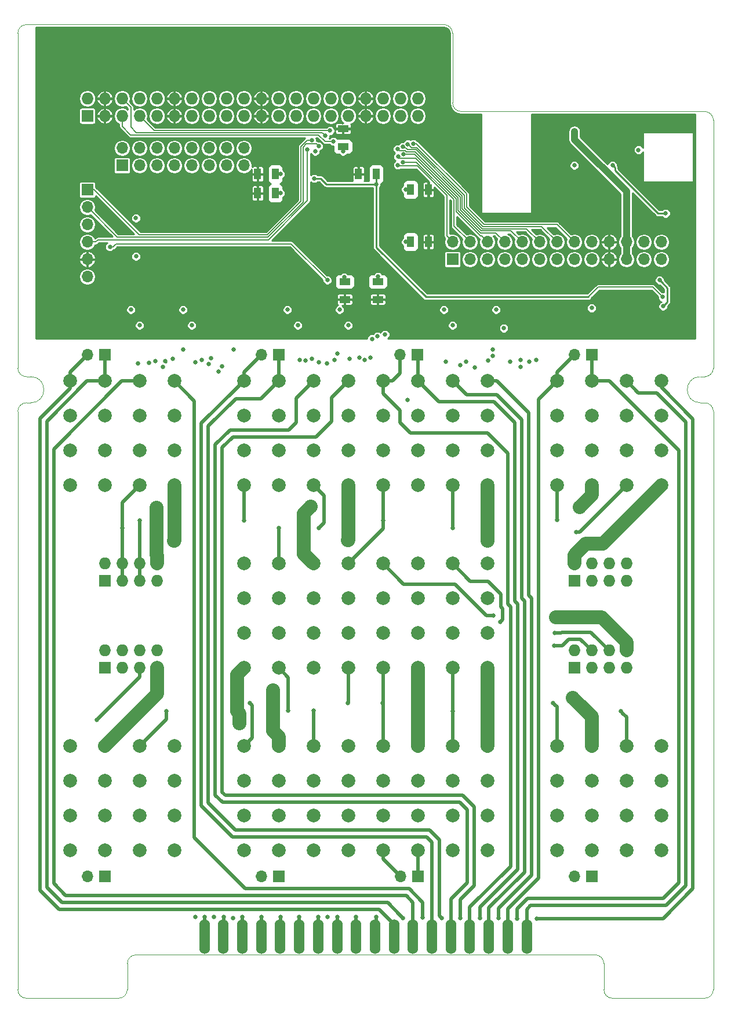
<source format=gbl>
G04 #@! TF.FileFunction,Copper,L4,Bot,Signal*
%FSLAX46Y46*%
G04 Gerber Fmt 4.6, Leading zero omitted, Abs format (unit mm)*
G04 Created by KiCad (PCBNEW 4.0.7) date Monday, June 18, 2018 'PMt' 02:17:17 PM*
%MOMM*%
%LPD*%
G01*
G04 APERTURE LIST*
%ADD10C,0.020000*%
%ADD11C,0.100000*%
%ADD12C,0.660400*%
%ADD13C,2.000000*%
%ADD14R,1.727200X1.727200*%
%ADD15O,1.727200X1.727200*%
%ADD16R,1.700000X1.700000*%
%ADD17O,1.700000X1.700000*%
%ADD18O,1.524000X5.080000*%
%ADD19R,1.000000X1.600000*%
%ADD20R,1.600000X1.000000*%
%ADD21C,2.032000*%
%ADD22C,0.254000*%
%ADD23C,0.152400*%
%ADD24C,0.203200*%
%ADD25C,0.250000*%
%ADD26C,1.016000*%
%ADD27C,2.032000*%
%ADD28C,0.508000*%
G04 APERTURE END LIST*
D10*
D11*
X36068000Y-88900000D02*
X49530000Y-88900000D01*
X34798000Y-83820000D02*
X34798000Y-87630000D01*
X-33528000Y-82550000D02*
X33528000Y-82550000D01*
X-34798000Y-83820000D02*
X-34798000Y-87630000D01*
X34798000Y-83820000D02*
G75*
G03X33528000Y-82550000I-1270000J0D01*
G01*
X34798000Y-87630000D02*
G75*
G03X36068000Y-88900000I1270000J0D01*
G01*
X-33530217Y-82550002D02*
G75*
G03X-34798000Y-83820000I2217J-1269998D01*
G01*
X-34798000Y-87630000D02*
G75*
G02X-36068000Y-88900000I-1270000J0D01*
G01*
X-50800000Y-3175000D02*
G75*
G02X-49530000Y-1905000I1270000J0D01*
G01*
X-49530000Y-1905000D02*
X-48895000Y-1905000D01*
X-48895000Y1905000D02*
G75*
G02X-48895000Y-1905000I0J-1905000D01*
G01*
X-48895000Y1905000D02*
X-49530000Y1905000D01*
X-49530000Y1905000D02*
G75*
G02X-50800000Y3175000I0J1270000D01*
G01*
X-50800000Y52070000D02*
X-50800000Y3175000D01*
X-50800000Y52070000D02*
G75*
G02X-49530000Y53340000I1270000J0D01*
G01*
X11430000Y53340000D02*
X-49530000Y53340000D01*
X11430000Y53340000D02*
G75*
G02X12700000Y52070000I0J-1270000D01*
G01*
X12700000Y52070000D02*
X12700000Y41910000D01*
X13970000Y40640000D02*
G75*
G02X12700000Y41910000I0J1270000D01*
G01*
X13970000Y40640000D02*
X49530000Y40640000D01*
X49530000Y40640000D02*
G75*
G02X50800000Y39370000I0J-1270000D01*
G01*
X50800000Y3175000D02*
X50800000Y39370000D01*
X50800000Y3175000D02*
G75*
G02X49530000Y1905000I-1270000J0D01*
G01*
X48895000Y1905000D02*
X49530000Y1905000D01*
X48895000Y-1905000D02*
G75*
G02X48895000Y1905000I0J1905000D01*
G01*
X49530000Y-1905000D02*
X48895000Y-1905000D01*
X49530000Y-1905000D02*
G75*
G02X50800000Y-3175000I0J-1270000D01*
G01*
X50800000Y-87630000D02*
X50800000Y-3175000D01*
X50800000Y-87630000D02*
G75*
G02X49530000Y-88900000I-1270000J0D01*
G01*
X-49530000Y-88900000D02*
X-36068000Y-88900000D01*
X-49530000Y-88900000D02*
G75*
G02X-50800000Y-87630000I0J1270000D01*
G01*
X-50800000Y-3175000D02*
X-50800000Y-87630000D01*
D12*
X38354000Y33020000D03*
X37846000Y38100000D03*
X37846000Y36830000D03*
X37338000Y32258000D03*
X36830000Y8890000D03*
X-12700000Y34290000D03*
X-43180000Y8890000D03*
X-39370000Y8890000D03*
X-39370000Y12700000D03*
X-43180000Y12700000D03*
X-39370000Y33020000D03*
X-43180000Y36830000D03*
X-39370000Y36830000D03*
X-43180000Y33020000D03*
X-5080000Y46990000D03*
X2540000Y46990000D03*
X6350000Y46990000D03*
X-8890000Y46990000D03*
X-1270000Y46990000D03*
X-35560000Y46990000D03*
X-31750000Y46990000D03*
X-39370000Y46990000D03*
X-27940000Y46990000D03*
X-20320000Y46990000D03*
X-43180000Y46990000D03*
X-24130000Y46990000D03*
X-12700000Y46990000D03*
X-16510000Y46990000D03*
X6350000Y50800000D03*
X2540000Y50800000D03*
X-5080000Y50800000D03*
X-8890000Y50800000D03*
X-12700000Y50800000D03*
X-16510000Y50800000D03*
X-1270000Y50800000D03*
X-20320000Y50800000D03*
X-24130000Y50800000D03*
X-27940000Y50800000D03*
X-31750000Y50800000D03*
X-35560000Y50800000D03*
X-39370000Y50800000D03*
X-43180000Y50800000D03*
X10668000Y27940000D03*
X25400000Y15240000D03*
X27940000Y15240000D03*
X46990000Y19050000D03*
X46990000Y21590000D03*
X46990000Y24130000D03*
X46990000Y39370000D03*
X43180000Y39370000D03*
X26670000Y27940000D03*
X33020000Y25400000D03*
X-7112000Y29210000D03*
X254000Y29210000D03*
X254000Y21844000D03*
X-7112000Y21844000D03*
D13*
X12700000Y-40640000D03*
X12700000Y-35560000D03*
X12700000Y-30480000D03*
X12700000Y-25400000D03*
X7620000Y-40640000D03*
X7620000Y-35560000D03*
X7620000Y-30480000D03*
X7620000Y-25400000D03*
X-2540000Y-25400000D03*
X-2540000Y-30480000D03*
X-2540000Y-35560000D03*
X-2540000Y-40640000D03*
X2540000Y-40640000D03*
X2540000Y-35560000D03*
X2540000Y-30480000D03*
X2540000Y-25400000D03*
D14*
X30480000Y-27940000D03*
D15*
X30480000Y-25400000D03*
X33020000Y-27940000D03*
X33020000Y-25400000D03*
X35560000Y-27940000D03*
X35560000Y-25400000D03*
X38100000Y-27940000D03*
X38100000Y-25400000D03*
D14*
X-38100000Y-27940000D03*
D15*
X-38100000Y-25400000D03*
X-35560000Y-27940000D03*
X-35560000Y-25400000D03*
X-33020000Y-27940000D03*
X-33020000Y-25400000D03*
X-30480000Y-27940000D03*
X-30480000Y-25400000D03*
D13*
X-43180000Y-13970000D03*
X-43180000Y-8890000D03*
X-43180000Y-3810000D03*
X-43180000Y1270000D03*
X-7620000Y-13970000D03*
X-7620000Y-8890000D03*
X-7620000Y-3810000D03*
X-7620000Y1270000D03*
X7620000Y-13970000D03*
X7620000Y-8890000D03*
X7620000Y-3810000D03*
X7620000Y1270000D03*
X2540000Y-13970000D03*
X2540000Y-8890000D03*
X2540000Y-3810000D03*
X2540000Y1270000D03*
X33020000Y-13970000D03*
X33020000Y-8890000D03*
X33020000Y-3810000D03*
X33020000Y1270000D03*
X27940000Y-13970000D03*
X27940000Y-8890000D03*
X27940000Y-3810000D03*
X27940000Y1270000D03*
X43180000Y-13970000D03*
X43180000Y-8890000D03*
X43180000Y-3810000D03*
X43180000Y1270000D03*
X38100000Y-13970000D03*
X38100000Y-8890000D03*
X38100000Y-3810000D03*
X38100000Y1270000D03*
X17780000Y-13970000D03*
X17780000Y-8890000D03*
X17780000Y-3810000D03*
X17780000Y1270000D03*
X12700000Y-13970000D03*
X12700000Y-8890000D03*
X12700000Y-3810000D03*
X12700000Y1270000D03*
X-2540000Y-13970000D03*
X-2540000Y-8890000D03*
X-2540000Y-3810000D03*
X-2540000Y1270000D03*
X-12700000Y-13970000D03*
X-12700000Y-8890000D03*
X-12700000Y-3810000D03*
X-12700000Y1270000D03*
X-17780000Y-13970000D03*
X-17780000Y-8890000D03*
X-17780000Y-3810000D03*
X-17780000Y1270000D03*
X-27940000Y-13970000D03*
X-27940000Y-8890000D03*
X-27940000Y-3810000D03*
X-27940000Y1270000D03*
X-33020000Y-13970000D03*
X-33020000Y-8890000D03*
X-33020000Y-3810000D03*
X-33020000Y1270000D03*
X-38100000Y-13970000D03*
X-38100000Y-8890000D03*
X-38100000Y-3810000D03*
X-38100000Y1270000D03*
X-17780000Y-25400000D03*
X-17780000Y-30480000D03*
X-17780000Y-35560000D03*
X-17780000Y-40640000D03*
X-12700000Y-25400000D03*
X-12700000Y-30480000D03*
X-12700000Y-35560000D03*
X-12700000Y-40640000D03*
X-7620000Y-25400000D03*
X-7620000Y-30480000D03*
X-7620000Y-35560000D03*
X-7620000Y-40640000D03*
D16*
X-40640000Y29210000D03*
D17*
X-40640000Y26670000D03*
X-40640000Y24130000D03*
X-40640000Y21590000D03*
X-40640000Y19050000D03*
X-40640000Y16510000D03*
D18*
X15227300Y-79862766D03*
X23533100Y-79862766D03*
X20764500Y-79862766D03*
X17995900Y-79862766D03*
X12458700Y-79862766D03*
X1384300Y-79862766D03*
X9690100Y-79862766D03*
X6921500Y-79862766D03*
X4152900Y-79862766D03*
X-1384300Y-79862766D03*
X-12458700Y-79862766D03*
X-4152900Y-79862766D03*
X-6921500Y-79862766D03*
X-9690100Y-79862766D03*
X-15227300Y-79862766D03*
X-23533100Y-79862766D03*
X-17995900Y-79862766D03*
X-20764500Y-79862766D03*
D13*
X17780000Y-40640000D03*
X17780000Y-35560000D03*
X17780000Y-30480000D03*
X17780000Y-25400000D03*
X43180000Y-52070000D03*
X43180000Y-57150000D03*
X43180000Y-62230000D03*
X43180000Y-67310000D03*
X38100000Y-52070000D03*
X38100000Y-57150000D03*
X38100000Y-62230000D03*
X38100000Y-67310000D03*
X33020000Y-52070000D03*
X33020000Y-57150000D03*
X33020000Y-62230000D03*
X33020000Y-67310000D03*
X27940000Y-52070000D03*
X27940000Y-57150000D03*
X27940000Y-62230000D03*
X27940000Y-67310000D03*
X17780000Y-52070000D03*
X17780000Y-57150000D03*
X17780000Y-62230000D03*
X17780000Y-67310000D03*
X12700000Y-52070000D03*
X12700000Y-57150000D03*
X12700000Y-62230000D03*
X12700000Y-67310000D03*
X7620000Y-52070000D03*
X7620000Y-57150000D03*
X7620000Y-62230000D03*
X7620000Y-67310000D03*
X2540000Y-52070000D03*
X2540000Y-57150000D03*
X2540000Y-62230000D03*
X2540000Y-67310000D03*
X-2540000Y-52070000D03*
X-2540000Y-57150000D03*
X-2540000Y-62230000D03*
X-2540000Y-67310000D03*
X-7620000Y-52070000D03*
X-7620000Y-57150000D03*
X-7620000Y-62230000D03*
X-7620000Y-67310000D03*
X-12700000Y-52070000D03*
X-12700000Y-57150000D03*
X-12700000Y-62230000D03*
X-12700000Y-67310000D03*
X-17780000Y-52070000D03*
X-17780000Y-57150000D03*
X-17780000Y-62230000D03*
X-17780000Y-67310000D03*
X-27940000Y-52070000D03*
X-27940000Y-57150000D03*
X-27940000Y-62230000D03*
X-27940000Y-67310000D03*
X-33020000Y-52070000D03*
X-33020000Y-57150000D03*
X-33020000Y-62230000D03*
X-33020000Y-67310000D03*
X-38100000Y-52070000D03*
X-38100000Y-57150000D03*
X-38100000Y-62230000D03*
X-38100000Y-67310000D03*
X-43180000Y-52070000D03*
X-43180000Y-57150000D03*
X-43180000Y-62230000D03*
X-43180000Y-67310000D03*
D14*
X-40640000Y39992300D03*
D15*
X-40640000Y42532300D03*
X-38100000Y39992300D03*
X-38100000Y42532300D03*
X-35560000Y39992300D03*
X-35560000Y42532300D03*
X-33020000Y39992300D03*
X-33020000Y42532300D03*
X-30480000Y39992300D03*
X-30480000Y42532300D03*
X-27940000Y39992300D03*
X-27940000Y42532300D03*
X-25400000Y39992300D03*
X-25400000Y42532300D03*
X-22860000Y39992300D03*
X-22860000Y42532300D03*
X-20320000Y39992300D03*
X-20320000Y42532300D03*
X-17780000Y39992300D03*
X-17780000Y42532300D03*
X-15240000Y39992300D03*
X-15240000Y42532300D03*
X-12700000Y39992300D03*
X-12700000Y42532300D03*
X-10160000Y39992300D03*
X-10160000Y42532300D03*
X-7620000Y39992300D03*
X-7620000Y42532300D03*
X-5080000Y39992300D03*
X-5080000Y42532300D03*
X-2540000Y39992300D03*
X-2540000Y42532300D03*
X0Y39992300D03*
X0Y42532300D03*
X2540000Y39992300D03*
X2540000Y42532300D03*
X5080000Y39992300D03*
X5080000Y42532300D03*
X7620000Y39992300D03*
X7620000Y42532300D03*
D16*
X-35560000Y32766000D03*
D17*
X-35560000Y35306000D03*
X-33020000Y32766000D03*
X-33020000Y35306000D03*
X-30480000Y32766000D03*
X-30480000Y35306000D03*
X-27940000Y32766000D03*
X-27940000Y35306000D03*
X-25400000Y32766000D03*
X-25400000Y35306000D03*
X-22860000Y32766000D03*
X-22860000Y35306000D03*
X-20320000Y32766000D03*
X-20320000Y35306000D03*
X-17780000Y32766000D03*
X-17780000Y35306000D03*
D14*
X-38100000Y-40640000D03*
D15*
X-38100000Y-38100000D03*
X-35560000Y-40640000D03*
X-35560000Y-38100000D03*
X-33020000Y-40640000D03*
X-33020000Y-38100000D03*
X-30480000Y-40640000D03*
X-30480000Y-38100000D03*
D14*
X30480000Y-40640000D03*
D15*
X30480000Y-38100000D03*
X33020000Y-40640000D03*
X33020000Y-38100000D03*
X35560000Y-40640000D03*
X35560000Y-38100000D03*
X38100000Y-40640000D03*
X38100000Y-38100000D03*
D16*
X33020000Y5080000D03*
D17*
X30480000Y5080000D03*
D16*
X7605000Y5080000D03*
D17*
X5065000Y5080000D03*
D16*
X-12700000Y5080000D03*
D17*
X-15240000Y5080000D03*
D16*
X-38100000Y5080000D03*
D17*
X-40640000Y5080000D03*
D16*
X33020000Y-71120000D03*
D17*
X30480000Y-71120000D03*
D16*
X7620000Y-71120000D03*
D17*
X5080000Y-71120000D03*
D16*
X-12700000Y-71120000D03*
D17*
X-15240000Y-71120000D03*
D16*
X-38100000Y-71120000D03*
D17*
X-40640000Y-71120000D03*
D19*
X-13178000Y28702000D03*
X-15778000Y28702000D03*
X1554000Y31496000D03*
X-1046000Y31496000D03*
X-13178000Y31496000D03*
X-15778000Y31496000D03*
D20*
X-3302000Y35530000D03*
X-3302000Y38130000D03*
X-3048000Y15778000D03*
X-3048000Y13178000D03*
D19*
X6574000Y29210000D03*
X9174000Y29210000D03*
D20*
X1778000Y15778000D03*
X1778000Y13178000D03*
D19*
X6574000Y21590000D03*
X9174000Y21590000D03*
D16*
X12700000Y19050000D03*
D17*
X12700000Y21590000D03*
X15240000Y19050000D03*
X15240000Y21590000D03*
X17780000Y19050000D03*
X17780000Y21590000D03*
X20320000Y19050000D03*
X20320000Y21590000D03*
X22860000Y19050000D03*
X22860000Y21590000D03*
X25400000Y19050000D03*
X25400000Y21590000D03*
X27940000Y19050000D03*
X27940000Y21590000D03*
X30480000Y19050000D03*
X30480000Y21590000D03*
X33020000Y19050000D03*
X33020000Y21590000D03*
X35560000Y19050000D03*
X35560000Y21590000D03*
X38100000Y19050000D03*
X38100000Y21590000D03*
X40640000Y19050000D03*
X40640000Y21590000D03*
X43180000Y19050000D03*
X43180000Y21590000D03*
D12*
X-3302000Y25654000D03*
X-7517418Y30850292D03*
X43382177Y13543089D03*
X1550146Y30043043D03*
X-12446000Y28702000D03*
X33018855Y11935711D03*
X-33546575Y25067983D03*
X-33534143Y19473689D03*
X1807610Y16510000D03*
X5842000Y29260808D03*
X-3302000Y34798000D03*
X-12446000Y31496000D03*
X-3141590Y16442071D03*
X5842000Y21590000D03*
X20184560Y8996182D03*
X36066854Y32761384D03*
X43814702Y25759836D03*
X12700000Y9398000D03*
X-2540000Y9398000D03*
X-9906000Y9398000D03*
X-25400000Y9398000D03*
X-33020000Y9398000D03*
X42926000Y16002000D03*
X43434000Y12192000D03*
X-6858000Y35560000D03*
X-7874000Y36449009D03*
X-8483611Y35052000D03*
X-37343493Y20871879D03*
X-5588000Y16002000D03*
X38104019Y23894573D03*
X30502058Y37729598D03*
X19050000Y11684000D03*
X11430000Y11684000D03*
X-3810000Y11684000D03*
X-11430000Y11684000D03*
X-26670000Y11684000D03*
X-34290000Y11684000D03*
D21*
X-27956009Y-22075879D03*
X-2562400Y-22020387D03*
X17785987Y-22054438D03*
D12*
X-6789956Y-20164199D03*
X-12673499Y-20194027D03*
X-35491817Y-20224420D03*
X30754642Y-20801159D03*
X12700000Y-20194520D03*
D21*
X-8000990Y-17073960D03*
X-30562397Y-17242228D03*
X31242000Y-17162213D03*
D12*
X-33020000Y-19126200D03*
X-17780000Y-19126200D03*
X27940000Y-19050000D03*
X2532649Y-19065013D03*
D21*
X-18434072Y-48733211D03*
D12*
X-11329200Y-46879001D03*
X-29134960Y-46938133D03*
X37243894Y-46977481D03*
X-7624964Y-46848479D03*
X12700000Y-46931243D03*
X-16880838Y-45799354D03*
X-39261443Y-48207584D03*
X-2561586Y-45745332D03*
X2518414Y-45745332D03*
X27404424Y-45745332D03*
D21*
X-13506442Y-43922525D03*
X30284368Y-44985291D03*
D12*
X24974165Y-77235053D03*
X22156657Y-77268629D03*
X19414177Y-77226102D03*
X16671437Y-77186729D03*
X13848067Y-77162226D03*
X11143056Y-77173857D03*
X8354234Y-77138443D03*
X5474618Y-77149409D03*
X-5563623Y-77042551D03*
X19651431Y-33904800D03*
X-22127566Y-77013996D03*
X27572281Y-37411073D03*
X18673280Y-32954553D03*
X-24895274Y-77013996D03*
X27631222Y-35558450D03*
X1535005Y-77025001D03*
X-1392196Y-77013996D03*
X-12443333Y-77013996D03*
X-4151094Y-77013996D03*
X-6898748Y-77013996D03*
X-9689714Y-77013996D03*
X-15196953Y-77013996D03*
X-23520235Y-77013996D03*
D21*
X27835177Y-33281752D03*
D12*
X-17980181Y-77038241D03*
X-20749833Y-77013996D03*
X30480000Y32766000D03*
X-4706696Y36264108D03*
X-5920812Y37104407D03*
X-5187242Y37840639D03*
X4696448Y32815249D03*
X5434422Y33257117D03*
X4739347Y34036001D03*
X5516468Y34374728D03*
X4669242Y35166593D03*
X5448869Y35492339D03*
X6159689Y35886546D03*
X6972010Y35914793D03*
X24892000Y4318000D03*
X23868258Y4103123D03*
X22606000Y4318000D03*
X22606000Y3302000D03*
X15915129Y3263295D03*
X11684000Y4064000D03*
X925961Y7434757D03*
X-927274Y4650128D03*
X-4553841Y4323498D03*
X-7841823Y4535545D03*
X-19304000Y5842000D03*
X-22535000Y4643000D03*
X-28194000Y4507777D03*
X-29238510Y4186569D03*
X-30726440Y4194387D03*
X-33231000Y3810000D03*
X21082000Y4064000D03*
X18542000Y5842000D03*
X18532587Y4951731D03*
X17902443Y4255256D03*
X13810166Y3577626D03*
X1718315Y7785907D03*
X-167632Y4360979D03*
X-4117011Y5293719D03*
X-6856009Y4032062D03*
X-9636065Y4330240D03*
X-21484090Y2614464D03*
X-23957411Y4322228D03*
X-24865331Y4041872D03*
X-26670000Y5842000D03*
X-29598500Y3346000D03*
X-31628913Y3959327D03*
X-7366000Y34798000D03*
X39862000Y35036000D03*
X-22872711Y3773492D03*
X-20976079Y3430796D03*
X-8743925Y4295673D03*
X-5630757Y3860372D03*
X14684587Y4097522D03*
X2835908Y8065318D03*
X6096000Y-1524000D03*
X698611Y4710132D03*
X-2361917Y4545384D03*
X-19380200Y-77216000D03*
D22*
X8808911Y13543089D02*
X32512000Y13543089D01*
D23*
X41939266Y14986000D02*
X33954911Y14986000D01*
X33954911Y14986000D02*
X32512000Y13543089D01*
X43382177Y13543089D02*
X41939266Y14986000D01*
D22*
X1550146Y30043043D02*
X-5761569Y30043043D01*
X-5761569Y30043043D02*
X-6535325Y30816799D01*
X-6535325Y30816799D02*
X-7483925Y30816799D01*
X-7483925Y30816799D02*
X-7517418Y30850292D01*
X1550146Y20801854D02*
X8808911Y13543089D01*
X1550146Y30043043D02*
X1550146Y20801854D01*
X1554000Y31496000D02*
X1554000Y31196000D01*
X1554000Y30046897D02*
X1550146Y30043043D01*
X1554000Y31496000D02*
X1554000Y30046897D01*
D23*
X-12446000Y28702000D02*
X-13528000Y28702000D01*
X1778000Y16480390D02*
X1807610Y16510000D01*
X1778000Y15428000D02*
X1778000Y16480390D01*
X5892808Y29210000D02*
X5842000Y29260808D01*
X6924000Y29210000D02*
X5892808Y29210000D01*
X-3302000Y35880000D02*
X-3302000Y34798000D01*
X-12446000Y31496000D02*
X-13528000Y31496000D01*
D24*
X-3141590Y15975098D02*
X-3141590Y16442071D01*
X-3302000Y15682000D02*
X-3141590Y15842410D01*
X-3141590Y15842410D02*
X-3141590Y15975098D01*
D23*
X5842000Y21590000D02*
X6670000Y21590000D01*
D25*
X43814702Y25759836D02*
X42684492Y25759836D01*
X42684492Y25759836D02*
X36397053Y32047275D01*
X36397053Y32047275D02*
X36397053Y32431185D01*
X36397053Y32431185D02*
X36066854Y32761384D01*
D22*
X43256199Y15671801D02*
X42926000Y16002000D01*
X44058682Y14869318D02*
X43256199Y15671801D01*
X44058682Y12816682D02*
X44058682Y14869318D01*
X43434000Y12192000D02*
X44058682Y12816682D01*
D23*
X-7188199Y35890199D02*
X-6858000Y35560000D01*
X-9138576Y27403897D02*
X-9138576Y35419074D01*
X-14241085Y22301388D02*
X-9138576Y27403897D01*
X-36271388Y22301388D02*
X-14241085Y22301388D01*
X-9138576Y35419074D02*
X-8667451Y35890199D01*
X-40640000Y26670000D02*
X-36271388Y22301388D01*
X-8667451Y35890199D02*
X-7188199Y35890199D01*
X-9443387Y35545330D02*
X-9443387Y27530153D01*
X-14367341Y22606199D02*
X-33033799Y22606199D01*
X-7874000Y36449009D02*
X-8539708Y36449009D01*
X-9443387Y27530153D02*
X-14367341Y22606199D01*
X-39637600Y29210000D02*
X-40640000Y29210000D01*
X-8539708Y36449009D02*
X-9443387Y35545330D01*
X-33033799Y22606199D02*
X-39637600Y29210000D01*
X-8483611Y34585027D02*
X-8483611Y35052000D01*
X-8483611Y27627797D02*
X-8483611Y34585027D01*
X-39113478Y21914441D02*
X-14196967Y21914441D01*
X-39437919Y21590000D02*
X-39113478Y21914441D01*
X-40640000Y21590000D02*
X-39437919Y21590000D01*
X-14196967Y21914441D02*
X-8483611Y27627797D01*
X-36876520Y20871879D02*
X-37343493Y20871879D01*
X-5588000Y16002000D02*
X-10890819Y21304819D01*
X-10890819Y21304819D02*
X-36443580Y21304819D01*
X-36443580Y21304819D02*
X-36876520Y20871879D01*
D26*
X38100000Y21590000D02*
X38100000Y28950927D01*
X38100000Y28950927D02*
X30502058Y36548869D01*
X30502058Y36548869D02*
X30502058Y37262625D01*
X30502058Y37262625D02*
X30502058Y37729598D01*
X38100000Y19050000D02*
X38100000Y21590000D01*
D27*
X-27940000Y-13970000D02*
X-27940000Y-22059870D01*
X-27940000Y-22059870D02*
X-27956009Y-22075879D01*
X-2540000Y-21997987D02*
X-2562400Y-22020387D01*
X-2540000Y-13970000D02*
X-2540000Y-21997987D01*
X17780000Y-22048451D02*
X17785987Y-22054438D01*
X17780000Y-13970000D02*
X17780000Y-22048451D01*
X43180000Y-13970000D02*
X34631632Y-22518368D01*
X34631632Y-22518368D02*
X32140318Y-22518368D01*
X32140318Y-22518368D02*
X30480000Y-24178686D01*
X30480000Y-24178686D02*
X30480000Y-25400000D01*
D28*
X-7620000Y-13970000D02*
X-6094423Y-15495577D01*
X-6094423Y-15495577D02*
X-6094423Y-19468666D01*
X-6459757Y-19834000D02*
X-6789956Y-20164199D01*
X-6094423Y-19468666D02*
X-6459757Y-19834000D01*
X-12700000Y-20220528D02*
X-12673499Y-20194027D01*
X-12700000Y-25400000D02*
X-12700000Y-20220528D01*
X-35491817Y-19757447D02*
X-35491817Y-20224420D01*
X-33020000Y-13970000D02*
X-35491817Y-16441817D01*
X-35491817Y-16441817D02*
X-35491817Y-19757447D01*
X-35560000Y-25400000D02*
X-35560000Y-20292603D01*
X-35560000Y-20292603D02*
X-35491817Y-20224420D01*
X38100000Y-13970000D02*
X31268841Y-20801159D01*
X31268841Y-20801159D02*
X31221615Y-20801159D01*
X31221615Y-20801159D02*
X30754642Y-20801159D01*
X12700000Y-13970000D02*
X12700000Y-15384213D01*
X12700000Y-15384213D02*
X12700000Y-20194520D01*
X-35560000Y-25400000D02*
X-35560000Y-27940000D01*
D27*
X-7620000Y-25400000D02*
X-9016989Y-24003011D01*
X-9016989Y-24003011D02*
X-9016989Y-18089959D01*
X-9016989Y-18089959D02*
X-8000990Y-17073960D01*
X-30562397Y-24096289D02*
X-30562397Y-17242228D01*
X-30480000Y-25400000D02*
X-30480000Y-24178686D01*
X-30480000Y-24178686D02*
X-30562397Y-24096289D01*
X33020000Y-13970000D02*
X33020000Y-15384213D01*
X33020000Y-15384213D02*
X31242000Y-17162213D01*
D28*
X-2540000Y-25400000D02*
X-2540000Y-25386391D01*
X-2540000Y-25386391D02*
X2532649Y-20313742D01*
X2532649Y-20313742D02*
X2532649Y-19531986D01*
X2532649Y-19531986D02*
X2532649Y-19065013D01*
X-33020000Y-25400000D02*
X-33020000Y-19126200D01*
X-17780000Y-13970000D02*
X-17780000Y-19126200D01*
X27940000Y-13970000D02*
X27940000Y-19050000D01*
X2540000Y-19057662D02*
X2532649Y-19065013D01*
X2540000Y-13970000D02*
X2540000Y-19057662D01*
X-33020000Y-27940000D02*
X-33020000Y-25400000D01*
D27*
X-18434072Y-47296371D02*
X-18434072Y-48733211D01*
X-17780000Y-40640000D02*
X-18780899Y-41640899D01*
X-18780899Y-41640899D02*
X-18780899Y-46949544D01*
X-18780899Y-46949544D02*
X-18434072Y-47296371D01*
X17780000Y-40640000D02*
X17780000Y-52070000D01*
D28*
X-11329200Y-46412028D02*
X-11329200Y-46879001D01*
X-11329200Y-42010800D02*
X-11329200Y-46412028D01*
X-12700000Y-40640000D02*
X-11329200Y-42010800D01*
X-29134960Y-47405106D02*
X-29134960Y-46938133D01*
X-29134960Y-48184960D02*
X-29134960Y-47405106D01*
X-33020000Y-52070000D02*
X-29134960Y-48184960D01*
X38100000Y-47833587D02*
X37574093Y-47307680D01*
X38100000Y-52070000D02*
X38100000Y-47833587D01*
X37574093Y-47307680D02*
X37243894Y-46977481D01*
X-7620000Y-46853443D02*
X-7624964Y-46848479D01*
X-7620000Y-46843515D02*
X-7624964Y-46848479D01*
X-7620000Y-52070000D02*
X-7620000Y-46853443D01*
X12700000Y-40640000D02*
X12700000Y-46931243D01*
X12700000Y-52070000D02*
X12700000Y-46931243D01*
X-17780000Y-52070000D02*
X-16550639Y-50840639D01*
X-16550639Y-50840639D02*
X-16550639Y-46129553D01*
X-16550639Y-46129553D02*
X-16880838Y-45799354D01*
X-33020000Y-41966141D02*
X-38931244Y-47877385D01*
X-33020000Y-40640000D02*
X-33020000Y-41966141D01*
X-38931244Y-47877385D02*
X-39261443Y-48207584D01*
X2540000Y-52070000D02*
X2540000Y-45766918D01*
X2540000Y-45723746D02*
X2518414Y-45745332D01*
X2540000Y-40640000D02*
X2540000Y-45723746D01*
X2540000Y-45766918D02*
X2518414Y-45745332D01*
X27734623Y-46075531D02*
X27404424Y-45745332D01*
X27940000Y-46280908D02*
X27734623Y-46075531D01*
X27940000Y-52070000D02*
X27940000Y-46280908D01*
X-2540000Y-45723746D02*
X-2561586Y-45745332D01*
X-2540000Y-40640000D02*
X-2540000Y-45723746D01*
D27*
X-13506442Y-45359365D02*
X-13506442Y-43922525D01*
X-13506442Y-49849345D02*
X-13506442Y-45359365D01*
X-12700000Y-52070000D02*
X-12700000Y-50655787D01*
X-12700000Y-50655787D02*
X-13506442Y-49849345D01*
X-38100000Y-52070000D02*
X-30480000Y-44450000D01*
X-30480000Y-44450000D02*
X-30480000Y-40640000D01*
X7620000Y-52070000D02*
X7620000Y-40640000D01*
X31300367Y-46001290D02*
X30284368Y-44985291D01*
X33020000Y-47720923D02*
X31300367Y-46001290D01*
X33020000Y-52070000D02*
X33020000Y-47720923D01*
D28*
X47796087Y-72875249D02*
X43436283Y-77235053D01*
X43180000Y333896D02*
X47796087Y-4282191D01*
X43180000Y1270000D02*
X43180000Y333896D01*
X47796087Y-4282191D02*
X47796087Y-72875249D01*
X43436283Y-77235053D02*
X25441138Y-77235053D01*
X25441138Y-77235053D02*
X24974165Y-77235053D01*
X23533100Y-75903406D02*
X23533100Y-76814766D01*
X43901776Y-75332704D02*
X24103802Y-75332704D01*
X46780076Y-72454404D02*
X43901776Y-75332704D01*
X38100000Y1270000D02*
X39862001Y-492001D01*
X46780076Y-4703036D02*
X46780076Y-72454404D01*
X23533100Y-76814766D02*
X23533100Y-79862766D01*
X24103802Y-75332704D02*
X23533100Y-75903406D01*
X39862001Y-492001D02*
X42569041Y-492001D01*
X42569041Y-492001D02*
X46780076Y-4703036D01*
X22156657Y-76801656D02*
X22156657Y-77268629D01*
X43480931Y-74316693D02*
X23682957Y-74316693D01*
X23682957Y-74316693D02*
X22156657Y-75842993D01*
X45764067Y-72033557D02*
X43480931Y-74316693D01*
X45764067Y-8898697D02*
X45764067Y-72033557D01*
X22156657Y-75842993D02*
X22156657Y-76801656D01*
X35595370Y1270000D02*
X45764067Y-8898697D01*
X33020000Y1270000D02*
X35595370Y1270000D01*
X33020000Y1270000D02*
X33020000Y5080000D01*
X20764500Y-75798294D02*
X20764500Y-76814766D01*
X25251344Y-71311450D02*
X20764500Y-75798294D01*
X27940000Y1270000D02*
X25251344Y-1418656D01*
X20764500Y-76814766D02*
X20764500Y-79862766D01*
X25251344Y-1418656D02*
X25251344Y-71311450D01*
X27940000Y1270000D02*
X27940000Y2540000D01*
X27940000Y2540000D02*
X30480000Y5080000D01*
X19414177Y-75711761D02*
X19414177Y-76759129D01*
X24235334Y-30457053D02*
X24235334Y-70890604D01*
X23812235Y-3348022D02*
X23812235Y-30033952D01*
X17780000Y1270000D02*
X19194213Y1270000D01*
X19414177Y-76759129D02*
X19414177Y-77226102D01*
X19194213Y1270000D02*
X23812235Y-3348022D01*
X24235334Y-70890604D02*
X19414177Y-75711761D01*
X23812235Y-30033952D02*
X24235334Y-30457053D01*
X17995900Y-75693182D02*
X17995900Y-76814766D01*
X12700000Y1270000D02*
X14731989Y-761989D01*
X19149883Y-761990D02*
X22796224Y-4408331D01*
X14731989Y-761989D02*
X19149883Y-761990D01*
X22796224Y-30454795D02*
X23219324Y-30877897D01*
X23219324Y-30877897D02*
X23219324Y-70469758D01*
X23219324Y-70469758D02*
X17995900Y-75693182D01*
X17995900Y-76814766D02*
X17995900Y-79862766D01*
X22796224Y-4408331D02*
X22796224Y-30454795D01*
X22203314Y-31298741D02*
X22203314Y-70048912D01*
X21780213Y-30875638D02*
X22203314Y-31298741D01*
X7620000Y1270000D02*
X10668000Y-1778000D01*
X16671437Y-76719756D02*
X16671437Y-77186729D01*
X18729037Y-1778000D02*
X21780213Y-4829176D01*
X22203314Y-70048912D02*
X16671437Y-75580789D01*
X21780213Y-4829176D02*
X21780213Y-30875638D01*
X10668000Y-1778000D02*
X18729037Y-1778000D01*
X16671437Y-75580789D02*
X16671437Y-76719756D01*
X7620000Y1270000D02*
X7620000Y5065000D01*
X7620000Y5065000D02*
X7605000Y5080000D01*
X6583076Y-6350000D02*
X17847762Y-6350000D01*
X5050403Y-3051947D02*
X5050403Y-4817327D01*
X17847762Y-6350000D02*
X20764202Y-9266440D01*
X20764202Y-9266440D02*
X20764202Y-31296483D01*
X21187304Y-69628066D02*
X15227300Y-75588070D01*
X2540000Y-541544D02*
X5050403Y-3051947D01*
X20764202Y-31296483D02*
X21187304Y-31719585D01*
X2540000Y1270000D02*
X2540000Y-541544D01*
X5050403Y-4817327D02*
X6583076Y-6350000D01*
X15227300Y-75588070D02*
X15227300Y-76814766D01*
X21187304Y-31719585D02*
X21187304Y-69628066D01*
X15227300Y-76814766D02*
X15227300Y-79862766D01*
X5065000Y3877919D02*
X5065000Y5080000D01*
X5065000Y2380787D02*
X5065000Y3877919D01*
X3954213Y1270000D02*
X5065000Y2380787D01*
X2540000Y1270000D02*
X3954213Y1270000D01*
X13848067Y-77162226D02*
X13848067Y-74454279D01*
X-19332523Y-6873929D02*
X-7208895Y-6873929D01*
X13848067Y-74454279D02*
X15858918Y-72443428D01*
X-7208895Y-6873929D02*
X-4979515Y-4644549D01*
X15858918Y-72443428D02*
X15858918Y-60904062D01*
X15858918Y-60904062D02*
X14181511Y-59226655D01*
X-4979515Y-4644549D02*
X-4979515Y-1169515D01*
X14181511Y-59226655D02*
X-20490881Y-59226655D01*
X-20490881Y-59226655D02*
X-20925512Y-58792024D01*
X-20925512Y-8466918D02*
X-19332523Y-6873929D01*
X-20925512Y-58792024D02*
X-20925512Y-8466918D01*
X-4979515Y-1169515D02*
X-3539999Y270001D01*
X-3539999Y270001D02*
X-2540000Y1270000D01*
X12458700Y-79862766D02*
X12458700Y-74406790D01*
X-21941523Y-59212869D02*
X-21941523Y-8046073D01*
X12458700Y-74406790D02*
X14842907Y-72022583D01*
X14842907Y-72022583D02*
X14842907Y-61324907D01*
X14842907Y-61324907D02*
X13760666Y-60242666D01*
X13760666Y-60242666D02*
X-20911726Y-60242666D01*
X-20911726Y-60242666D02*
X-21941523Y-59212869D01*
X-11191918Y-5857918D02*
X-10160000Y-4826000D01*
X-21941523Y-8046073D02*
X-19753368Y-5857918D01*
X-19753368Y-5857918D02*
X-11191918Y-5857918D01*
X-10160000Y-4826000D02*
X-10160000Y-1270000D01*
X-10160000Y-1270000D02*
X-7620000Y1270000D01*
X10809322Y-65760466D02*
X10809322Y-76840123D01*
X9378608Y-64329752D02*
X10809322Y-65760466D01*
X-15299824Y-1329824D02*
X-18955717Y-1329824D01*
X-22957533Y-60354467D02*
X-18982249Y-64329751D01*
X-22957533Y-5331640D02*
X-22957533Y-60354467D01*
X-18955717Y-1329824D02*
X-22957533Y-5331640D01*
X10812857Y-76843658D02*
X11143056Y-77173857D01*
X-18982249Y-64329751D02*
X9378608Y-64329752D01*
X10809322Y-76840123D02*
X10812857Y-76843658D01*
X-12700000Y1270000D02*
X-15299824Y-1329824D01*
X-12700000Y1270000D02*
X-12700000Y5080000D01*
X-19403094Y-65345762D02*
X8957762Y-65345762D01*
X9690100Y-76814766D02*
X9690100Y-79862766D01*
X-23973543Y-4910794D02*
X-23973543Y-60775313D01*
X-18792748Y270001D02*
X-23973543Y-4910794D01*
X-17780000Y1270000D02*
X-18779999Y270001D01*
X8957762Y-65345762D02*
X9690100Y-66078100D01*
X9690100Y-66078100D02*
X9690100Y-76814766D01*
X-23973543Y-60775313D02*
X-19403094Y-65345762D01*
X-18779999Y270001D02*
X-18792748Y270001D01*
X-17780000Y1270000D02*
X-17780000Y2540000D01*
X-17780000Y2540000D02*
X-15240000Y5080000D01*
X6342306Y-72873754D02*
X8354234Y-74885682D01*
X-17550272Y-72873753D02*
X6342306Y-72873754D01*
X-24989553Y-65434472D02*
X-17550272Y-72873753D01*
X-24989553Y-1680447D02*
X-24989553Y-65434472D01*
X8354234Y-76671470D02*
X8354234Y-77138443D01*
X-27940000Y1270000D02*
X-24989553Y-1680447D01*
X8354234Y-74885682D02*
X8354234Y-76671470D01*
X-33020000Y1270000D02*
X-35574207Y1270000D01*
X-35574207Y1270000D02*
X-45553842Y-8709635D01*
X-45553842Y-8709635D02*
X-45553842Y-72143086D01*
X-43807164Y-73889764D02*
X5921460Y-73889764D01*
X-45553842Y-72143086D02*
X-43807164Y-73889764D01*
X5921460Y-73889764D02*
X6921500Y-74889804D01*
X6921500Y-74889804D02*
X6921500Y-76814766D01*
X6921500Y-76814766D02*
X6921500Y-79862766D01*
X3230984Y-74905775D02*
X5144419Y-76819210D01*
X-38100000Y1270000D02*
X-40664121Y1270000D01*
X-44336148Y-74905775D02*
X3230984Y-74905775D01*
X-46569853Y-72672070D02*
X-44336148Y-74905775D01*
X-46569853Y-4635732D02*
X-46569853Y-72672070D01*
X-40664121Y1270000D02*
X-46569853Y-4635732D01*
X5144419Y-76819210D02*
X5474618Y-77149409D01*
X-38100000Y1270000D02*
X-38100000Y5080000D01*
X-47585865Y-4214888D02*
X-47585865Y-73092914D01*
X-44756993Y-75921786D02*
X-18812782Y-75921786D01*
X-47585865Y-73092914D02*
X-44756993Y-75921786D01*
X-18812782Y-75921786D02*
X-18788535Y-75946031D01*
X-43180000Y190977D02*
X-47585865Y-4214888D01*
X-43180000Y1270000D02*
X-43180000Y190977D01*
X-18788535Y-75946031D02*
X-16263462Y-75946030D01*
X-16263462Y-75946030D02*
X-16239218Y-75921786D01*
X-16239218Y-75921786D02*
X1989920Y-75921786D01*
X1989920Y-75921786D02*
X4152900Y-78084766D01*
X4152900Y-78084766D02*
X4152900Y-79862766D01*
X-43180000Y1270000D02*
X-43180000Y2540000D01*
X-43180000Y2540000D02*
X-40640000Y5080000D01*
X7620000Y-67310000D02*
X7620000Y-71120000D01*
X19981630Y-33574601D02*
X19651431Y-33904800D01*
X19981630Y-31950767D02*
X19981630Y-33574601D01*
X19748191Y-31717328D02*
X19981630Y-31950767D01*
X17903792Y-27976648D02*
X19748191Y-29821047D01*
X12700000Y-25400000D02*
X15276648Y-27976648D01*
X19748191Y-29821047D02*
X19748191Y-31717328D01*
X15276648Y-27976648D02*
X17903792Y-27976648D01*
X28470306Y-37411073D02*
X27572281Y-37411073D01*
X31394399Y-36474399D02*
X29699711Y-36474399D01*
X28763037Y-37411073D02*
X28470306Y-37411073D01*
X33020000Y-38100000D02*
X31394399Y-36474399D01*
X29699711Y-36474399D02*
X28763037Y-37411073D01*
X2540000Y-25400000D02*
X5533137Y-28393137D01*
X18206307Y-32954553D02*
X18673280Y-32954553D01*
X13105217Y-28393137D02*
X17666633Y-32954553D01*
X17666633Y-32954553D02*
X18206307Y-32954553D01*
X5533137Y-28393137D02*
X13105217Y-28393137D01*
X32918388Y-35458388D02*
X28629309Y-35458388D01*
X35560000Y-38100000D02*
X32918388Y-35458388D01*
X28629309Y-35458388D02*
X28529247Y-35558450D01*
X28529247Y-35558450D02*
X27631222Y-35558450D01*
X1384300Y-79862766D02*
X1535005Y-79712061D01*
X1535005Y-77491974D02*
X1535005Y-77025001D01*
X1535005Y-79712061D02*
X1535005Y-77491974D01*
X-1392196Y-79854870D02*
X-1392196Y-77480969D01*
X-1384300Y-79862766D02*
X-1392196Y-79854870D01*
X-1392196Y-77480969D02*
X-1392196Y-77013996D01*
X-12443333Y-77480969D02*
X-12443333Y-77013996D01*
X-12443333Y-79847399D02*
X-12443333Y-77480969D01*
X-12458700Y-79862766D02*
X-12443333Y-79847399D01*
X-4151094Y-77480969D02*
X-4151094Y-77013996D01*
X-4151094Y-79860960D02*
X-4151094Y-77480969D01*
X-4152900Y-79862766D02*
X-4151094Y-79860960D01*
X2540000Y-67310000D02*
X2540000Y-68580000D01*
X2540000Y-68580000D02*
X5080000Y-71120000D01*
X-6921500Y-79862766D02*
X-6898748Y-79840014D01*
X-6898748Y-77480969D02*
X-6898748Y-77013996D01*
X-6898748Y-79840014D02*
X-6898748Y-77480969D01*
X-9690100Y-79862766D02*
X-9689714Y-79862380D01*
X-9689714Y-79862380D02*
X-9689714Y-77480969D01*
X-9689714Y-77480969D02*
X-9689714Y-77013996D01*
X-15227300Y-79862766D02*
X-15196953Y-79832419D01*
X-15196953Y-77480969D02*
X-15196953Y-77013996D01*
X-15196953Y-79832419D02*
X-15196953Y-77480969D01*
X-15240000Y-79850066D02*
X-15227300Y-79862766D01*
X-23520235Y-79849901D02*
X-23520235Y-77480969D01*
X-23533100Y-79862766D02*
X-23520235Y-79849901D01*
X-23520235Y-77480969D02*
X-23520235Y-77013996D01*
D27*
X34503066Y-33281752D02*
X29272017Y-33281752D01*
X38100000Y-38100000D02*
X38100000Y-36878686D01*
X38100000Y-36878686D02*
X34503066Y-33281752D01*
X29272017Y-33281752D02*
X27835177Y-33281752D01*
D28*
X-17980181Y-77505214D02*
X-17980181Y-77038241D01*
X-17980181Y-79847047D02*
X-17980181Y-77505214D01*
X-17995900Y-79862766D02*
X-17980181Y-79847047D01*
X-20749833Y-77480969D02*
X-20749833Y-77013996D01*
X-20749833Y-79848099D02*
X-20749833Y-77480969D01*
X-20764500Y-79862766D02*
X-20749833Y-79848099D01*
D23*
X-35560000Y38434877D02*
X-34365938Y37240815D01*
X-34365938Y37240815D02*
X-6884246Y37240815D01*
X-6884246Y37240815D02*
X-5907539Y36264108D01*
X-5173669Y36264108D02*
X-4706696Y36264108D01*
X-35560000Y39992300D02*
X-35560000Y38434877D01*
X-5907539Y36264108D02*
X-5173669Y36264108D01*
X-6251011Y37434606D02*
X-5920812Y37104407D01*
X-34290000Y41262300D02*
X-34290000Y38354000D01*
X-6362031Y37545626D02*
X-6251011Y37434606D01*
X-35560000Y42532300D02*
X-34290000Y41262300D01*
X-33481626Y37545626D02*
X-6362031Y37545626D01*
X-34290000Y38354000D02*
X-33481626Y37545626D01*
X-5654215Y37840639D02*
X-5187242Y37840639D01*
X-5664013Y37850437D02*
X-5654215Y37840639D01*
X-33020000Y39992300D02*
X-30878137Y37850437D01*
X-30878137Y37850437D02*
X-5664013Y37850437D01*
X7557923Y32698307D02*
X4813390Y32698307D01*
X4813390Y32698307D02*
X4696448Y32815249D01*
X11850001Y28406229D02*
X7557923Y32698307D01*
X12700000Y21590000D02*
X11850001Y22439999D01*
X11850001Y22439999D02*
X11850001Y28406229D01*
X7430179Y33257117D02*
X5901395Y33257117D01*
X12903134Y27784162D02*
X7430179Y33257117D01*
X15240000Y21590000D02*
X12903134Y23926866D01*
X5901395Y33257117D02*
X5434422Y33257117D01*
X12903134Y23926866D02*
X12903134Y27784162D01*
X4959430Y33815918D02*
X4739347Y34036001D01*
X13207945Y27910417D02*
X7302444Y33815918D01*
X13207945Y26038720D02*
X13207945Y27910417D01*
X7302444Y33815918D02*
X4959430Y33815918D01*
X16806666Y22439999D02*
X13207945Y26038720D01*
X16930001Y22439999D02*
X16806666Y22439999D01*
X17780000Y21590000D02*
X16930001Y22439999D01*
X16766976Y22910756D02*
X13512756Y26164976D01*
X18999244Y22910756D02*
X16766976Y22910756D01*
X5983441Y34374728D02*
X5516468Y34374728D01*
X13512756Y26164976D02*
X13512756Y28036672D01*
X20320000Y21590000D02*
X18999244Y22910756D01*
X7174700Y34374728D02*
X5983441Y34374728D01*
X13512756Y28036672D02*
X7174700Y34374728D01*
X4902306Y34933529D02*
X4669242Y35166593D01*
X5784693Y34933529D02*
X4902306Y34933529D01*
X5971918Y34746304D02*
X5784693Y34933529D01*
X7234190Y34746304D02*
X5971918Y34746304D01*
X13817567Y28162927D02*
X7234190Y34746304D01*
X13817567Y26291232D02*
X13817567Y28162927D01*
X16893232Y23215567D02*
X13817567Y26291232D01*
X22860000Y21590000D02*
X21234433Y23215567D01*
X21234433Y23215567D02*
X16893232Y23215567D01*
X5656949Y35492339D02*
X5448869Y35492339D01*
X6098173Y35051115D02*
X5656949Y35492339D01*
X14122378Y26417488D02*
X14122378Y28289183D01*
X25400000Y21590000D02*
X23469622Y23520378D01*
X23469622Y23520378D02*
X17019488Y23520378D01*
X7360446Y35051115D02*
X6098173Y35051115D01*
X17019488Y23520378D02*
X14122378Y26417488D01*
X14122378Y28289183D02*
X7360446Y35051115D01*
X6690309Y35355926D02*
X6489888Y35556347D01*
X7486700Y35355926D02*
X6690309Y35355926D01*
X17145744Y23825189D02*
X14427189Y26543744D01*
X27940000Y21590000D02*
X25704811Y23825189D01*
X6489888Y35556347D02*
X6159689Y35886546D01*
X14427189Y28415437D02*
X7486700Y35355926D01*
X14427189Y26543744D02*
X14427189Y28415437D01*
X25704811Y23825189D02*
X17145744Y23825189D01*
X17272000Y24130000D02*
X14732000Y26670000D01*
X7438983Y35914793D02*
X6972010Y35914793D01*
X14732000Y26670000D02*
X14732000Y28621776D01*
X14732000Y28621776D02*
X7438983Y35914793D01*
X30480000Y21590000D02*
X27940000Y24130000D01*
X27940000Y24130000D02*
X17272000Y24130000D01*
D22*
X-29133801Y3987801D02*
X-29238510Y4092510D01*
X-29238510Y4092510D02*
X-29238510Y4186569D01*
G36*
X11747839Y52837334D02*
X12017292Y52657293D01*
X12197334Y52387840D01*
X12269000Y52027549D01*
X12269000Y41910000D01*
X12277282Y41868364D01*
X12277282Y41825916D01*
X12373954Y41339909D01*
X12438309Y41184542D01*
X12713610Y40772524D01*
X12832524Y40653610D01*
X13244541Y40378310D01*
X13399908Y40313955D01*
X13885916Y40217282D01*
X13928364Y40217282D01*
X13970000Y40209000D01*
X16891000Y40209000D01*
X16891000Y25908000D01*
X16899685Y25861841D01*
X16926965Y25819447D01*
X16968590Y25791006D01*
X17018000Y25781000D01*
X24130000Y25781000D01*
X24176159Y25789685D01*
X24218553Y25816965D01*
X24246994Y25858590D01*
X24257000Y25908000D01*
X24257000Y32625154D01*
X29768677Y32625154D01*
X29876723Y32363664D01*
X30076612Y32163426D01*
X30337913Y32054924D01*
X30620846Y32054677D01*
X30882336Y32162723D01*
X31082574Y32362612D01*
X31191076Y32623913D01*
X31191323Y32906846D01*
X31083277Y33168336D01*
X30883388Y33368574D01*
X30622087Y33477076D01*
X30339154Y33477323D01*
X30077664Y33369277D01*
X29877426Y33169388D01*
X29768924Y32908087D01*
X29768677Y32625154D01*
X24257000Y32625154D01*
X24257000Y37729598D01*
X29613058Y37729598D01*
X29613058Y36548869D01*
X29680729Y36208663D01*
X29834356Y35978745D01*
X29873440Y35920251D01*
X37211000Y28582691D01*
X37211000Y22456800D01*
X36962704Y22085200D01*
X36869000Y21614117D01*
X36869000Y21565883D01*
X36962704Y21094800D01*
X37211000Y20723200D01*
X37211000Y19916800D01*
X36962704Y19545200D01*
X36869000Y19074117D01*
X36869000Y19025883D01*
X36962704Y18554800D01*
X37229552Y18155435D01*
X37628917Y17888587D01*
X38100000Y17794883D01*
X38571083Y17888587D01*
X38970448Y18155435D01*
X39237296Y18554800D01*
X39331000Y19025883D01*
X39331000Y19074117D01*
X39409000Y19074117D01*
X39409000Y19025883D01*
X39502704Y18554800D01*
X39769552Y18155435D01*
X40168917Y17888587D01*
X40640000Y17794883D01*
X41111083Y17888587D01*
X41510448Y18155435D01*
X41777296Y18554800D01*
X41871000Y19025883D01*
X41871000Y19074117D01*
X41949000Y19074117D01*
X41949000Y19025883D01*
X42042704Y18554800D01*
X42309552Y18155435D01*
X42708917Y17888587D01*
X43180000Y17794883D01*
X43651083Y17888587D01*
X44050448Y18155435D01*
X44317296Y18554800D01*
X44411000Y19025883D01*
X44411000Y19074117D01*
X44317296Y19545200D01*
X44050448Y19944565D01*
X43651083Y20211413D01*
X43180000Y20305117D01*
X42708917Y20211413D01*
X42309552Y19944565D01*
X42042704Y19545200D01*
X41949000Y19074117D01*
X41871000Y19074117D01*
X41777296Y19545200D01*
X41510448Y19944565D01*
X41111083Y20211413D01*
X40640000Y20305117D01*
X40168917Y20211413D01*
X39769552Y19944565D01*
X39502704Y19545200D01*
X39409000Y19074117D01*
X39331000Y19074117D01*
X39237296Y19545200D01*
X38989000Y19916800D01*
X38989000Y20723200D01*
X39237296Y21094800D01*
X39331000Y21565883D01*
X39331000Y21614117D01*
X39409000Y21614117D01*
X39409000Y21565883D01*
X39502704Y21094800D01*
X39769552Y20695435D01*
X40168917Y20428587D01*
X40640000Y20334883D01*
X41111083Y20428587D01*
X41510448Y20695435D01*
X41777296Y21094800D01*
X41871000Y21565883D01*
X41871000Y21614117D01*
X41949000Y21614117D01*
X41949000Y21565883D01*
X42042704Y21094800D01*
X42309552Y20695435D01*
X42708917Y20428587D01*
X43180000Y20334883D01*
X43651083Y20428587D01*
X44050448Y20695435D01*
X44317296Y21094800D01*
X44411000Y21565883D01*
X44411000Y21614117D01*
X44317296Y22085200D01*
X44050448Y22484565D01*
X43651083Y22751413D01*
X43180000Y22845117D01*
X42708917Y22751413D01*
X42309552Y22484565D01*
X42042704Y22085200D01*
X41949000Y21614117D01*
X41871000Y21614117D01*
X41777296Y22085200D01*
X41510448Y22484565D01*
X41111083Y22751413D01*
X40640000Y22845117D01*
X40168917Y22751413D01*
X39769552Y22484565D01*
X39502704Y22085200D01*
X39409000Y21614117D01*
X39331000Y21614117D01*
X39237296Y22085200D01*
X38989000Y22456800D01*
X38989000Y28739736D01*
X42326696Y25402040D01*
X42490854Y25292353D01*
X42684492Y25253836D01*
X43314908Y25253836D01*
X43411314Y25157262D01*
X43672615Y25048760D01*
X43955548Y25048513D01*
X44217038Y25156559D01*
X44417276Y25356448D01*
X44525778Y25617749D01*
X44526025Y25900682D01*
X44417979Y26162172D01*
X44218090Y26362410D01*
X43956789Y26470912D01*
X43673856Y26471159D01*
X43412366Y26363113D01*
X43314919Y26265836D01*
X42894084Y26265836D01*
X36903053Y32256867D01*
X36903053Y32431185D01*
X36864536Y32624823D01*
X36778048Y32754262D01*
X36778177Y32902230D01*
X36670131Y33163720D01*
X36470242Y33363958D01*
X36208941Y33472460D01*
X35926008Y33472707D01*
X35664518Y33364661D01*
X35464280Y33164772D01*
X35370130Y32938033D01*
X33413009Y34895154D01*
X39150677Y34895154D01*
X39258723Y34633664D01*
X39458612Y34433426D01*
X39719913Y34324924D01*
X40002846Y34324677D01*
X40264336Y34432723D01*
X40464574Y34632612D01*
X40513000Y34749234D01*
X40513000Y30480000D01*
X40521685Y30433841D01*
X40548965Y30391447D01*
X40590590Y30363006D01*
X40640000Y30353000D01*
X47752000Y30353000D01*
X47798159Y30361685D01*
X47840553Y30388965D01*
X47868994Y30430590D01*
X47879000Y30480000D01*
X47879000Y37509651D01*
X47870315Y37555810D01*
X47843035Y37598204D01*
X47801410Y37626645D01*
X47752000Y37636651D01*
X40640000Y37636651D01*
X40593841Y37627966D01*
X40551447Y37600686D01*
X40523006Y37559061D01*
X40513000Y37509651D01*
X40513000Y35322838D01*
X40465277Y35438336D01*
X40265388Y35638574D01*
X40004087Y35747076D01*
X39721154Y35747323D01*
X39459664Y35639277D01*
X39259426Y35439388D01*
X39150924Y35178087D01*
X39150677Y34895154D01*
X33413009Y34895154D01*
X31391058Y36917105D01*
X31391058Y37729598D01*
X31323387Y38069804D01*
X31130676Y38358216D01*
X30842264Y38550927D01*
X30502058Y38618598D01*
X30161852Y38550927D01*
X29873440Y38358216D01*
X29680729Y38069804D01*
X29613058Y37729598D01*
X24257000Y37729598D01*
X24257000Y40209000D01*
X48080610Y40209000D01*
X48080610Y7493000D01*
X3269257Y7493000D01*
X3438482Y7661930D01*
X3546984Y7923231D01*
X3547231Y8206164D01*
X3439185Y8467654D01*
X3239296Y8667892D01*
X2977995Y8776394D01*
X2695062Y8776641D01*
X2433572Y8668595D01*
X2233334Y8468706D01*
X2177014Y8333073D01*
X2121703Y8388481D01*
X1860402Y8496983D01*
X1577469Y8497230D01*
X1315979Y8389184D01*
X1115741Y8189295D01*
X1093334Y8135333D01*
X1068048Y8145833D01*
X785115Y8146080D01*
X523625Y8038034D01*
X323387Y7838145D01*
X214885Y7576844D01*
X214812Y7493000D01*
X-48185390Y7493000D01*
X-48185390Y9257154D01*
X-33731323Y9257154D01*
X-33623277Y8995664D01*
X-33423388Y8795426D01*
X-33162087Y8686924D01*
X-32879154Y8686677D01*
X-32617664Y8794723D01*
X-32417426Y8994612D01*
X-32308924Y9255913D01*
X-32308923Y9257154D01*
X-26111323Y9257154D01*
X-26003277Y8995664D01*
X-25803388Y8795426D01*
X-25542087Y8686924D01*
X-25259154Y8686677D01*
X-24997664Y8794723D01*
X-24797426Y8994612D01*
X-24688924Y9255913D01*
X-24688923Y9257154D01*
X-10617323Y9257154D01*
X-10509277Y8995664D01*
X-10309388Y8795426D01*
X-10048087Y8686924D01*
X-9765154Y8686677D01*
X-9503664Y8794723D01*
X-9303426Y8994612D01*
X-9194924Y9255913D01*
X-9194923Y9257154D01*
X-3251323Y9257154D01*
X-3143277Y8995664D01*
X-2943388Y8795426D01*
X-2682087Y8686924D01*
X-2399154Y8686677D01*
X-2137664Y8794723D01*
X-1937426Y8994612D01*
X-1828924Y9255913D01*
X-1828923Y9257154D01*
X11988677Y9257154D01*
X12096723Y8995664D01*
X12296612Y8795426D01*
X12557913Y8686924D01*
X12840846Y8686677D01*
X13102336Y8794723D01*
X13163054Y8855336D01*
X19473237Y8855336D01*
X19581283Y8593846D01*
X19781172Y8393608D01*
X20042473Y8285106D01*
X20325406Y8284859D01*
X20586896Y8392905D01*
X20787134Y8592794D01*
X20895636Y8854095D01*
X20895883Y9137028D01*
X20787837Y9398518D01*
X20587948Y9598756D01*
X20326647Y9707258D01*
X20043714Y9707505D01*
X19782224Y9599459D01*
X19581986Y9399570D01*
X19473484Y9138269D01*
X19473237Y8855336D01*
X13163054Y8855336D01*
X13302574Y8994612D01*
X13411076Y9255913D01*
X13411323Y9538846D01*
X13303277Y9800336D01*
X13103388Y10000574D01*
X12842087Y10109076D01*
X12559154Y10109323D01*
X12297664Y10001277D01*
X12097426Y9801388D01*
X11988924Y9540087D01*
X11988677Y9257154D01*
X-1828923Y9257154D01*
X-1828677Y9538846D01*
X-1936723Y9800336D01*
X-2136612Y10000574D01*
X-2397913Y10109076D01*
X-2680846Y10109323D01*
X-2942336Y10001277D01*
X-3142574Y9801388D01*
X-3251076Y9540087D01*
X-3251323Y9257154D01*
X-9194923Y9257154D01*
X-9194677Y9538846D01*
X-9302723Y9800336D01*
X-9502612Y10000574D01*
X-9763913Y10109076D01*
X-10046846Y10109323D01*
X-10308336Y10001277D01*
X-10508574Y9801388D01*
X-10617076Y9540087D01*
X-10617323Y9257154D01*
X-24688923Y9257154D01*
X-24688677Y9538846D01*
X-24796723Y9800336D01*
X-24996612Y10000574D01*
X-25257913Y10109076D01*
X-25540846Y10109323D01*
X-25802336Y10001277D01*
X-26002574Y9801388D01*
X-26111076Y9540087D01*
X-26111323Y9257154D01*
X-32308923Y9257154D01*
X-32308677Y9538846D01*
X-32416723Y9800336D01*
X-32616612Y10000574D01*
X-32877913Y10109076D01*
X-33160846Y10109323D01*
X-33422336Y10001277D01*
X-33622574Y9801388D01*
X-33731076Y9540087D01*
X-33731323Y9257154D01*
X-48185390Y9257154D01*
X-48185390Y11543154D01*
X-35001323Y11543154D01*
X-34893277Y11281664D01*
X-34693388Y11081426D01*
X-34432087Y10972924D01*
X-34149154Y10972677D01*
X-33887664Y11080723D01*
X-33687426Y11280612D01*
X-33578924Y11541913D01*
X-33578923Y11543154D01*
X-27381323Y11543154D01*
X-27273277Y11281664D01*
X-27073388Y11081426D01*
X-26812087Y10972924D01*
X-26529154Y10972677D01*
X-26267664Y11080723D01*
X-26067426Y11280612D01*
X-25958924Y11541913D01*
X-25958923Y11543154D01*
X-12141323Y11543154D01*
X-12033277Y11281664D01*
X-11833388Y11081426D01*
X-11572087Y10972924D01*
X-11289154Y10972677D01*
X-11027664Y11080723D01*
X-10827426Y11280612D01*
X-10718924Y11541913D01*
X-10718923Y11543154D01*
X-4521323Y11543154D01*
X-4413277Y11281664D01*
X-4213388Y11081426D01*
X-3952087Y10972924D01*
X-3669154Y10972677D01*
X-3407664Y11080723D01*
X-3207426Y11280612D01*
X-3098924Y11541913D01*
X-3098923Y11543154D01*
X10718677Y11543154D01*
X10826723Y11281664D01*
X11026612Y11081426D01*
X11287913Y10972924D01*
X11570846Y10972677D01*
X11832336Y11080723D01*
X12032574Y11280612D01*
X12141076Y11541913D01*
X12141077Y11543154D01*
X18338677Y11543154D01*
X18446723Y11281664D01*
X18646612Y11081426D01*
X18907913Y10972924D01*
X19190846Y10972677D01*
X19452336Y11080723D01*
X19652574Y11280612D01*
X19761076Y11541913D01*
X19761296Y11794865D01*
X32307532Y11794865D01*
X32415578Y11533375D01*
X32615467Y11333137D01*
X32876768Y11224635D01*
X33159701Y11224388D01*
X33421191Y11332434D01*
X33621429Y11532323D01*
X33729931Y11793624D01*
X33730178Y12076557D01*
X33622132Y12338047D01*
X33422243Y12538285D01*
X33160942Y12646787D01*
X32878009Y12647034D01*
X32616519Y12538988D01*
X32416281Y12339099D01*
X32307779Y12077798D01*
X32307532Y11794865D01*
X19761296Y11794865D01*
X19761323Y11824846D01*
X19653277Y12086336D01*
X19453388Y12286574D01*
X19192087Y12395076D01*
X18909154Y12395323D01*
X18647664Y12287277D01*
X18447426Y12087388D01*
X18338924Y11826087D01*
X18338677Y11543154D01*
X12141077Y11543154D01*
X12141323Y11824846D01*
X12033277Y12086336D01*
X11833388Y12286574D01*
X11572087Y12395076D01*
X11289154Y12395323D01*
X11027664Y12287277D01*
X10827426Y12087388D01*
X10718924Y11826087D01*
X10718677Y11543154D01*
X-3098923Y11543154D01*
X-3098677Y11824846D01*
X-3206723Y12086336D01*
X-3406612Y12286574D01*
X-3431721Y12297000D01*
X-3206750Y12297000D01*
X-3111500Y12392250D01*
X-3111500Y13114500D01*
X-2984500Y13114500D01*
X-2984500Y12392250D01*
X-2889250Y12297000D01*
X-2172215Y12297000D01*
X-2032181Y12355004D01*
X-1925004Y12462180D01*
X-1867000Y12602214D01*
X-1867000Y13019250D01*
X597000Y13019250D01*
X597000Y12602214D01*
X655004Y12462180D01*
X762181Y12355004D01*
X902215Y12297000D01*
X1619250Y12297000D01*
X1714500Y12392250D01*
X1714500Y13114500D01*
X1841500Y13114500D01*
X1841500Y12392250D01*
X1936750Y12297000D01*
X2653785Y12297000D01*
X2793819Y12355004D01*
X2900996Y12462180D01*
X2959000Y12602214D01*
X2959000Y13019250D01*
X2863750Y13114500D01*
X1841500Y13114500D01*
X1714500Y13114500D01*
X692250Y13114500D01*
X597000Y13019250D01*
X-1867000Y13019250D01*
X-1962250Y13114500D01*
X-2984500Y13114500D01*
X-3111500Y13114500D01*
X-4133750Y13114500D01*
X-4229000Y13019250D01*
X-4229000Y12602214D01*
X-4170996Y12462180D01*
X-4063819Y12355004D01*
X-4056131Y12351820D01*
X-4212336Y12287277D01*
X-4412574Y12087388D01*
X-4521076Y11826087D01*
X-4521323Y11543154D01*
X-10718923Y11543154D01*
X-10718677Y11824846D01*
X-10826723Y12086336D01*
X-11026612Y12286574D01*
X-11287913Y12395076D01*
X-11570846Y12395323D01*
X-11832336Y12287277D01*
X-12032574Y12087388D01*
X-12141076Y11826087D01*
X-12141323Y11543154D01*
X-25958923Y11543154D01*
X-25958677Y11824846D01*
X-26066723Y12086336D01*
X-26266612Y12286574D01*
X-26527913Y12395076D01*
X-26810846Y12395323D01*
X-27072336Y12287277D01*
X-27272574Y12087388D01*
X-27381076Y11826087D01*
X-27381323Y11543154D01*
X-33578923Y11543154D01*
X-33578677Y11824846D01*
X-33686723Y12086336D01*
X-33886612Y12286574D01*
X-34147913Y12395076D01*
X-34430846Y12395323D01*
X-34692336Y12287277D01*
X-34892574Y12087388D01*
X-35001076Y11826087D01*
X-35001323Y11543154D01*
X-48185390Y11543154D01*
X-48185390Y13753786D01*
X-4229000Y13753786D01*
X-4229000Y13336750D01*
X-4133750Y13241500D01*
X-3111500Y13241500D01*
X-3111500Y13963750D01*
X-2984500Y13963750D01*
X-2984500Y13241500D01*
X-1962250Y13241500D01*
X-1867000Y13336750D01*
X-1867000Y13753786D01*
X597000Y13753786D01*
X597000Y13336750D01*
X692250Y13241500D01*
X1714500Y13241500D01*
X1714500Y13963750D01*
X1841500Y13963750D01*
X1841500Y13241500D01*
X2863750Y13241500D01*
X2959000Y13336750D01*
X2959000Y13753786D01*
X2900996Y13893820D01*
X2793819Y14000996D01*
X2653785Y14059000D01*
X1936750Y14059000D01*
X1841500Y13963750D01*
X1714500Y13963750D01*
X1619250Y14059000D01*
X902215Y14059000D01*
X762181Y14000996D01*
X655004Y13893820D01*
X597000Y13753786D01*
X-1867000Y13753786D01*
X-1925004Y13893820D01*
X-2032181Y14000996D01*
X-2172215Y14059000D01*
X-2889250Y14059000D01*
X-2984500Y13963750D01*
X-3111500Y13963750D01*
X-3206750Y14059000D01*
X-3923785Y14059000D01*
X-4063819Y14000996D01*
X-4170996Y13893820D01*
X-4229000Y13753786D01*
X-48185390Y13753786D01*
X-48185390Y16510000D01*
X-41895117Y16510000D01*
X-41801413Y16038917D01*
X-41534565Y15639552D01*
X-41135200Y15372704D01*
X-40664117Y15279000D01*
X-40615883Y15279000D01*
X-40144800Y15372704D01*
X-39745435Y15639552D01*
X-39478587Y16038917D01*
X-39384883Y16510000D01*
X-39478587Y16981083D01*
X-39745435Y17380448D01*
X-40144800Y17647296D01*
X-40615883Y17741000D01*
X-40664117Y17741000D01*
X-41135200Y17647296D01*
X-41534565Y17380448D01*
X-41801413Y16981083D01*
X-41895117Y16510000D01*
X-48185390Y16510000D01*
X-48185390Y18794967D01*
X-41844292Y18794967D01*
X-41671904Y18378769D01*
X-41336486Y18034971D01*
X-40895034Y17845702D01*
X-40703500Y17915883D01*
X-40703500Y18986500D01*
X-40576500Y18986500D01*
X-40576500Y17915883D01*
X-40384966Y17845702D01*
X-39943514Y18034971D01*
X-39608096Y18378769D01*
X-39435708Y18794967D01*
X-39506027Y18986500D01*
X-40576500Y18986500D01*
X-40703500Y18986500D01*
X-41773973Y18986500D01*
X-41844292Y18794967D01*
X-48185390Y18794967D01*
X-48185390Y19305033D01*
X-41844292Y19305033D01*
X-41773973Y19113500D01*
X-40703500Y19113500D01*
X-40703500Y20184117D01*
X-40576500Y20184117D01*
X-40576500Y19113500D01*
X-39506027Y19113500D01*
X-39435708Y19305033D01*
X-39447226Y19332843D01*
X-34245466Y19332843D01*
X-34137420Y19071353D01*
X-33937531Y18871115D01*
X-33676230Y18762613D01*
X-33393297Y18762366D01*
X-33131807Y18870412D01*
X-32931569Y19070301D01*
X-32823067Y19331602D01*
X-32822820Y19614535D01*
X-32930866Y19876025D01*
X-33130755Y20076263D01*
X-33392056Y20184765D01*
X-33674989Y20185012D01*
X-33936479Y20076966D01*
X-34136717Y19877077D01*
X-34245219Y19615776D01*
X-34245466Y19332843D01*
X-39447226Y19332843D01*
X-39608096Y19721231D01*
X-39943514Y20065029D01*
X-40384966Y20254298D01*
X-40576500Y20184117D01*
X-40703500Y20184117D01*
X-40895034Y20254298D01*
X-41336486Y20065029D01*
X-41671904Y19721231D01*
X-41844292Y19305033D01*
X-48185390Y19305033D01*
X-48185390Y24130000D01*
X-41895117Y24130000D01*
X-41801413Y23658917D01*
X-41534565Y23259552D01*
X-41135200Y22992704D01*
X-40664117Y22899000D01*
X-40615883Y22899000D01*
X-40144800Y22992704D01*
X-39745435Y23259552D01*
X-39478587Y23658917D01*
X-39384883Y24130000D01*
X-39478587Y24601083D01*
X-39745435Y25000448D01*
X-40144800Y25267296D01*
X-40615883Y25361000D01*
X-40664117Y25361000D01*
X-41135200Y25267296D01*
X-41534565Y25000448D01*
X-41801413Y24601083D01*
X-41895117Y24130000D01*
X-48185390Y24130000D01*
X-48185390Y26670000D01*
X-41895117Y26670000D01*
X-41801413Y26198917D01*
X-41534565Y25799552D01*
X-41135200Y25532704D01*
X-40664117Y25439000D01*
X-40615883Y25439000D01*
X-40148538Y25531960D01*
X-36988219Y22371641D01*
X-39113478Y22371641D01*
X-39288441Y22336839D01*
X-39436767Y22237730D01*
X-39532591Y22141906D01*
X-39745435Y22460448D01*
X-40144800Y22727296D01*
X-40615883Y22821000D01*
X-40664117Y22821000D01*
X-41135200Y22727296D01*
X-41534565Y22460448D01*
X-41801413Y22061083D01*
X-41895117Y21590000D01*
X-41801413Y21118917D01*
X-41534565Y20719552D01*
X-41135200Y20452704D01*
X-40664117Y20359000D01*
X-40615883Y20359000D01*
X-40144800Y20452704D01*
X-39745435Y20719552D01*
X-39478587Y21118917D01*
X-39475826Y21132800D01*
X-39437919Y21132800D01*
X-39262956Y21167602D01*
X-39114630Y21266711D01*
X-38924100Y21457241D01*
X-37763775Y21457241D01*
X-37946067Y21275267D01*
X-38054569Y21013966D01*
X-38054816Y20731033D01*
X-37946770Y20469543D01*
X-37746881Y20269305D01*
X-37485580Y20160803D01*
X-37202647Y20160556D01*
X-36941157Y20268602D01*
X-36774496Y20434973D01*
X-36701557Y20449481D01*
X-36553231Y20548590D01*
X-36254202Y20847619D01*
X-11080197Y20847619D01*
X-6299144Y16066565D01*
X-6299323Y15861154D01*
X-6191277Y15599664D01*
X-5991388Y15399426D01*
X-5730087Y15290924D01*
X-5447154Y15290677D01*
X-5185664Y15398723D01*
X-4985426Y15598612D01*
X-4876924Y15859913D01*
X-4876677Y16142846D01*
X-4932521Y16278000D01*
X-4487283Y16278000D01*
X-4487283Y15278000D01*
X-4443563Y15045648D01*
X-4306243Y14832247D01*
X-4096717Y14689083D01*
X-3848000Y14638717D01*
X-2248000Y14638717D01*
X-2015648Y14682437D01*
X-1802247Y14819757D01*
X-1659083Y15029283D01*
X-1608717Y15278000D01*
X-1608717Y16278000D01*
X338717Y16278000D01*
X338717Y15278000D01*
X382437Y15045648D01*
X519757Y14832247D01*
X729283Y14689083D01*
X978000Y14638717D01*
X2578000Y14638717D01*
X2810352Y14682437D01*
X3023753Y14819757D01*
X3166917Y15029283D01*
X3217283Y15278000D01*
X3217283Y16278000D01*
X3173563Y16510352D01*
X3036243Y16723753D01*
X2826717Y16866917D01*
X2578000Y16917283D01*
X2405949Y16917283D01*
X2210998Y17112574D01*
X1949697Y17221076D01*
X1666764Y17221323D01*
X1405274Y17113277D01*
X1208938Y16917283D01*
X978000Y16917283D01*
X745648Y16873563D01*
X532247Y16736243D01*
X389083Y16526717D01*
X338717Y16278000D01*
X-1608717Y16278000D01*
X-1652437Y16510352D01*
X-1789757Y16723753D01*
X-1999283Y16866917D01*
X-2248000Y16917283D01*
X-2611062Y16917283D01*
X-2738202Y17044645D01*
X-2999503Y17153147D01*
X-3282436Y17153394D01*
X-3543926Y17045348D01*
X-3672215Y16917283D01*
X-3848000Y16917283D01*
X-4080352Y16873563D01*
X-4293753Y16736243D01*
X-4436917Y16526717D01*
X-4487283Y16278000D01*
X-4932521Y16278000D01*
X-4984723Y16404336D01*
X-5184612Y16604574D01*
X-5445913Y16713076D01*
X-5652678Y16713257D01*
X-10567530Y21628108D01*
X-10715856Y21727217D01*
X-10890819Y21762019D01*
X-13702811Y21762019D01*
X-8160321Y27304508D01*
X-8061213Y27452834D01*
X-8026411Y27627797D01*
X-8026411Y30353507D01*
X-7920806Y30247718D01*
X-7659505Y30139216D01*
X-7376572Y30138969D01*
X-7115082Y30247015D01*
X-7053190Y30308799D01*
X-6745745Y30308799D01*
X-6120779Y29683833D01*
X-5955973Y29573712D01*
X-5923719Y29567297D01*
X-5761569Y29535043D01*
X1042146Y29535043D01*
X1042146Y20801854D01*
X1080815Y20607451D01*
X1190936Y20442644D01*
X8449701Y13183879D01*
X8614508Y13073758D01*
X8808911Y13035089D01*
X32512000Y13035089D01*
X32706403Y13073758D01*
X32871210Y13183879D01*
X32981331Y13348686D01*
X32985591Y13370102D01*
X34144289Y14528800D01*
X41749888Y14528800D01*
X42671033Y13607655D01*
X42670854Y13402243D01*
X42778900Y13140753D01*
X42978789Y12940515D01*
X43180478Y12856766D01*
X43031664Y12795277D01*
X42831426Y12595388D01*
X42722924Y12334087D01*
X42722677Y12051154D01*
X42830723Y11789664D01*
X43030612Y11589426D01*
X43291913Y11480924D01*
X43574846Y11480677D01*
X43836336Y11588723D01*
X44036574Y11788612D01*
X44145076Y12049913D01*
X44145194Y12184774D01*
X44417892Y12457472D01*
X44528013Y12622279D01*
X44566682Y12816682D01*
X44566682Y14869318D01*
X44528013Y15063721D01*
X44528013Y15063722D01*
X44417892Y15228528D01*
X43637206Y16009214D01*
X43637323Y16142846D01*
X43529277Y16404336D01*
X43329388Y16604574D01*
X43068087Y16713076D01*
X42785154Y16713323D01*
X42523664Y16605277D01*
X42323426Y16405388D01*
X42214924Y16144087D01*
X42214677Y15861154D01*
X42322723Y15599664D01*
X42522612Y15399426D01*
X42783913Y15290924D01*
X42918774Y15290806D01*
X43550682Y14658898D01*
X43550682Y14243195D01*
X43524264Y14254165D01*
X43317498Y14254346D01*
X42262555Y15309289D01*
X42114229Y15408398D01*
X41939266Y15443200D01*
X33954911Y15443200D01*
X33779948Y15408398D01*
X33631622Y15309289D01*
X32373422Y14051089D01*
X9019331Y14051089D01*
X3170420Y19900000D01*
X11461536Y19900000D01*
X11461536Y18200000D01*
X11488103Y18058810D01*
X11571546Y17929135D01*
X11698866Y17842141D01*
X11850000Y17811536D01*
X13550000Y17811536D01*
X13691190Y17838103D01*
X13820865Y17921546D01*
X13907859Y18048866D01*
X13938464Y18200000D01*
X13938464Y19074117D01*
X14009000Y19074117D01*
X14009000Y19025883D01*
X14102704Y18554800D01*
X14369552Y18155435D01*
X14768917Y17888587D01*
X15240000Y17794883D01*
X15711083Y17888587D01*
X16110448Y18155435D01*
X16377296Y18554800D01*
X16471000Y19025883D01*
X16471000Y19074117D01*
X16549000Y19074117D01*
X16549000Y19025883D01*
X16642704Y18554800D01*
X16909552Y18155435D01*
X17308917Y17888587D01*
X17780000Y17794883D01*
X18251083Y17888587D01*
X18650448Y18155435D01*
X18917296Y18554800D01*
X19011000Y19025883D01*
X19011000Y19074117D01*
X19089000Y19074117D01*
X19089000Y19025883D01*
X19182704Y18554800D01*
X19449552Y18155435D01*
X19848917Y17888587D01*
X20320000Y17794883D01*
X20791083Y17888587D01*
X21190448Y18155435D01*
X21457296Y18554800D01*
X21551000Y19025883D01*
X21551000Y19074117D01*
X21629000Y19074117D01*
X21629000Y19025883D01*
X21722704Y18554800D01*
X21989552Y18155435D01*
X22388917Y17888587D01*
X22860000Y17794883D01*
X23331083Y17888587D01*
X23730448Y18155435D01*
X23997296Y18554800D01*
X24091000Y19025883D01*
X24091000Y19074117D01*
X24169000Y19074117D01*
X24169000Y19025883D01*
X24262704Y18554800D01*
X24529552Y18155435D01*
X24928917Y17888587D01*
X25400000Y17794883D01*
X25871083Y17888587D01*
X26270448Y18155435D01*
X26537296Y18554800D01*
X26631000Y19025883D01*
X26631000Y19074117D01*
X26709000Y19074117D01*
X26709000Y19025883D01*
X26802704Y18554800D01*
X27069552Y18155435D01*
X27468917Y17888587D01*
X27940000Y17794883D01*
X28411083Y17888587D01*
X28810448Y18155435D01*
X29077296Y18554800D01*
X29171000Y19025883D01*
X29171000Y19074117D01*
X29249000Y19074117D01*
X29249000Y19025883D01*
X29342704Y18554800D01*
X29609552Y18155435D01*
X30008917Y17888587D01*
X30480000Y17794883D01*
X30951083Y17888587D01*
X31350448Y18155435D01*
X31617296Y18554800D01*
X31711000Y19025883D01*
X31711000Y19074117D01*
X31789000Y19074117D01*
X31789000Y19025883D01*
X31882704Y18554800D01*
X32149552Y18155435D01*
X32548917Y17888587D01*
X33020000Y17794883D01*
X33491083Y17888587D01*
X33890448Y18155435D01*
X34157296Y18554800D01*
X34205067Y18794966D01*
X34355702Y18794966D01*
X34544971Y18353514D01*
X34888769Y18018096D01*
X35304967Y17845708D01*
X35496500Y17916027D01*
X35496500Y18986500D01*
X35623500Y18986500D01*
X35623500Y17916027D01*
X35815033Y17845708D01*
X36231231Y18018096D01*
X36575029Y18353514D01*
X36764298Y18794966D01*
X36694117Y18986500D01*
X35623500Y18986500D01*
X35496500Y18986500D01*
X34425883Y18986500D01*
X34355702Y18794966D01*
X34205067Y18794966D01*
X34251000Y19025883D01*
X34251000Y19074117D01*
X34205068Y19305034D01*
X34355702Y19305034D01*
X34425883Y19113500D01*
X35496500Y19113500D01*
X35496500Y20183973D01*
X35623500Y20183973D01*
X35623500Y19113500D01*
X36694117Y19113500D01*
X36764298Y19305034D01*
X36575029Y19746486D01*
X36231231Y20081904D01*
X35815033Y20254292D01*
X35623500Y20183973D01*
X35496500Y20183973D01*
X35304967Y20254292D01*
X34888769Y20081904D01*
X34544971Y19746486D01*
X34355702Y19305034D01*
X34205068Y19305034D01*
X34157296Y19545200D01*
X33890448Y19944565D01*
X33491083Y20211413D01*
X33020000Y20305117D01*
X32548917Y20211413D01*
X32149552Y19944565D01*
X31882704Y19545200D01*
X31789000Y19074117D01*
X31711000Y19074117D01*
X31617296Y19545200D01*
X31350448Y19944565D01*
X30951083Y20211413D01*
X30480000Y20305117D01*
X30008917Y20211413D01*
X29609552Y19944565D01*
X29342704Y19545200D01*
X29249000Y19074117D01*
X29171000Y19074117D01*
X29077296Y19545200D01*
X28810448Y19944565D01*
X28411083Y20211413D01*
X27940000Y20305117D01*
X27468917Y20211413D01*
X27069552Y19944565D01*
X26802704Y19545200D01*
X26709000Y19074117D01*
X26631000Y19074117D01*
X26537296Y19545200D01*
X26270448Y19944565D01*
X25871083Y20211413D01*
X25400000Y20305117D01*
X24928917Y20211413D01*
X24529552Y19944565D01*
X24262704Y19545200D01*
X24169000Y19074117D01*
X24091000Y19074117D01*
X23997296Y19545200D01*
X23730448Y19944565D01*
X23331083Y20211413D01*
X22860000Y20305117D01*
X22388917Y20211413D01*
X21989552Y19944565D01*
X21722704Y19545200D01*
X21629000Y19074117D01*
X21551000Y19074117D01*
X21457296Y19545200D01*
X21190448Y19944565D01*
X20791083Y20211413D01*
X20320000Y20305117D01*
X19848917Y20211413D01*
X19449552Y19944565D01*
X19182704Y19545200D01*
X19089000Y19074117D01*
X19011000Y19074117D01*
X18917296Y19545200D01*
X18650448Y19944565D01*
X18251083Y20211413D01*
X17780000Y20305117D01*
X17308917Y20211413D01*
X16909552Y19944565D01*
X16642704Y19545200D01*
X16549000Y19074117D01*
X16471000Y19074117D01*
X16377296Y19545200D01*
X16110448Y19944565D01*
X15711083Y20211413D01*
X15240000Y20305117D01*
X14768917Y20211413D01*
X14369552Y19944565D01*
X14102704Y19545200D01*
X14009000Y19074117D01*
X13938464Y19074117D01*
X13938464Y19900000D01*
X13911897Y20041190D01*
X13828454Y20170865D01*
X13701134Y20257859D01*
X13550000Y20288464D01*
X11850000Y20288464D01*
X11708810Y20261897D01*
X11579135Y20178454D01*
X11492141Y20051134D01*
X11461536Y19900000D01*
X3170420Y19900000D01*
X2058146Y21012274D01*
X2058146Y21449154D01*
X5130677Y21449154D01*
X5238723Y21187664D01*
X5434717Y20991328D01*
X5434717Y20790000D01*
X5478437Y20557648D01*
X5615757Y20344247D01*
X5825283Y20201083D01*
X6074000Y20150717D01*
X7074000Y20150717D01*
X7306352Y20194437D01*
X7519753Y20331757D01*
X7662917Y20541283D01*
X7713283Y20790000D01*
X7713283Y21431250D01*
X8293000Y21431250D01*
X8293000Y20714215D01*
X8351004Y20574181D01*
X8458180Y20467004D01*
X8598214Y20409000D01*
X9015250Y20409000D01*
X9110500Y20504250D01*
X9110500Y21526500D01*
X9237500Y21526500D01*
X9237500Y20504250D01*
X9332750Y20409000D01*
X9749786Y20409000D01*
X9889820Y20467004D01*
X9996996Y20574181D01*
X10055000Y20714215D01*
X10055000Y21431250D01*
X9959750Y21526500D01*
X9237500Y21526500D01*
X9110500Y21526500D01*
X8388250Y21526500D01*
X8293000Y21431250D01*
X7713283Y21431250D01*
X7713283Y22390000D01*
X7699024Y22465785D01*
X8293000Y22465785D01*
X8293000Y21748750D01*
X8388250Y21653500D01*
X9110500Y21653500D01*
X9110500Y22675750D01*
X9237500Y22675750D01*
X9237500Y21653500D01*
X9959750Y21653500D01*
X10055000Y21748750D01*
X10055000Y22465785D01*
X9996996Y22605819D01*
X9889820Y22712996D01*
X9749786Y22771000D01*
X9332750Y22771000D01*
X9237500Y22675750D01*
X9110500Y22675750D01*
X9015250Y22771000D01*
X8598214Y22771000D01*
X8458180Y22712996D01*
X8351004Y22605819D01*
X8293000Y22465785D01*
X7699024Y22465785D01*
X7669563Y22622352D01*
X7532243Y22835753D01*
X7322717Y22978917D01*
X7074000Y23029283D01*
X6074000Y23029283D01*
X5841648Y22985563D01*
X5628247Y22848243D01*
X5485083Y22638717D01*
X5434717Y22390000D01*
X5434717Y22188339D01*
X5239426Y21993388D01*
X5130924Y21732087D01*
X5130677Y21449154D01*
X2058146Y21449154D01*
X2058146Y29119962D01*
X5130677Y29119962D01*
X5238723Y28858472D01*
X5434717Y28662136D01*
X5434717Y28410000D01*
X5478437Y28177648D01*
X5615757Y27964247D01*
X5825283Y27821083D01*
X6074000Y27770717D01*
X7074000Y27770717D01*
X7306352Y27814437D01*
X7519753Y27951757D01*
X7662917Y28161283D01*
X7713283Y28410000D01*
X7713283Y29051250D01*
X8293000Y29051250D01*
X8293000Y28334215D01*
X8351004Y28194181D01*
X8458180Y28087004D01*
X8598214Y28029000D01*
X9015250Y28029000D01*
X9110500Y28124250D01*
X9110500Y29146500D01*
X9237500Y29146500D01*
X9237500Y28124250D01*
X9332750Y28029000D01*
X9749786Y28029000D01*
X9889820Y28087004D01*
X9996996Y28194181D01*
X10055000Y28334215D01*
X10055000Y29051250D01*
X9959750Y29146500D01*
X9237500Y29146500D01*
X9110500Y29146500D01*
X8388250Y29146500D01*
X8293000Y29051250D01*
X7713283Y29051250D01*
X7713283Y30010000D01*
X7699024Y30085785D01*
X8293000Y30085785D01*
X8293000Y29368750D01*
X8388250Y29273500D01*
X9110500Y29273500D01*
X9110500Y30295750D01*
X9015250Y30391000D01*
X8598214Y30391000D01*
X8458180Y30332996D01*
X8351004Y30225819D01*
X8293000Y30085785D01*
X7699024Y30085785D01*
X7669563Y30242352D01*
X7532243Y30455753D01*
X7322717Y30598917D01*
X7074000Y30649283D01*
X6074000Y30649283D01*
X5841648Y30605563D01*
X5628247Y30468243D01*
X5485083Y30258717D01*
X5434717Y30010000D01*
X5434717Y29859147D01*
X5239426Y29664196D01*
X5130924Y29402895D01*
X5130677Y29119962D01*
X2058146Y29119962D01*
X2058146Y29545246D01*
X2152720Y29639655D01*
X2261222Y29900956D01*
X2261392Y30095740D01*
X2286352Y30100437D01*
X2499753Y30237757D01*
X2642917Y30447283D01*
X2693283Y30696000D01*
X2693283Y32296000D01*
X2649563Y32528352D01*
X2512243Y32741753D01*
X2302717Y32884917D01*
X2054000Y32935283D01*
X1054000Y32935283D01*
X821648Y32891563D01*
X608247Y32754243D01*
X465083Y32544717D01*
X414717Y32296000D01*
X414717Y30696000D01*
X441993Y30551043D01*
X-193652Y30551043D01*
X-165000Y30620215D01*
X-165000Y31337250D01*
X-260250Y31432500D01*
X-982500Y31432500D01*
X-982500Y31412500D01*
X-1109500Y31412500D01*
X-1109500Y31432500D01*
X-1831750Y31432500D01*
X-1927000Y31337250D01*
X-1927000Y30620215D01*
X-1898348Y30551043D01*
X-5551149Y30551043D01*
X-6176115Y31176009D01*
X-6340922Y31286130D01*
X-6535325Y31324799D01*
X-6986186Y31324799D01*
X-7114030Y31452866D01*
X-7375331Y31561368D01*
X-7658264Y31561615D01*
X-7919754Y31453569D01*
X-8026411Y31347098D01*
X-8026411Y32371785D01*
X-1927000Y32371785D01*
X-1927000Y31654750D01*
X-1831750Y31559500D01*
X-1109500Y31559500D01*
X-1109500Y32581750D01*
X-982500Y32581750D01*
X-982500Y31559500D01*
X-260250Y31559500D01*
X-165000Y31654750D01*
X-165000Y32371785D01*
X-223004Y32511819D01*
X-330180Y32618996D01*
X-470214Y32677000D01*
X-887250Y32677000D01*
X-982500Y32581750D01*
X-1109500Y32581750D01*
X-1204750Y32677000D01*
X-1621786Y32677000D01*
X-1761820Y32618996D01*
X-1868996Y32511819D01*
X-1927000Y32371785D01*
X-8026411Y32371785D01*
X-8026411Y34503491D01*
X-8017504Y34512383D01*
X-7969277Y34395664D01*
X-7769388Y34195426D01*
X-7508087Y34086924D01*
X-7225154Y34086677D01*
X-6963664Y34194723D01*
X-6763426Y34394612D01*
X-6654924Y34655913D01*
X-6654733Y34874469D01*
X-6455664Y34956723D01*
X-6255426Y35156612D01*
X-6146924Y35417913D01*
X-6146677Y35700846D01*
X-6254723Y35962336D01*
X-6454612Y36162574D01*
X-6715913Y36271076D01*
X-6951404Y36271282D01*
X-7013236Y36312597D01*
X-7162893Y36342365D01*
X-7162677Y36589855D01*
X-7242737Y36783615D01*
X-7073624Y36783615D01*
X-6230828Y35940819D01*
X-6082502Y35841710D01*
X-5907539Y35806908D01*
X-5255205Y35806908D01*
X-5110084Y35661534D01*
X-4848783Y35553032D01*
X-4741283Y35552938D01*
X-4741283Y35030000D01*
X-4697563Y34797648D01*
X-4560243Y34584247D01*
X-4350717Y34441083D01*
X-4102000Y34390717D01*
X-3900339Y34390717D01*
X-3705388Y34195426D01*
X-3444087Y34086924D01*
X-3161154Y34086677D01*
X-2899664Y34194723D01*
X-2703328Y34390717D01*
X-2502000Y34390717D01*
X-2269648Y34434437D01*
X-2056247Y34571757D01*
X-1913083Y34781283D01*
X-1863579Y35025747D01*
X3957919Y35025747D01*
X4065965Y34764257D01*
X4263741Y34566136D01*
X4136773Y34439389D01*
X4028271Y34178088D01*
X4028024Y33895155D01*
X4136070Y33633665D01*
X4334270Y33435119D01*
X4294112Y33418526D01*
X4093874Y33218637D01*
X3985372Y32957336D01*
X3985125Y32674403D01*
X4093171Y32412913D01*
X4293060Y32212675D01*
X4554361Y32104173D01*
X4837294Y32103926D01*
X5098784Y32211972D01*
X5127970Y32241107D01*
X7368545Y32241107D01*
X9275701Y30333951D01*
X9237500Y30295750D01*
X9237500Y29273500D01*
X9959750Y29273500D01*
X10055000Y29368750D01*
X10055000Y29554652D01*
X11392801Y28216851D01*
X11392801Y22439999D01*
X11427603Y22265036D01*
X11526712Y22116710D01*
X11561960Y22081462D01*
X11469000Y21614117D01*
X11469000Y21565883D01*
X11562704Y21094800D01*
X11829552Y20695435D01*
X12228917Y20428587D01*
X12700000Y20334883D01*
X13171083Y20428587D01*
X13570448Y20695435D01*
X13837296Y21094800D01*
X13931000Y21565883D01*
X13931000Y21614117D01*
X13837296Y22085200D01*
X13570448Y22484565D01*
X13171083Y22751413D01*
X12700000Y22845117D01*
X12307201Y22766985D01*
X12307201Y27733517D01*
X12445934Y27594784D01*
X12445934Y23926866D01*
X12480736Y23751903D01*
X12579845Y23603577D01*
X14101960Y22081461D01*
X14009000Y21614117D01*
X14009000Y21565883D01*
X14102704Y21094800D01*
X14369552Y20695435D01*
X14768917Y20428587D01*
X15240000Y20334883D01*
X15711083Y20428587D01*
X16110448Y20695435D01*
X16377296Y21094800D01*
X16471000Y21565883D01*
X16471000Y21614117D01*
X16377296Y22085200D01*
X16110448Y22484565D01*
X15711083Y22751413D01*
X15240000Y22845117D01*
X14768917Y22751413D01*
X14742690Y22733889D01*
X13360334Y24116244D01*
X13360334Y25239753D01*
X16483377Y22116710D01*
X16629545Y22019043D01*
X16549000Y21614117D01*
X16549000Y21565883D01*
X16642704Y21094800D01*
X16909552Y20695435D01*
X17308917Y20428587D01*
X17780000Y20334883D01*
X18251083Y20428587D01*
X18650448Y20695435D01*
X18917296Y21094800D01*
X19011000Y21565883D01*
X19011000Y21614117D01*
X18917296Y22085200D01*
X18671168Y22453556D01*
X18809866Y22453556D01*
X19181960Y22081462D01*
X19089000Y21614117D01*
X19089000Y21565883D01*
X19182704Y21094800D01*
X19449552Y20695435D01*
X19848917Y20428587D01*
X20320000Y20334883D01*
X20791083Y20428587D01*
X21190448Y20695435D01*
X21457296Y21094800D01*
X21551000Y21565883D01*
X21551000Y21614117D01*
X21457296Y22085200D01*
X21190448Y22484565D01*
X20791083Y22751413D01*
X20756123Y22758367D01*
X21045055Y22758367D01*
X21721960Y22081462D01*
X21629000Y21614117D01*
X21629000Y21565883D01*
X21722704Y21094800D01*
X21989552Y20695435D01*
X22388917Y20428587D01*
X22860000Y20334883D01*
X23331083Y20428587D01*
X23730448Y20695435D01*
X23997296Y21094800D01*
X24091000Y21565883D01*
X24091000Y21614117D01*
X23997296Y22085200D01*
X23730448Y22484565D01*
X23331083Y22751413D01*
X22860000Y22845117D01*
X22388917Y22751413D01*
X22362690Y22733888D01*
X22033400Y23063178D01*
X23280244Y23063178D01*
X24261960Y22081462D01*
X24169000Y21614117D01*
X24169000Y21565883D01*
X24262704Y21094800D01*
X24529552Y20695435D01*
X24928917Y20428587D01*
X25400000Y20334883D01*
X25871083Y20428587D01*
X26270448Y20695435D01*
X26537296Y21094800D01*
X26631000Y21565883D01*
X26631000Y21614117D01*
X26537296Y22085200D01*
X26270448Y22484565D01*
X25871083Y22751413D01*
X25400000Y22845117D01*
X24928917Y22751413D01*
X24902690Y22733888D01*
X24268589Y23367989D01*
X25515433Y23367989D01*
X26801960Y22081461D01*
X26709000Y21614117D01*
X26709000Y21565883D01*
X26802704Y21094800D01*
X27069552Y20695435D01*
X27468917Y20428587D01*
X27940000Y20334883D01*
X28411083Y20428587D01*
X28810448Y20695435D01*
X29077296Y21094800D01*
X29171000Y21565883D01*
X29171000Y21614117D01*
X29077296Y22085200D01*
X28810448Y22484565D01*
X28411083Y22751413D01*
X27940000Y22845117D01*
X27468917Y22751413D01*
X27442690Y22733889D01*
X26503778Y23672800D01*
X27750622Y23672800D01*
X29341960Y22081461D01*
X29249000Y21614117D01*
X29249000Y21565883D01*
X29342704Y21094800D01*
X29609552Y20695435D01*
X30008917Y20428587D01*
X30480000Y20334883D01*
X30951083Y20428587D01*
X31350448Y20695435D01*
X31617296Y21094800D01*
X31711000Y21565883D01*
X31711000Y21614117D01*
X31789000Y21614117D01*
X31789000Y21565883D01*
X31882704Y21094800D01*
X32149552Y20695435D01*
X32548917Y20428587D01*
X33020000Y20334883D01*
X33491083Y20428587D01*
X33890448Y20695435D01*
X34157296Y21094800D01*
X34205067Y21334966D01*
X34355702Y21334966D01*
X34544971Y20893514D01*
X34888769Y20558096D01*
X35304967Y20385708D01*
X35496500Y20456027D01*
X35496500Y21526500D01*
X35623500Y21526500D01*
X35623500Y20456027D01*
X35815033Y20385708D01*
X36231231Y20558096D01*
X36575029Y20893514D01*
X36764298Y21334966D01*
X36694117Y21526500D01*
X35623500Y21526500D01*
X35496500Y21526500D01*
X34425883Y21526500D01*
X34355702Y21334966D01*
X34205067Y21334966D01*
X34251000Y21565883D01*
X34251000Y21614117D01*
X34205068Y21845034D01*
X34355702Y21845034D01*
X34425883Y21653500D01*
X35496500Y21653500D01*
X35496500Y22723973D01*
X35623500Y22723973D01*
X35623500Y21653500D01*
X36694117Y21653500D01*
X36764298Y21845034D01*
X36575029Y22286486D01*
X36231231Y22621904D01*
X35815033Y22794292D01*
X35623500Y22723973D01*
X35496500Y22723973D01*
X35304967Y22794292D01*
X34888769Y22621904D01*
X34544971Y22286486D01*
X34355702Y21845034D01*
X34205068Y21845034D01*
X34157296Y22085200D01*
X33890448Y22484565D01*
X33491083Y22751413D01*
X33020000Y22845117D01*
X32548917Y22751413D01*
X32149552Y22484565D01*
X31882704Y22085200D01*
X31789000Y21614117D01*
X31711000Y21614117D01*
X31617296Y22085200D01*
X31350448Y22484565D01*
X30951083Y22751413D01*
X30480000Y22845117D01*
X30008917Y22751413D01*
X29982690Y22733889D01*
X28263289Y24453289D01*
X28114963Y24552398D01*
X27940000Y24587200D01*
X17461379Y24587200D01*
X15189200Y26859378D01*
X15189200Y28621776D01*
X15154398Y28796739D01*
X15133091Y28828627D01*
X15055290Y28945065D01*
X7762272Y36238082D01*
X7613946Y36337191D01*
X7540720Y36351756D01*
X7375398Y36517367D01*
X7114097Y36625869D01*
X6831164Y36626116D01*
X6569674Y36518070D01*
X6547255Y36495690D01*
X6301776Y36597622D01*
X6018843Y36597869D01*
X5757353Y36489823D01*
X5557115Y36289934D01*
X5521214Y36203476D01*
X5308023Y36203662D01*
X5046533Y36095616D01*
X4846295Y35895727D01*
X4834757Y35867941D01*
X4811329Y35877669D01*
X4528396Y35877916D01*
X4266906Y35769870D01*
X4066668Y35569981D01*
X3958166Y35308680D01*
X3957919Y35025747D01*
X-1863579Y35025747D01*
X-1862717Y35030000D01*
X-1862717Y36030000D01*
X-1906437Y36262352D01*
X-2043757Y36475753D01*
X-2253283Y36618917D01*
X-2502000Y36669283D01*
X-4102000Y36669283D01*
X-4105581Y36668609D01*
X-4303308Y36866682D01*
X-4564609Y36975184D01*
X-4847542Y36975431D01*
X-5109032Y36867385D01*
X-5255364Y36721308D01*
X-5309813Y36721308D01*
X-5209736Y36962320D01*
X-5209590Y37129458D01*
X-5046396Y37129316D01*
X-4784906Y37237362D01*
X-4584668Y37437251D01*
X-4483000Y37682094D01*
X-4483000Y37554214D01*
X-4424996Y37414180D01*
X-4317819Y37307004D01*
X-4177785Y37249000D01*
X-3460750Y37249000D01*
X-3365500Y37344250D01*
X-3365500Y38066500D01*
X-3238500Y38066500D01*
X-3238500Y37344250D01*
X-3143250Y37249000D01*
X-2426215Y37249000D01*
X-2286181Y37307004D01*
X-2179004Y37414180D01*
X-2121000Y37554214D01*
X-2121000Y37971250D01*
X-2216250Y38066500D01*
X-3238500Y38066500D01*
X-3365500Y38066500D01*
X-4387750Y38066500D01*
X-4475922Y37978328D01*
X-4475919Y37981485D01*
X-4583965Y38242975D01*
X-4783854Y38443213D01*
X-5045155Y38551715D01*
X-5328088Y38551962D01*
X-5589578Y38443916D01*
X-5726095Y38307637D01*
X-30688759Y38307637D01*
X-31086908Y38705786D01*
X-4483000Y38705786D01*
X-4483000Y38288750D01*
X-4387750Y38193500D01*
X-3365500Y38193500D01*
X-3365500Y38213500D01*
X-3238500Y38213500D01*
X-3238500Y38193500D01*
X-2216250Y38193500D01*
X-2121000Y38288750D01*
X-2121000Y38705786D01*
X-2159603Y38798983D01*
X-2063712Y38818057D01*
X-1659935Y39087852D01*
X-1390140Y39491629D01*
X-1341704Y39735136D01*
X-1217748Y39735136D01*
X-1026640Y39288699D01*
X-679235Y38949379D01*
X-257163Y38774558D01*
X-63500Y38844705D01*
X-63500Y39928800D01*
X63500Y39928800D01*
X63500Y38844705D01*
X257163Y38774558D01*
X679235Y38949379D01*
X1026640Y39288699D01*
X1217748Y39735136D01*
X1147735Y39928800D01*
X63500Y39928800D01*
X-63500Y39928800D01*
X-1147735Y39928800D01*
X-1217748Y39735136D01*
X-1341704Y39735136D01*
X-1295400Y39967917D01*
X-1295400Y40016683D01*
X1295400Y40016683D01*
X1295400Y39967917D01*
X1390140Y39491629D01*
X1659935Y39087852D01*
X2063712Y38818057D01*
X2540000Y38723317D01*
X3016288Y38818057D01*
X3420065Y39087852D01*
X3689860Y39491629D01*
X3784600Y39967917D01*
X3784600Y40016683D01*
X3835400Y40016683D01*
X3835400Y39967917D01*
X3930140Y39491629D01*
X4199935Y39087852D01*
X4603712Y38818057D01*
X5080000Y38723317D01*
X5556288Y38818057D01*
X5960065Y39087852D01*
X6229860Y39491629D01*
X6324600Y39967917D01*
X6324600Y40016683D01*
X6375400Y40016683D01*
X6375400Y39967917D01*
X6470140Y39491629D01*
X6739935Y39087852D01*
X7143712Y38818057D01*
X7620000Y38723317D01*
X8096288Y38818057D01*
X8500065Y39087852D01*
X8769860Y39491629D01*
X8864600Y39967917D01*
X8864600Y40016683D01*
X8769860Y40492971D01*
X8500065Y40896748D01*
X8096288Y41166543D01*
X7620000Y41261283D01*
X7143712Y41166543D01*
X6739935Y40896748D01*
X6470140Y40492971D01*
X6375400Y40016683D01*
X6324600Y40016683D01*
X6229860Y40492971D01*
X5960065Y40896748D01*
X5556288Y41166543D01*
X5080000Y41261283D01*
X4603712Y41166543D01*
X4199935Y40896748D01*
X3930140Y40492971D01*
X3835400Y40016683D01*
X3784600Y40016683D01*
X3689860Y40492971D01*
X3420065Y40896748D01*
X3016288Y41166543D01*
X2540000Y41261283D01*
X2063712Y41166543D01*
X1659935Y40896748D01*
X1390140Y40492971D01*
X1295400Y40016683D01*
X-1295400Y40016683D01*
X-1341703Y40249464D01*
X-1217748Y40249464D01*
X-1147735Y40055800D01*
X-63500Y40055800D01*
X-63500Y41139895D01*
X63500Y41139895D01*
X63500Y40055800D01*
X1147735Y40055800D01*
X1217748Y40249464D01*
X1026640Y40695901D01*
X679235Y41035221D01*
X257163Y41210042D01*
X63500Y41139895D01*
X-63500Y41139895D01*
X-257163Y41210042D01*
X-679235Y41035221D01*
X-1026640Y40695901D01*
X-1217748Y40249464D01*
X-1341703Y40249464D01*
X-1390140Y40492971D01*
X-1659935Y40896748D01*
X-2063712Y41166543D01*
X-2540000Y41261283D01*
X-3016288Y41166543D01*
X-3420065Y40896748D01*
X-3689860Y40492971D01*
X-3784600Y40016683D01*
X-3784600Y39967917D01*
X-3689860Y39491629D01*
X-3420065Y39087852D01*
X-3305048Y39011000D01*
X-3365502Y39011000D01*
X-3365502Y38915752D01*
X-3460750Y39011000D01*
X-4177785Y39011000D01*
X-4317819Y38952996D01*
X-4424996Y38845820D01*
X-4483000Y38705786D01*
X-31086908Y38705786D01*
X-31871186Y39490064D01*
X-31870140Y39491629D01*
X-31775400Y39967917D01*
X-31775400Y40016683D01*
X-31724600Y40016683D01*
X-31724600Y39967917D01*
X-31629860Y39491629D01*
X-31360065Y39087852D01*
X-30956288Y38818057D01*
X-30480000Y38723317D01*
X-30003712Y38818057D01*
X-29599935Y39087852D01*
X-29330140Y39491629D01*
X-29281704Y39735136D01*
X-29157748Y39735136D01*
X-28966640Y39288699D01*
X-28619235Y38949379D01*
X-28197163Y38774558D01*
X-28003500Y38844705D01*
X-28003500Y39928800D01*
X-27876500Y39928800D01*
X-27876500Y38844705D01*
X-27682837Y38774558D01*
X-27260765Y38949379D01*
X-26913360Y39288699D01*
X-26722252Y39735136D01*
X-26792265Y39928800D01*
X-27876500Y39928800D01*
X-28003500Y39928800D01*
X-29087735Y39928800D01*
X-29157748Y39735136D01*
X-29281704Y39735136D01*
X-29235400Y39967917D01*
X-29235400Y40016683D01*
X-26644600Y40016683D01*
X-26644600Y39967917D01*
X-26549860Y39491629D01*
X-26280065Y39087852D01*
X-25876288Y38818057D01*
X-25400000Y38723317D01*
X-24923712Y38818057D01*
X-24519935Y39087852D01*
X-24250140Y39491629D01*
X-24155400Y39967917D01*
X-24155400Y40016683D01*
X-24104600Y40016683D01*
X-24104600Y39967917D01*
X-24009860Y39491629D01*
X-23740065Y39087852D01*
X-23336288Y38818057D01*
X-22860000Y38723317D01*
X-22383712Y38818057D01*
X-21979935Y39087852D01*
X-21710140Y39491629D01*
X-21615400Y39967917D01*
X-21615400Y40016683D01*
X-21564600Y40016683D01*
X-21564600Y39967917D01*
X-21469860Y39491629D01*
X-21200065Y39087852D01*
X-20796288Y38818057D01*
X-20320000Y38723317D01*
X-19843712Y38818057D01*
X-19439935Y39087852D01*
X-19170140Y39491629D01*
X-19075400Y39967917D01*
X-19075400Y40016683D01*
X-19024600Y40016683D01*
X-19024600Y39967917D01*
X-18929860Y39491629D01*
X-18660065Y39087852D01*
X-18256288Y38818057D01*
X-17780000Y38723317D01*
X-17303712Y38818057D01*
X-16899935Y39087852D01*
X-16630140Y39491629D01*
X-16581704Y39735136D01*
X-16457748Y39735136D01*
X-16266640Y39288699D01*
X-15919235Y38949379D01*
X-15497163Y38774558D01*
X-15303500Y38844705D01*
X-15303500Y39928800D01*
X-15176500Y39928800D01*
X-15176500Y38844705D01*
X-14982837Y38774558D01*
X-14560765Y38949379D01*
X-14213360Y39288699D01*
X-14022252Y39735136D01*
X-14092265Y39928800D01*
X-15176500Y39928800D01*
X-15303500Y39928800D01*
X-16387735Y39928800D01*
X-16457748Y39735136D01*
X-16581704Y39735136D01*
X-16535400Y39967917D01*
X-16535400Y40016683D01*
X-13944600Y40016683D01*
X-13944600Y39967917D01*
X-13849860Y39491629D01*
X-13580065Y39087852D01*
X-13176288Y38818057D01*
X-12700000Y38723317D01*
X-12223712Y38818057D01*
X-11819935Y39087852D01*
X-11550140Y39491629D01*
X-11455400Y39967917D01*
X-11455400Y40016683D01*
X-11404600Y40016683D01*
X-11404600Y39967917D01*
X-11309860Y39491629D01*
X-11040065Y39087852D01*
X-10636288Y38818057D01*
X-10160000Y38723317D01*
X-9683712Y38818057D01*
X-9279935Y39087852D01*
X-9010140Y39491629D01*
X-8915400Y39967917D01*
X-8915400Y40016683D01*
X-8864600Y40016683D01*
X-8864600Y39967917D01*
X-8769860Y39491629D01*
X-8500065Y39087852D01*
X-8096288Y38818057D01*
X-7620000Y38723317D01*
X-7143712Y38818057D01*
X-6739935Y39087852D01*
X-6470140Y39491629D01*
X-6375400Y39967917D01*
X-6375400Y40016683D01*
X-6324600Y40016683D01*
X-6324600Y39967917D01*
X-6229860Y39491629D01*
X-5960065Y39087852D01*
X-5556288Y38818057D01*
X-5080000Y38723317D01*
X-4603712Y38818057D01*
X-4199935Y39087852D01*
X-3930140Y39491629D01*
X-3835400Y39967917D01*
X-3835400Y40016683D01*
X-3930140Y40492971D01*
X-4199935Y40896748D01*
X-4603712Y41166543D01*
X-5080000Y41261283D01*
X-5556288Y41166543D01*
X-5960065Y40896748D01*
X-6229860Y40492971D01*
X-6324600Y40016683D01*
X-6375400Y40016683D01*
X-6470140Y40492971D01*
X-6739935Y40896748D01*
X-7143712Y41166543D01*
X-7620000Y41261283D01*
X-8096288Y41166543D01*
X-8500065Y40896748D01*
X-8769860Y40492971D01*
X-8864600Y40016683D01*
X-8915400Y40016683D01*
X-9010140Y40492971D01*
X-9279935Y40896748D01*
X-9683712Y41166543D01*
X-10160000Y41261283D01*
X-10636288Y41166543D01*
X-11040065Y40896748D01*
X-11309860Y40492971D01*
X-11404600Y40016683D01*
X-11455400Y40016683D01*
X-11550140Y40492971D01*
X-11819935Y40896748D01*
X-12223712Y41166543D01*
X-12700000Y41261283D01*
X-13176288Y41166543D01*
X-13580065Y40896748D01*
X-13849860Y40492971D01*
X-13944600Y40016683D01*
X-16535400Y40016683D01*
X-16581703Y40249464D01*
X-16457748Y40249464D01*
X-16387735Y40055800D01*
X-15303500Y40055800D01*
X-15303500Y41139895D01*
X-15176500Y41139895D01*
X-15176500Y40055800D01*
X-14092265Y40055800D01*
X-14022252Y40249464D01*
X-14213360Y40695901D01*
X-14560765Y41035221D01*
X-14982837Y41210042D01*
X-15176500Y41139895D01*
X-15303500Y41139895D01*
X-15497163Y41210042D01*
X-15919235Y41035221D01*
X-16266640Y40695901D01*
X-16457748Y40249464D01*
X-16581703Y40249464D01*
X-16630140Y40492971D01*
X-16899935Y40896748D01*
X-17303712Y41166543D01*
X-17780000Y41261283D01*
X-18256288Y41166543D01*
X-18660065Y40896748D01*
X-18929860Y40492971D01*
X-19024600Y40016683D01*
X-19075400Y40016683D01*
X-19170140Y40492971D01*
X-19439935Y40896748D01*
X-19843712Y41166543D01*
X-20320000Y41261283D01*
X-20796288Y41166543D01*
X-21200065Y40896748D01*
X-21469860Y40492971D01*
X-21564600Y40016683D01*
X-21615400Y40016683D01*
X-21710140Y40492971D01*
X-21979935Y40896748D01*
X-22383712Y41166543D01*
X-22860000Y41261283D01*
X-23336288Y41166543D01*
X-23740065Y40896748D01*
X-24009860Y40492971D01*
X-24104600Y40016683D01*
X-24155400Y40016683D01*
X-24250140Y40492971D01*
X-24519935Y40896748D01*
X-24923712Y41166543D01*
X-25400000Y41261283D01*
X-25876288Y41166543D01*
X-26280065Y40896748D01*
X-26549860Y40492971D01*
X-26644600Y40016683D01*
X-29235400Y40016683D01*
X-29281703Y40249464D01*
X-29157748Y40249464D01*
X-29087735Y40055800D01*
X-28003500Y40055800D01*
X-28003500Y41139895D01*
X-27876500Y41139895D01*
X-27876500Y40055800D01*
X-26792265Y40055800D01*
X-26722252Y40249464D01*
X-26913360Y40695901D01*
X-27260765Y41035221D01*
X-27682837Y41210042D01*
X-27876500Y41139895D01*
X-28003500Y41139895D01*
X-28197163Y41210042D01*
X-28619235Y41035221D01*
X-28966640Y40695901D01*
X-29157748Y40249464D01*
X-29281703Y40249464D01*
X-29330140Y40492971D01*
X-29599935Y40896748D01*
X-30003712Y41166543D01*
X-30480000Y41261283D01*
X-30956288Y41166543D01*
X-31360065Y40896748D01*
X-31629860Y40492971D01*
X-31724600Y40016683D01*
X-31775400Y40016683D01*
X-31870140Y40492971D01*
X-32139935Y40896748D01*
X-32543712Y41166543D01*
X-33020000Y41261283D01*
X-33496288Y41166543D01*
X-33832800Y40941693D01*
X-33832800Y41262300D01*
X-33867602Y41437263D01*
X-33966711Y41585589D01*
X-34411186Y42030064D01*
X-34410140Y42031629D01*
X-34315400Y42507917D01*
X-34315400Y42556683D01*
X-34264600Y42556683D01*
X-34264600Y42507917D01*
X-34169860Y42031629D01*
X-33900065Y41627852D01*
X-33496288Y41358057D01*
X-33020000Y41263317D01*
X-32543712Y41358057D01*
X-32139935Y41627852D01*
X-31870140Y42031629D01*
X-31775400Y42507917D01*
X-31775400Y42556683D01*
X-31724600Y42556683D01*
X-31724600Y42507917D01*
X-31629860Y42031629D01*
X-31360065Y41627852D01*
X-30956288Y41358057D01*
X-30480000Y41263317D01*
X-30003712Y41358057D01*
X-29599935Y41627852D01*
X-29330140Y42031629D01*
X-29281704Y42275136D01*
X-29157748Y42275136D01*
X-28966640Y41828699D01*
X-28619235Y41489379D01*
X-28197163Y41314558D01*
X-28003500Y41384705D01*
X-28003500Y42468800D01*
X-27876500Y42468800D01*
X-27876500Y41384705D01*
X-27682837Y41314558D01*
X-27260765Y41489379D01*
X-26913360Y41828699D01*
X-26722252Y42275136D01*
X-26792265Y42468800D01*
X-27876500Y42468800D01*
X-28003500Y42468800D01*
X-29087735Y42468800D01*
X-29157748Y42275136D01*
X-29281704Y42275136D01*
X-29235400Y42507917D01*
X-29235400Y42556683D01*
X-26644600Y42556683D01*
X-26644600Y42507917D01*
X-26549860Y42031629D01*
X-26280065Y41627852D01*
X-25876288Y41358057D01*
X-25400000Y41263317D01*
X-24923712Y41358057D01*
X-24519935Y41627852D01*
X-24250140Y42031629D01*
X-24155400Y42507917D01*
X-24155400Y42556683D01*
X-24104600Y42556683D01*
X-24104600Y42507917D01*
X-24009860Y42031629D01*
X-23740065Y41627852D01*
X-23336288Y41358057D01*
X-22860000Y41263317D01*
X-22383712Y41358057D01*
X-21979935Y41627852D01*
X-21710140Y42031629D01*
X-21615400Y42507917D01*
X-21615400Y42556683D01*
X-21564600Y42556683D01*
X-21564600Y42507917D01*
X-21469860Y42031629D01*
X-21200065Y41627852D01*
X-20796288Y41358057D01*
X-20320000Y41263317D01*
X-19843712Y41358057D01*
X-19439935Y41627852D01*
X-19170140Y42031629D01*
X-19075400Y42507917D01*
X-19075400Y42556683D01*
X-19024600Y42556683D01*
X-19024600Y42507917D01*
X-18929860Y42031629D01*
X-18660065Y41627852D01*
X-18256288Y41358057D01*
X-17780000Y41263317D01*
X-17303712Y41358057D01*
X-16899935Y41627852D01*
X-16630140Y42031629D01*
X-16581704Y42275136D01*
X-16457748Y42275136D01*
X-16266640Y41828699D01*
X-15919235Y41489379D01*
X-15497163Y41314558D01*
X-15303500Y41384705D01*
X-15303500Y42468800D01*
X-15176500Y42468800D01*
X-15176500Y41384705D01*
X-14982837Y41314558D01*
X-14560765Y41489379D01*
X-14213360Y41828699D01*
X-14022252Y42275136D01*
X-14092265Y42468800D01*
X-15176500Y42468800D01*
X-15303500Y42468800D01*
X-16387735Y42468800D01*
X-16457748Y42275136D01*
X-16581704Y42275136D01*
X-16535400Y42507917D01*
X-16535400Y42556683D01*
X-13944600Y42556683D01*
X-13944600Y42507917D01*
X-13849860Y42031629D01*
X-13580065Y41627852D01*
X-13176288Y41358057D01*
X-12700000Y41263317D01*
X-12223712Y41358057D01*
X-11819935Y41627852D01*
X-11550140Y42031629D01*
X-11455400Y42507917D01*
X-11455400Y42556683D01*
X-11404600Y42556683D01*
X-11404600Y42507917D01*
X-11309860Y42031629D01*
X-11040065Y41627852D01*
X-10636288Y41358057D01*
X-10160000Y41263317D01*
X-9683712Y41358057D01*
X-9279935Y41627852D01*
X-9010140Y42031629D01*
X-8915400Y42507917D01*
X-8915400Y42556683D01*
X-8864600Y42556683D01*
X-8864600Y42507917D01*
X-8769860Y42031629D01*
X-8500065Y41627852D01*
X-8096288Y41358057D01*
X-7620000Y41263317D01*
X-7143712Y41358057D01*
X-6739935Y41627852D01*
X-6470140Y42031629D01*
X-6375400Y42507917D01*
X-6375400Y42556683D01*
X-6324600Y42556683D01*
X-6324600Y42507917D01*
X-6229860Y42031629D01*
X-5960065Y41627852D01*
X-5556288Y41358057D01*
X-5080000Y41263317D01*
X-4603712Y41358057D01*
X-4199935Y41627852D01*
X-3930140Y42031629D01*
X-3835400Y42507917D01*
X-3835400Y42556683D01*
X-3784600Y42556683D01*
X-3784600Y42507917D01*
X-3689860Y42031629D01*
X-3420065Y41627852D01*
X-3016288Y41358057D01*
X-2540000Y41263317D01*
X-2063712Y41358057D01*
X-1659935Y41627852D01*
X-1390140Y42031629D01*
X-1341704Y42275136D01*
X-1217748Y42275136D01*
X-1026640Y41828699D01*
X-679235Y41489379D01*
X-257163Y41314558D01*
X-63500Y41384705D01*
X-63500Y42468800D01*
X63500Y42468800D01*
X63500Y41384705D01*
X257163Y41314558D01*
X679235Y41489379D01*
X1026640Y41828699D01*
X1217748Y42275136D01*
X1147735Y42468800D01*
X63500Y42468800D01*
X-63500Y42468800D01*
X-1147735Y42468800D01*
X-1217748Y42275136D01*
X-1341704Y42275136D01*
X-1295400Y42507917D01*
X-1295400Y42556683D01*
X1295400Y42556683D01*
X1295400Y42507917D01*
X1390140Y42031629D01*
X1659935Y41627852D01*
X2063712Y41358057D01*
X2540000Y41263317D01*
X3016288Y41358057D01*
X3420065Y41627852D01*
X3689860Y42031629D01*
X3784600Y42507917D01*
X3784600Y42556683D01*
X3835400Y42556683D01*
X3835400Y42507917D01*
X3930140Y42031629D01*
X4199935Y41627852D01*
X4603712Y41358057D01*
X5080000Y41263317D01*
X5556288Y41358057D01*
X5960065Y41627852D01*
X6229860Y42031629D01*
X6324600Y42507917D01*
X6324600Y42556683D01*
X6375400Y42556683D01*
X6375400Y42507917D01*
X6470140Y42031629D01*
X6739935Y41627852D01*
X7143712Y41358057D01*
X7620000Y41263317D01*
X8096288Y41358057D01*
X8500065Y41627852D01*
X8769860Y42031629D01*
X8864600Y42507917D01*
X8864600Y42556683D01*
X8769860Y43032971D01*
X8500065Y43436748D01*
X8096288Y43706543D01*
X7620000Y43801283D01*
X7143712Y43706543D01*
X6739935Y43436748D01*
X6470140Y43032971D01*
X6375400Y42556683D01*
X6324600Y42556683D01*
X6229860Y43032971D01*
X5960065Y43436748D01*
X5556288Y43706543D01*
X5080000Y43801283D01*
X4603712Y43706543D01*
X4199935Y43436748D01*
X3930140Y43032971D01*
X3835400Y42556683D01*
X3784600Y42556683D01*
X3689860Y43032971D01*
X3420065Y43436748D01*
X3016288Y43706543D01*
X2540000Y43801283D01*
X2063712Y43706543D01*
X1659935Y43436748D01*
X1390140Y43032971D01*
X1295400Y42556683D01*
X-1295400Y42556683D01*
X-1341703Y42789464D01*
X-1217748Y42789464D01*
X-1147735Y42595800D01*
X-63500Y42595800D01*
X-63500Y43679895D01*
X63500Y43679895D01*
X63500Y42595800D01*
X1147735Y42595800D01*
X1217748Y42789464D01*
X1026640Y43235901D01*
X679235Y43575221D01*
X257163Y43750042D01*
X63500Y43679895D01*
X-63500Y43679895D01*
X-257163Y43750042D01*
X-679235Y43575221D01*
X-1026640Y43235901D01*
X-1217748Y42789464D01*
X-1341703Y42789464D01*
X-1390140Y43032971D01*
X-1659935Y43436748D01*
X-2063712Y43706543D01*
X-2540000Y43801283D01*
X-3016288Y43706543D01*
X-3420065Y43436748D01*
X-3689860Y43032971D01*
X-3784600Y42556683D01*
X-3835400Y42556683D01*
X-3930140Y43032971D01*
X-4199935Y43436748D01*
X-4603712Y43706543D01*
X-5080000Y43801283D01*
X-5556288Y43706543D01*
X-5960065Y43436748D01*
X-6229860Y43032971D01*
X-6324600Y42556683D01*
X-6375400Y42556683D01*
X-6470140Y43032971D01*
X-6739935Y43436748D01*
X-7143712Y43706543D01*
X-7620000Y43801283D01*
X-8096288Y43706543D01*
X-8500065Y43436748D01*
X-8769860Y43032971D01*
X-8864600Y42556683D01*
X-8915400Y42556683D01*
X-9010140Y43032971D01*
X-9279935Y43436748D01*
X-9683712Y43706543D01*
X-10160000Y43801283D01*
X-10636288Y43706543D01*
X-11040065Y43436748D01*
X-11309860Y43032971D01*
X-11404600Y42556683D01*
X-11455400Y42556683D01*
X-11550140Y43032971D01*
X-11819935Y43436748D01*
X-12223712Y43706543D01*
X-12700000Y43801283D01*
X-13176288Y43706543D01*
X-13580065Y43436748D01*
X-13849860Y43032971D01*
X-13944600Y42556683D01*
X-16535400Y42556683D01*
X-16581703Y42789464D01*
X-16457748Y42789464D01*
X-16387735Y42595800D01*
X-15303500Y42595800D01*
X-15303500Y43679895D01*
X-15176500Y43679895D01*
X-15176500Y42595800D01*
X-14092265Y42595800D01*
X-14022252Y42789464D01*
X-14213360Y43235901D01*
X-14560765Y43575221D01*
X-14982837Y43750042D01*
X-15176500Y43679895D01*
X-15303500Y43679895D01*
X-15497163Y43750042D01*
X-15919235Y43575221D01*
X-16266640Y43235901D01*
X-16457748Y42789464D01*
X-16581703Y42789464D01*
X-16630140Y43032971D01*
X-16899935Y43436748D01*
X-17303712Y43706543D01*
X-17780000Y43801283D01*
X-18256288Y43706543D01*
X-18660065Y43436748D01*
X-18929860Y43032971D01*
X-19024600Y42556683D01*
X-19075400Y42556683D01*
X-19170140Y43032971D01*
X-19439935Y43436748D01*
X-19843712Y43706543D01*
X-20320000Y43801283D01*
X-20796288Y43706543D01*
X-21200065Y43436748D01*
X-21469860Y43032971D01*
X-21564600Y42556683D01*
X-21615400Y42556683D01*
X-21710140Y43032971D01*
X-21979935Y43436748D01*
X-22383712Y43706543D01*
X-22860000Y43801283D01*
X-23336288Y43706543D01*
X-23740065Y43436748D01*
X-24009860Y43032971D01*
X-24104600Y42556683D01*
X-24155400Y42556683D01*
X-24250140Y43032971D01*
X-24519935Y43436748D01*
X-24923712Y43706543D01*
X-25400000Y43801283D01*
X-25876288Y43706543D01*
X-26280065Y43436748D01*
X-26549860Y43032971D01*
X-26644600Y42556683D01*
X-29235400Y42556683D01*
X-29281703Y42789464D01*
X-29157748Y42789464D01*
X-29087735Y42595800D01*
X-28003500Y42595800D01*
X-28003500Y43679895D01*
X-27876500Y43679895D01*
X-27876500Y42595800D01*
X-26792265Y42595800D01*
X-26722252Y42789464D01*
X-26913360Y43235901D01*
X-27260765Y43575221D01*
X-27682837Y43750042D01*
X-27876500Y43679895D01*
X-28003500Y43679895D01*
X-28197163Y43750042D01*
X-28619235Y43575221D01*
X-28966640Y43235901D01*
X-29157748Y42789464D01*
X-29281703Y42789464D01*
X-29330140Y43032971D01*
X-29599935Y43436748D01*
X-30003712Y43706543D01*
X-30480000Y43801283D01*
X-30956288Y43706543D01*
X-31360065Y43436748D01*
X-31629860Y43032971D01*
X-31724600Y42556683D01*
X-31775400Y42556683D01*
X-31870140Y43032971D01*
X-32139935Y43436748D01*
X-32543712Y43706543D01*
X-33020000Y43801283D01*
X-33496288Y43706543D01*
X-33900065Y43436748D01*
X-34169860Y43032971D01*
X-34264600Y42556683D01*
X-34315400Y42556683D01*
X-34410140Y43032971D01*
X-34679935Y43436748D01*
X-35083712Y43706543D01*
X-35560000Y43801283D01*
X-36036288Y43706543D01*
X-36440065Y43436748D01*
X-36709860Y43032971D01*
X-36804600Y42556683D01*
X-36804600Y42507917D01*
X-36709860Y42031629D01*
X-36440065Y41627852D01*
X-36036288Y41358057D01*
X-35560000Y41263317D01*
X-35083712Y41358057D01*
X-35052914Y41378636D01*
X-34747200Y41072922D01*
X-34747200Y40941693D01*
X-35083712Y41166543D01*
X-35560000Y41261283D01*
X-36036288Y41166543D01*
X-36440065Y40896748D01*
X-36709860Y40492971D01*
X-36804600Y40016683D01*
X-36804600Y39967917D01*
X-36709860Y39491629D01*
X-36440065Y39087852D01*
X-36036288Y38818057D01*
X-36017200Y38814260D01*
X-36017200Y38434877D01*
X-35982398Y38259914D01*
X-35883289Y38111588D01*
X-34689227Y36917526D01*
X-34540901Y36818417D01*
X-34365938Y36783615D01*
X-8846060Y36783615D01*
X-8862997Y36772298D01*
X-9766676Y35868619D01*
X-9865785Y35720293D01*
X-9900587Y35545330D01*
X-9900587Y27719532D01*
X-14556719Y23063399D01*
X-32844421Y23063399D01*
X-34708159Y24927137D01*
X-34257898Y24927137D01*
X-34149852Y24665647D01*
X-33949963Y24465409D01*
X-33688662Y24356907D01*
X-33405729Y24356660D01*
X-33144239Y24464706D01*
X-32944001Y24664595D01*
X-32835499Y24925896D01*
X-32835252Y25208829D01*
X-32943298Y25470319D01*
X-33143187Y25670557D01*
X-33404488Y25779059D01*
X-33687421Y25779306D01*
X-33948911Y25671260D01*
X-34149149Y25471371D01*
X-34257651Y25210070D01*
X-34257898Y24927137D01*
X-34708159Y24927137D01*
X-38324272Y28543250D01*
X-16659000Y28543250D01*
X-16659000Y27826215D01*
X-16600996Y27686181D01*
X-16493820Y27579004D01*
X-16353786Y27521000D01*
X-15936750Y27521000D01*
X-15841500Y27616250D01*
X-15841500Y28638500D01*
X-15714500Y28638500D01*
X-15714500Y27616250D01*
X-15619250Y27521000D01*
X-15202214Y27521000D01*
X-15062180Y27579004D01*
X-14955004Y27686181D01*
X-14897000Y27826215D01*
X-14897000Y28543250D01*
X-14992250Y28638500D01*
X-15714500Y28638500D01*
X-15841500Y28638500D01*
X-16563750Y28638500D01*
X-16659000Y28543250D01*
X-38324272Y28543250D01*
X-39314311Y29533289D01*
X-39380903Y29577785D01*
X-16659000Y29577785D01*
X-16659000Y28860750D01*
X-16563750Y28765500D01*
X-15841500Y28765500D01*
X-15841500Y29787750D01*
X-15714500Y29787750D01*
X-15714500Y28765500D01*
X-14992250Y28765500D01*
X-14897000Y28860750D01*
X-14897000Y29577785D01*
X-14955004Y29717819D01*
X-15062180Y29824996D01*
X-15202214Y29883000D01*
X-15619250Y29883000D01*
X-15714500Y29787750D01*
X-15841500Y29787750D01*
X-15936750Y29883000D01*
X-16353786Y29883000D01*
X-16493820Y29824996D01*
X-16600996Y29717819D01*
X-16659000Y29577785D01*
X-39380903Y29577785D01*
X-39401536Y29591571D01*
X-39401536Y30060000D01*
X-39428103Y30201190D01*
X-39511546Y30330865D01*
X-39638866Y30417859D01*
X-39790000Y30448464D01*
X-41490000Y30448464D01*
X-41631190Y30421897D01*
X-41760865Y30338454D01*
X-41847859Y30211134D01*
X-41878464Y30060000D01*
X-41878464Y28360000D01*
X-41851897Y28218810D01*
X-41768454Y28089135D01*
X-41641134Y28002141D01*
X-41490000Y27971536D01*
X-39790000Y27971536D01*
X-39648810Y27998103D01*
X-39519135Y28081546D01*
X-39432141Y28208866D01*
X-39407033Y28332855D01*
X-33832766Y22758588D01*
X-36082010Y22758588D01*
X-39496112Y26172690D01*
X-39478587Y26198917D01*
X-39384883Y26670000D01*
X-39478587Y27141083D01*
X-39745435Y27540448D01*
X-40144800Y27807296D01*
X-40615883Y27901000D01*
X-40664117Y27901000D01*
X-41135200Y27807296D01*
X-41534565Y27540448D01*
X-41801413Y27141083D01*
X-41895117Y26670000D01*
X-48185390Y26670000D01*
X-48185390Y31337250D01*
X-16659000Y31337250D01*
X-16659000Y30620215D01*
X-16600996Y30480181D01*
X-16493820Y30373004D01*
X-16353786Y30315000D01*
X-15936750Y30315000D01*
X-15841500Y30410250D01*
X-15841500Y31432500D01*
X-15714500Y31432500D01*
X-15714500Y30410250D01*
X-15619250Y30315000D01*
X-15202214Y30315000D01*
X-15062180Y30373004D01*
X-14955004Y30480181D01*
X-14897000Y30620215D01*
X-14897000Y31337250D01*
X-14992250Y31432500D01*
X-15714500Y31432500D01*
X-15841500Y31432500D01*
X-16563750Y31432500D01*
X-16659000Y31337250D01*
X-48185390Y31337250D01*
X-48185390Y33616000D01*
X-36798464Y33616000D01*
X-36798464Y31916000D01*
X-36771897Y31774810D01*
X-36688454Y31645135D01*
X-36561134Y31558141D01*
X-36410000Y31527536D01*
X-34710000Y31527536D01*
X-34568810Y31554103D01*
X-34439135Y31637546D01*
X-34352141Y31764866D01*
X-34321536Y31916000D01*
X-34321536Y32790117D01*
X-34251000Y32790117D01*
X-34251000Y32741883D01*
X-34157296Y32270800D01*
X-33890448Y31871435D01*
X-33491083Y31604587D01*
X-33020000Y31510883D01*
X-32548917Y31604587D01*
X-32149552Y31871435D01*
X-31882704Y32270800D01*
X-31789000Y32741883D01*
X-31789000Y32790117D01*
X-31711000Y32790117D01*
X-31711000Y32741883D01*
X-31617296Y32270800D01*
X-31350448Y31871435D01*
X-30951083Y31604587D01*
X-30480000Y31510883D01*
X-30008917Y31604587D01*
X-29609552Y31871435D01*
X-29342704Y32270800D01*
X-29249000Y32741883D01*
X-29249000Y32790117D01*
X-29171000Y32790117D01*
X-29171000Y32741883D01*
X-29077296Y32270800D01*
X-28810448Y31871435D01*
X-28411083Y31604587D01*
X-27940000Y31510883D01*
X-27468917Y31604587D01*
X-27069552Y31871435D01*
X-26802704Y32270800D01*
X-26709000Y32741883D01*
X-26709000Y32790117D01*
X-26631000Y32790117D01*
X-26631000Y32741883D01*
X-26537296Y32270800D01*
X-26270448Y31871435D01*
X-25871083Y31604587D01*
X-25400000Y31510883D01*
X-24928917Y31604587D01*
X-24529552Y31871435D01*
X-24262704Y32270800D01*
X-24169000Y32741883D01*
X-24169000Y32790117D01*
X-24091000Y32790117D01*
X-24091000Y32741883D01*
X-23997296Y32270800D01*
X-23730448Y31871435D01*
X-23331083Y31604587D01*
X-22860000Y31510883D01*
X-22388917Y31604587D01*
X-21989552Y31871435D01*
X-21722704Y32270800D01*
X-21629000Y32741883D01*
X-21629000Y32790117D01*
X-21551000Y32790117D01*
X-21551000Y32741883D01*
X-21457296Y32270800D01*
X-21190448Y31871435D01*
X-20791083Y31604587D01*
X-20320000Y31510883D01*
X-19848917Y31604587D01*
X-19449552Y31871435D01*
X-19182704Y32270800D01*
X-19089000Y32741883D01*
X-19089000Y32790117D01*
X-19011000Y32790117D01*
X-19011000Y32741883D01*
X-18917296Y32270800D01*
X-18650448Y31871435D01*
X-18251083Y31604587D01*
X-17780000Y31510883D01*
X-17308917Y31604587D01*
X-16909552Y31871435D01*
X-16659000Y32246411D01*
X-16659000Y31654750D01*
X-16563750Y31559500D01*
X-15841500Y31559500D01*
X-15841500Y32581750D01*
X-15714500Y32581750D01*
X-15714500Y31559500D01*
X-14992250Y31559500D01*
X-14897000Y31654750D01*
X-14897000Y32296000D01*
X-14317283Y32296000D01*
X-14317283Y30696000D01*
X-14273563Y30463648D01*
X-14136243Y30250247D01*
X-13926717Y30107083D01*
X-13894466Y30100552D01*
X-13910352Y30097563D01*
X-14123753Y29960243D01*
X-14266917Y29750717D01*
X-14317283Y29502000D01*
X-14317283Y27902000D01*
X-14273563Y27669648D01*
X-14136243Y27456247D01*
X-13926717Y27313083D01*
X-13678000Y27262717D01*
X-12678000Y27262717D01*
X-12445648Y27306437D01*
X-12232247Y27443757D01*
X-12089083Y27653283D01*
X-12038717Y27902000D01*
X-12038717Y28103661D01*
X-11843426Y28298612D01*
X-11734924Y28559913D01*
X-11734677Y28842846D01*
X-11842723Y29104336D01*
X-12038717Y29300672D01*
X-12038717Y29502000D01*
X-12082437Y29734352D01*
X-12219757Y29947753D01*
X-12429283Y30090917D01*
X-12461534Y30097448D01*
X-12445648Y30100437D01*
X-12232247Y30237757D01*
X-12089083Y30447283D01*
X-12038717Y30696000D01*
X-12038717Y30897661D01*
X-11843426Y31092612D01*
X-11734924Y31353913D01*
X-11734677Y31636846D01*
X-11842723Y31898336D01*
X-12038717Y32094672D01*
X-12038717Y32296000D01*
X-12082437Y32528352D01*
X-12219757Y32741753D01*
X-12429283Y32884917D01*
X-12678000Y32935283D01*
X-13678000Y32935283D01*
X-13910352Y32891563D01*
X-14123753Y32754243D01*
X-14266917Y32544717D01*
X-14317283Y32296000D01*
X-14897000Y32296000D01*
X-14897000Y32371785D01*
X-14955004Y32511819D01*
X-15062180Y32618996D01*
X-15202214Y32677000D01*
X-15619250Y32677000D01*
X-15714500Y32581750D01*
X-15841500Y32581750D01*
X-15936750Y32677000D01*
X-16353786Y32677000D01*
X-16493820Y32618996D01*
X-16593215Y32519600D01*
X-16549000Y32741883D01*
X-16549000Y32790117D01*
X-16642704Y33261200D01*
X-16909552Y33660565D01*
X-17308917Y33927413D01*
X-17780000Y34021117D01*
X-18251083Y33927413D01*
X-18650448Y33660565D01*
X-18917296Y33261200D01*
X-19011000Y32790117D01*
X-19089000Y32790117D01*
X-19182704Y33261200D01*
X-19449552Y33660565D01*
X-19848917Y33927413D01*
X-20320000Y34021117D01*
X-20791083Y33927413D01*
X-21190448Y33660565D01*
X-21457296Y33261200D01*
X-21551000Y32790117D01*
X-21629000Y32790117D01*
X-21722704Y33261200D01*
X-21989552Y33660565D01*
X-22388917Y33927413D01*
X-22860000Y34021117D01*
X-23331083Y33927413D01*
X-23730448Y33660565D01*
X-23997296Y33261200D01*
X-24091000Y32790117D01*
X-24169000Y32790117D01*
X-24262704Y33261200D01*
X-24529552Y33660565D01*
X-24928917Y33927413D01*
X-25400000Y34021117D01*
X-25871083Y33927413D01*
X-26270448Y33660565D01*
X-26537296Y33261200D01*
X-26631000Y32790117D01*
X-26709000Y32790117D01*
X-26802704Y33261200D01*
X-27069552Y33660565D01*
X-27468917Y33927413D01*
X-27940000Y34021117D01*
X-28411083Y33927413D01*
X-28810448Y33660565D01*
X-29077296Y33261200D01*
X-29171000Y32790117D01*
X-29249000Y32790117D01*
X-29342704Y33261200D01*
X-29609552Y33660565D01*
X-30008917Y33927413D01*
X-30480000Y34021117D01*
X-30951083Y33927413D01*
X-31350448Y33660565D01*
X-31617296Y33261200D01*
X-31711000Y32790117D01*
X-31789000Y32790117D01*
X-31882704Y33261200D01*
X-32149552Y33660565D01*
X-32548917Y33927413D01*
X-33020000Y34021117D01*
X-33491083Y33927413D01*
X-33890448Y33660565D01*
X-34157296Y33261200D01*
X-34251000Y32790117D01*
X-34321536Y32790117D01*
X-34321536Y33616000D01*
X-34348103Y33757190D01*
X-34431546Y33886865D01*
X-34558866Y33973859D01*
X-34710000Y34004464D01*
X-36410000Y34004464D01*
X-36551190Y33977897D01*
X-36680865Y33894454D01*
X-36767859Y33767134D01*
X-36798464Y33616000D01*
X-48185390Y33616000D01*
X-48185390Y35330117D01*
X-36791000Y35330117D01*
X-36791000Y35281883D01*
X-36697296Y34810800D01*
X-36430448Y34411435D01*
X-36031083Y34144587D01*
X-35560000Y34050883D01*
X-35088917Y34144587D01*
X-34689552Y34411435D01*
X-34422704Y34810800D01*
X-34329000Y35281883D01*
X-34329000Y35330117D01*
X-34251000Y35330117D01*
X-34251000Y35281883D01*
X-34157296Y34810800D01*
X-33890448Y34411435D01*
X-33491083Y34144587D01*
X-33020000Y34050883D01*
X-32548917Y34144587D01*
X-32149552Y34411435D01*
X-31882704Y34810800D01*
X-31789000Y35281883D01*
X-31789000Y35330117D01*
X-31711000Y35330117D01*
X-31711000Y35281883D01*
X-31617296Y34810800D01*
X-31350448Y34411435D01*
X-30951083Y34144587D01*
X-30480000Y34050883D01*
X-30008917Y34144587D01*
X-29609552Y34411435D01*
X-29342704Y34810800D01*
X-29249000Y35281883D01*
X-29249000Y35330117D01*
X-29171000Y35330117D01*
X-29171000Y35281883D01*
X-29077296Y34810800D01*
X-28810448Y34411435D01*
X-28411083Y34144587D01*
X-27940000Y34050883D01*
X-27468917Y34144587D01*
X-27069552Y34411435D01*
X-26802704Y34810800D01*
X-26709000Y35281883D01*
X-26709000Y35330117D01*
X-26631000Y35330117D01*
X-26631000Y35281883D01*
X-26537296Y34810800D01*
X-26270448Y34411435D01*
X-25871083Y34144587D01*
X-25400000Y34050883D01*
X-24928917Y34144587D01*
X-24529552Y34411435D01*
X-24262704Y34810800D01*
X-24169000Y35281883D01*
X-24169000Y35330117D01*
X-24091000Y35330117D01*
X-24091000Y35281883D01*
X-23997296Y34810800D01*
X-23730448Y34411435D01*
X-23331083Y34144587D01*
X-22860000Y34050883D01*
X-22388917Y34144587D01*
X-21989552Y34411435D01*
X-21722704Y34810800D01*
X-21629000Y35281883D01*
X-21629000Y35330117D01*
X-21551000Y35330117D01*
X-21551000Y35281883D01*
X-21457296Y34810800D01*
X-21190448Y34411435D01*
X-20791083Y34144587D01*
X-20320000Y34050883D01*
X-19848917Y34144587D01*
X-19449552Y34411435D01*
X-19182704Y34810800D01*
X-19089000Y35281883D01*
X-19089000Y35330117D01*
X-19011000Y35330117D01*
X-19011000Y35281883D01*
X-18917296Y34810800D01*
X-18650448Y34411435D01*
X-18251083Y34144587D01*
X-17780000Y34050883D01*
X-17308917Y34144587D01*
X-16909552Y34411435D01*
X-16642704Y34810800D01*
X-16549000Y35281883D01*
X-16549000Y35330117D01*
X-16642704Y35801200D01*
X-16909552Y36200565D01*
X-17308917Y36467413D01*
X-17780000Y36561117D01*
X-18251083Y36467413D01*
X-18650448Y36200565D01*
X-18917296Y35801200D01*
X-19011000Y35330117D01*
X-19089000Y35330117D01*
X-19182704Y35801200D01*
X-19449552Y36200565D01*
X-19848917Y36467413D01*
X-20320000Y36561117D01*
X-20791083Y36467413D01*
X-21190448Y36200565D01*
X-21457296Y35801200D01*
X-21551000Y35330117D01*
X-21629000Y35330117D01*
X-21722704Y35801200D01*
X-21989552Y36200565D01*
X-22388917Y36467413D01*
X-22860000Y36561117D01*
X-23331083Y36467413D01*
X-23730448Y36200565D01*
X-23997296Y35801200D01*
X-24091000Y35330117D01*
X-24169000Y35330117D01*
X-24262704Y35801200D01*
X-24529552Y36200565D01*
X-24928917Y36467413D01*
X-25400000Y36561117D01*
X-25871083Y36467413D01*
X-26270448Y36200565D01*
X-26537296Y35801200D01*
X-26631000Y35330117D01*
X-26709000Y35330117D01*
X-26802704Y35801200D01*
X-27069552Y36200565D01*
X-27468917Y36467413D01*
X-27940000Y36561117D01*
X-28411083Y36467413D01*
X-28810448Y36200565D01*
X-29077296Y35801200D01*
X-29171000Y35330117D01*
X-29249000Y35330117D01*
X-29342704Y35801200D01*
X-29609552Y36200565D01*
X-30008917Y36467413D01*
X-30480000Y36561117D01*
X-30951083Y36467413D01*
X-31350448Y36200565D01*
X-31617296Y35801200D01*
X-31711000Y35330117D01*
X-31789000Y35330117D01*
X-31882704Y35801200D01*
X-32149552Y36200565D01*
X-32548917Y36467413D01*
X-33020000Y36561117D01*
X-33491083Y36467413D01*
X-33890448Y36200565D01*
X-34157296Y35801200D01*
X-34251000Y35330117D01*
X-34329000Y35330117D01*
X-34422704Y35801200D01*
X-34689552Y36200565D01*
X-35088917Y36467413D01*
X-35560000Y36561117D01*
X-36031083Y36467413D01*
X-36430448Y36200565D01*
X-36697296Y35801200D01*
X-36791000Y35330117D01*
X-48185390Y35330117D01*
X-48185390Y40855900D01*
X-41892064Y40855900D01*
X-41892064Y39128700D01*
X-41865497Y38987510D01*
X-41782054Y38857835D01*
X-41654734Y38770841D01*
X-41503600Y38740236D01*
X-39776400Y38740236D01*
X-39635210Y38766803D01*
X-39505535Y38850246D01*
X-39418541Y38977566D01*
X-39387936Y39128700D01*
X-39387936Y39735136D01*
X-39317748Y39735136D01*
X-39126640Y39288699D01*
X-38779235Y38949379D01*
X-38357163Y38774558D01*
X-38163500Y38844705D01*
X-38163500Y39928800D01*
X-38036500Y39928800D01*
X-38036500Y38844705D01*
X-37842837Y38774558D01*
X-37420765Y38949379D01*
X-37073360Y39288699D01*
X-36882252Y39735136D01*
X-36952265Y39928800D01*
X-38036500Y39928800D01*
X-38163500Y39928800D01*
X-39247735Y39928800D01*
X-39317748Y39735136D01*
X-39387936Y39735136D01*
X-39387936Y40249464D01*
X-39317748Y40249464D01*
X-39247735Y40055800D01*
X-38163500Y40055800D01*
X-38163500Y41139895D01*
X-38036500Y41139895D01*
X-38036500Y40055800D01*
X-36952265Y40055800D01*
X-36882252Y40249464D01*
X-37073360Y40695901D01*
X-37420765Y41035221D01*
X-37842837Y41210042D01*
X-38036500Y41139895D01*
X-38163500Y41139895D01*
X-38357163Y41210042D01*
X-38779235Y41035221D01*
X-39126640Y40695901D01*
X-39317748Y40249464D01*
X-39387936Y40249464D01*
X-39387936Y40855900D01*
X-39414503Y40997090D01*
X-39497946Y41126765D01*
X-39625266Y41213759D01*
X-39776400Y41244364D01*
X-41503600Y41244364D01*
X-41644790Y41217797D01*
X-41774465Y41134354D01*
X-41861459Y41007034D01*
X-41892064Y40855900D01*
X-48185390Y40855900D01*
X-48185390Y42556683D01*
X-41884600Y42556683D01*
X-41884600Y42507917D01*
X-41789860Y42031629D01*
X-41520065Y41627852D01*
X-41116288Y41358057D01*
X-40640000Y41263317D01*
X-40163712Y41358057D01*
X-39759935Y41627852D01*
X-39490140Y42031629D01*
X-39441704Y42275136D01*
X-39317748Y42275136D01*
X-39126640Y41828699D01*
X-38779235Y41489379D01*
X-38357163Y41314558D01*
X-38163500Y41384705D01*
X-38163500Y42468800D01*
X-38036500Y42468800D01*
X-38036500Y41384705D01*
X-37842837Y41314558D01*
X-37420765Y41489379D01*
X-37073360Y41828699D01*
X-36882252Y42275136D01*
X-36952265Y42468800D01*
X-38036500Y42468800D01*
X-38163500Y42468800D01*
X-39247735Y42468800D01*
X-39317748Y42275136D01*
X-39441704Y42275136D01*
X-39395400Y42507917D01*
X-39395400Y42556683D01*
X-39441703Y42789464D01*
X-39317748Y42789464D01*
X-39247735Y42595800D01*
X-38163500Y42595800D01*
X-38163500Y43679895D01*
X-38036500Y43679895D01*
X-38036500Y42595800D01*
X-36952265Y42595800D01*
X-36882252Y42789464D01*
X-37073360Y43235901D01*
X-37420765Y43575221D01*
X-37842837Y43750042D01*
X-38036500Y43679895D01*
X-38163500Y43679895D01*
X-38357163Y43750042D01*
X-38779235Y43575221D01*
X-39126640Y43235901D01*
X-39317748Y42789464D01*
X-39441703Y42789464D01*
X-39490140Y43032971D01*
X-39759935Y43436748D01*
X-40163712Y43706543D01*
X-40640000Y43801283D01*
X-41116288Y43706543D01*
X-41520065Y43436748D01*
X-41789860Y43032971D01*
X-41884600Y42556683D01*
X-48185390Y42556683D01*
X-48185390Y52909000D01*
X11387552Y52909000D01*
X11747839Y52837334D01*
X11747839Y52837334D01*
G37*
X11747839Y52837334D02*
X12017292Y52657293D01*
X12197334Y52387840D01*
X12269000Y52027549D01*
X12269000Y41910000D01*
X12277282Y41868364D01*
X12277282Y41825916D01*
X12373954Y41339909D01*
X12438309Y41184542D01*
X12713610Y40772524D01*
X12832524Y40653610D01*
X13244541Y40378310D01*
X13399908Y40313955D01*
X13885916Y40217282D01*
X13928364Y40217282D01*
X13970000Y40209000D01*
X16891000Y40209000D01*
X16891000Y25908000D01*
X16899685Y25861841D01*
X16926965Y25819447D01*
X16968590Y25791006D01*
X17018000Y25781000D01*
X24130000Y25781000D01*
X24176159Y25789685D01*
X24218553Y25816965D01*
X24246994Y25858590D01*
X24257000Y25908000D01*
X24257000Y32625154D01*
X29768677Y32625154D01*
X29876723Y32363664D01*
X30076612Y32163426D01*
X30337913Y32054924D01*
X30620846Y32054677D01*
X30882336Y32162723D01*
X31082574Y32362612D01*
X31191076Y32623913D01*
X31191323Y32906846D01*
X31083277Y33168336D01*
X30883388Y33368574D01*
X30622087Y33477076D01*
X30339154Y33477323D01*
X30077664Y33369277D01*
X29877426Y33169388D01*
X29768924Y32908087D01*
X29768677Y32625154D01*
X24257000Y32625154D01*
X24257000Y37729598D01*
X29613058Y37729598D01*
X29613058Y36548869D01*
X29680729Y36208663D01*
X29834356Y35978745D01*
X29873440Y35920251D01*
X37211000Y28582691D01*
X37211000Y22456800D01*
X36962704Y22085200D01*
X36869000Y21614117D01*
X36869000Y21565883D01*
X36962704Y21094800D01*
X37211000Y20723200D01*
X37211000Y19916800D01*
X36962704Y19545200D01*
X36869000Y19074117D01*
X36869000Y19025883D01*
X36962704Y18554800D01*
X37229552Y18155435D01*
X37628917Y17888587D01*
X38100000Y17794883D01*
X38571083Y17888587D01*
X38970448Y18155435D01*
X39237296Y18554800D01*
X39331000Y19025883D01*
X39331000Y19074117D01*
X39409000Y19074117D01*
X39409000Y19025883D01*
X39502704Y18554800D01*
X39769552Y18155435D01*
X40168917Y17888587D01*
X40640000Y17794883D01*
X41111083Y17888587D01*
X41510448Y18155435D01*
X41777296Y18554800D01*
X41871000Y19025883D01*
X41871000Y19074117D01*
X41949000Y19074117D01*
X41949000Y19025883D01*
X42042704Y18554800D01*
X42309552Y18155435D01*
X42708917Y17888587D01*
X43180000Y17794883D01*
X43651083Y17888587D01*
X44050448Y18155435D01*
X44317296Y18554800D01*
X44411000Y19025883D01*
X44411000Y19074117D01*
X44317296Y19545200D01*
X44050448Y19944565D01*
X43651083Y20211413D01*
X43180000Y20305117D01*
X42708917Y20211413D01*
X42309552Y19944565D01*
X42042704Y19545200D01*
X41949000Y19074117D01*
X41871000Y19074117D01*
X41777296Y19545200D01*
X41510448Y19944565D01*
X41111083Y20211413D01*
X40640000Y20305117D01*
X40168917Y20211413D01*
X39769552Y19944565D01*
X39502704Y19545200D01*
X39409000Y19074117D01*
X39331000Y19074117D01*
X39237296Y19545200D01*
X38989000Y19916800D01*
X38989000Y20723200D01*
X39237296Y21094800D01*
X39331000Y21565883D01*
X39331000Y21614117D01*
X39409000Y21614117D01*
X39409000Y21565883D01*
X39502704Y21094800D01*
X39769552Y20695435D01*
X40168917Y20428587D01*
X40640000Y20334883D01*
X41111083Y20428587D01*
X41510448Y20695435D01*
X41777296Y21094800D01*
X41871000Y21565883D01*
X41871000Y21614117D01*
X41949000Y21614117D01*
X41949000Y21565883D01*
X42042704Y21094800D01*
X42309552Y20695435D01*
X42708917Y20428587D01*
X43180000Y20334883D01*
X43651083Y20428587D01*
X44050448Y20695435D01*
X44317296Y21094800D01*
X44411000Y21565883D01*
X44411000Y21614117D01*
X44317296Y22085200D01*
X44050448Y22484565D01*
X43651083Y22751413D01*
X43180000Y22845117D01*
X42708917Y22751413D01*
X42309552Y22484565D01*
X42042704Y22085200D01*
X41949000Y21614117D01*
X41871000Y21614117D01*
X41777296Y22085200D01*
X41510448Y22484565D01*
X41111083Y22751413D01*
X40640000Y22845117D01*
X40168917Y22751413D01*
X39769552Y22484565D01*
X39502704Y22085200D01*
X39409000Y21614117D01*
X39331000Y21614117D01*
X39237296Y22085200D01*
X38989000Y22456800D01*
X38989000Y28739736D01*
X42326696Y25402040D01*
X42490854Y25292353D01*
X42684492Y25253836D01*
X43314908Y25253836D01*
X43411314Y25157262D01*
X43672615Y25048760D01*
X43955548Y25048513D01*
X44217038Y25156559D01*
X44417276Y25356448D01*
X44525778Y25617749D01*
X44526025Y25900682D01*
X44417979Y26162172D01*
X44218090Y26362410D01*
X43956789Y26470912D01*
X43673856Y26471159D01*
X43412366Y26363113D01*
X43314919Y26265836D01*
X42894084Y26265836D01*
X36903053Y32256867D01*
X36903053Y32431185D01*
X36864536Y32624823D01*
X36778048Y32754262D01*
X36778177Y32902230D01*
X36670131Y33163720D01*
X36470242Y33363958D01*
X36208941Y33472460D01*
X35926008Y33472707D01*
X35664518Y33364661D01*
X35464280Y33164772D01*
X35370130Y32938033D01*
X33413009Y34895154D01*
X39150677Y34895154D01*
X39258723Y34633664D01*
X39458612Y34433426D01*
X39719913Y34324924D01*
X40002846Y34324677D01*
X40264336Y34432723D01*
X40464574Y34632612D01*
X40513000Y34749234D01*
X40513000Y30480000D01*
X40521685Y30433841D01*
X40548965Y30391447D01*
X40590590Y30363006D01*
X40640000Y30353000D01*
X47752000Y30353000D01*
X47798159Y30361685D01*
X47840553Y30388965D01*
X47868994Y30430590D01*
X47879000Y30480000D01*
X47879000Y37509651D01*
X47870315Y37555810D01*
X47843035Y37598204D01*
X47801410Y37626645D01*
X47752000Y37636651D01*
X40640000Y37636651D01*
X40593841Y37627966D01*
X40551447Y37600686D01*
X40523006Y37559061D01*
X40513000Y37509651D01*
X40513000Y35322838D01*
X40465277Y35438336D01*
X40265388Y35638574D01*
X40004087Y35747076D01*
X39721154Y35747323D01*
X39459664Y35639277D01*
X39259426Y35439388D01*
X39150924Y35178087D01*
X39150677Y34895154D01*
X33413009Y34895154D01*
X31391058Y36917105D01*
X31391058Y37729598D01*
X31323387Y38069804D01*
X31130676Y38358216D01*
X30842264Y38550927D01*
X30502058Y38618598D01*
X30161852Y38550927D01*
X29873440Y38358216D01*
X29680729Y38069804D01*
X29613058Y37729598D01*
X24257000Y37729598D01*
X24257000Y40209000D01*
X48080610Y40209000D01*
X48080610Y7493000D01*
X3269257Y7493000D01*
X3438482Y7661930D01*
X3546984Y7923231D01*
X3547231Y8206164D01*
X3439185Y8467654D01*
X3239296Y8667892D01*
X2977995Y8776394D01*
X2695062Y8776641D01*
X2433572Y8668595D01*
X2233334Y8468706D01*
X2177014Y8333073D01*
X2121703Y8388481D01*
X1860402Y8496983D01*
X1577469Y8497230D01*
X1315979Y8389184D01*
X1115741Y8189295D01*
X1093334Y8135333D01*
X1068048Y8145833D01*
X785115Y8146080D01*
X523625Y8038034D01*
X323387Y7838145D01*
X214885Y7576844D01*
X214812Y7493000D01*
X-48185390Y7493000D01*
X-48185390Y9257154D01*
X-33731323Y9257154D01*
X-33623277Y8995664D01*
X-33423388Y8795426D01*
X-33162087Y8686924D01*
X-32879154Y8686677D01*
X-32617664Y8794723D01*
X-32417426Y8994612D01*
X-32308924Y9255913D01*
X-32308923Y9257154D01*
X-26111323Y9257154D01*
X-26003277Y8995664D01*
X-25803388Y8795426D01*
X-25542087Y8686924D01*
X-25259154Y8686677D01*
X-24997664Y8794723D01*
X-24797426Y8994612D01*
X-24688924Y9255913D01*
X-24688923Y9257154D01*
X-10617323Y9257154D01*
X-10509277Y8995664D01*
X-10309388Y8795426D01*
X-10048087Y8686924D01*
X-9765154Y8686677D01*
X-9503664Y8794723D01*
X-9303426Y8994612D01*
X-9194924Y9255913D01*
X-9194923Y9257154D01*
X-3251323Y9257154D01*
X-3143277Y8995664D01*
X-2943388Y8795426D01*
X-2682087Y8686924D01*
X-2399154Y8686677D01*
X-2137664Y8794723D01*
X-1937426Y8994612D01*
X-1828924Y9255913D01*
X-1828923Y9257154D01*
X11988677Y9257154D01*
X12096723Y8995664D01*
X12296612Y8795426D01*
X12557913Y8686924D01*
X12840846Y8686677D01*
X13102336Y8794723D01*
X13163054Y8855336D01*
X19473237Y8855336D01*
X19581283Y8593846D01*
X19781172Y8393608D01*
X20042473Y8285106D01*
X20325406Y8284859D01*
X20586896Y8392905D01*
X20787134Y8592794D01*
X20895636Y8854095D01*
X20895883Y9137028D01*
X20787837Y9398518D01*
X20587948Y9598756D01*
X20326647Y9707258D01*
X20043714Y9707505D01*
X19782224Y9599459D01*
X19581986Y9399570D01*
X19473484Y9138269D01*
X19473237Y8855336D01*
X13163054Y8855336D01*
X13302574Y8994612D01*
X13411076Y9255913D01*
X13411323Y9538846D01*
X13303277Y9800336D01*
X13103388Y10000574D01*
X12842087Y10109076D01*
X12559154Y10109323D01*
X12297664Y10001277D01*
X12097426Y9801388D01*
X11988924Y9540087D01*
X11988677Y9257154D01*
X-1828923Y9257154D01*
X-1828677Y9538846D01*
X-1936723Y9800336D01*
X-2136612Y10000574D01*
X-2397913Y10109076D01*
X-2680846Y10109323D01*
X-2942336Y10001277D01*
X-3142574Y9801388D01*
X-3251076Y9540087D01*
X-3251323Y9257154D01*
X-9194923Y9257154D01*
X-9194677Y9538846D01*
X-9302723Y9800336D01*
X-9502612Y10000574D01*
X-9763913Y10109076D01*
X-10046846Y10109323D01*
X-10308336Y10001277D01*
X-10508574Y9801388D01*
X-10617076Y9540087D01*
X-10617323Y9257154D01*
X-24688923Y9257154D01*
X-24688677Y9538846D01*
X-24796723Y9800336D01*
X-24996612Y10000574D01*
X-25257913Y10109076D01*
X-25540846Y10109323D01*
X-25802336Y10001277D01*
X-26002574Y9801388D01*
X-26111076Y9540087D01*
X-26111323Y9257154D01*
X-32308923Y9257154D01*
X-32308677Y9538846D01*
X-32416723Y9800336D01*
X-32616612Y10000574D01*
X-32877913Y10109076D01*
X-33160846Y10109323D01*
X-33422336Y10001277D01*
X-33622574Y9801388D01*
X-33731076Y9540087D01*
X-33731323Y9257154D01*
X-48185390Y9257154D01*
X-48185390Y11543154D01*
X-35001323Y11543154D01*
X-34893277Y11281664D01*
X-34693388Y11081426D01*
X-34432087Y10972924D01*
X-34149154Y10972677D01*
X-33887664Y11080723D01*
X-33687426Y11280612D01*
X-33578924Y11541913D01*
X-33578923Y11543154D01*
X-27381323Y11543154D01*
X-27273277Y11281664D01*
X-27073388Y11081426D01*
X-26812087Y10972924D01*
X-26529154Y10972677D01*
X-26267664Y11080723D01*
X-26067426Y11280612D01*
X-25958924Y11541913D01*
X-25958923Y11543154D01*
X-12141323Y11543154D01*
X-12033277Y11281664D01*
X-11833388Y11081426D01*
X-11572087Y10972924D01*
X-11289154Y10972677D01*
X-11027664Y11080723D01*
X-10827426Y11280612D01*
X-10718924Y11541913D01*
X-10718923Y11543154D01*
X-4521323Y11543154D01*
X-4413277Y11281664D01*
X-4213388Y11081426D01*
X-3952087Y10972924D01*
X-3669154Y10972677D01*
X-3407664Y11080723D01*
X-3207426Y11280612D01*
X-3098924Y11541913D01*
X-3098923Y11543154D01*
X10718677Y11543154D01*
X10826723Y11281664D01*
X11026612Y11081426D01*
X11287913Y10972924D01*
X11570846Y10972677D01*
X11832336Y11080723D01*
X12032574Y11280612D01*
X12141076Y11541913D01*
X12141077Y11543154D01*
X18338677Y11543154D01*
X18446723Y11281664D01*
X18646612Y11081426D01*
X18907913Y10972924D01*
X19190846Y10972677D01*
X19452336Y11080723D01*
X19652574Y11280612D01*
X19761076Y11541913D01*
X19761296Y11794865D01*
X32307532Y11794865D01*
X32415578Y11533375D01*
X32615467Y11333137D01*
X32876768Y11224635D01*
X33159701Y11224388D01*
X33421191Y11332434D01*
X33621429Y11532323D01*
X33729931Y11793624D01*
X33730178Y12076557D01*
X33622132Y12338047D01*
X33422243Y12538285D01*
X33160942Y12646787D01*
X32878009Y12647034D01*
X32616519Y12538988D01*
X32416281Y12339099D01*
X32307779Y12077798D01*
X32307532Y11794865D01*
X19761296Y11794865D01*
X19761323Y11824846D01*
X19653277Y12086336D01*
X19453388Y12286574D01*
X19192087Y12395076D01*
X18909154Y12395323D01*
X18647664Y12287277D01*
X18447426Y12087388D01*
X18338924Y11826087D01*
X18338677Y11543154D01*
X12141077Y11543154D01*
X12141323Y11824846D01*
X12033277Y12086336D01*
X11833388Y12286574D01*
X11572087Y12395076D01*
X11289154Y12395323D01*
X11027664Y12287277D01*
X10827426Y12087388D01*
X10718924Y11826087D01*
X10718677Y11543154D01*
X-3098923Y11543154D01*
X-3098677Y11824846D01*
X-3206723Y12086336D01*
X-3406612Y12286574D01*
X-3431721Y12297000D01*
X-3206750Y12297000D01*
X-3111500Y12392250D01*
X-3111500Y13114500D01*
X-2984500Y13114500D01*
X-2984500Y12392250D01*
X-2889250Y12297000D01*
X-2172215Y12297000D01*
X-2032181Y12355004D01*
X-1925004Y12462180D01*
X-1867000Y12602214D01*
X-1867000Y13019250D01*
X597000Y13019250D01*
X597000Y12602214D01*
X655004Y12462180D01*
X762181Y12355004D01*
X902215Y12297000D01*
X1619250Y12297000D01*
X1714500Y12392250D01*
X1714500Y13114500D01*
X1841500Y13114500D01*
X1841500Y12392250D01*
X1936750Y12297000D01*
X2653785Y12297000D01*
X2793819Y12355004D01*
X2900996Y12462180D01*
X2959000Y12602214D01*
X2959000Y13019250D01*
X2863750Y13114500D01*
X1841500Y13114500D01*
X1714500Y13114500D01*
X692250Y13114500D01*
X597000Y13019250D01*
X-1867000Y13019250D01*
X-1962250Y13114500D01*
X-2984500Y13114500D01*
X-3111500Y13114500D01*
X-4133750Y13114500D01*
X-4229000Y13019250D01*
X-4229000Y12602214D01*
X-4170996Y12462180D01*
X-4063819Y12355004D01*
X-4056131Y12351820D01*
X-4212336Y12287277D01*
X-4412574Y12087388D01*
X-4521076Y11826087D01*
X-4521323Y11543154D01*
X-10718923Y11543154D01*
X-10718677Y11824846D01*
X-10826723Y12086336D01*
X-11026612Y12286574D01*
X-11287913Y12395076D01*
X-11570846Y12395323D01*
X-11832336Y12287277D01*
X-12032574Y12087388D01*
X-12141076Y11826087D01*
X-12141323Y11543154D01*
X-25958923Y11543154D01*
X-25958677Y11824846D01*
X-26066723Y12086336D01*
X-26266612Y12286574D01*
X-26527913Y12395076D01*
X-26810846Y12395323D01*
X-27072336Y12287277D01*
X-27272574Y12087388D01*
X-27381076Y11826087D01*
X-27381323Y11543154D01*
X-33578923Y11543154D01*
X-33578677Y11824846D01*
X-33686723Y12086336D01*
X-33886612Y12286574D01*
X-34147913Y12395076D01*
X-34430846Y12395323D01*
X-34692336Y12287277D01*
X-34892574Y12087388D01*
X-35001076Y11826087D01*
X-35001323Y11543154D01*
X-48185390Y11543154D01*
X-48185390Y13753786D01*
X-4229000Y13753786D01*
X-4229000Y13336750D01*
X-4133750Y13241500D01*
X-3111500Y13241500D01*
X-3111500Y13963750D01*
X-2984500Y13963750D01*
X-2984500Y13241500D01*
X-1962250Y13241500D01*
X-1867000Y13336750D01*
X-1867000Y13753786D01*
X597000Y13753786D01*
X597000Y13336750D01*
X692250Y13241500D01*
X1714500Y13241500D01*
X1714500Y13963750D01*
X1841500Y13963750D01*
X1841500Y13241500D01*
X2863750Y13241500D01*
X2959000Y13336750D01*
X2959000Y13753786D01*
X2900996Y13893820D01*
X2793819Y14000996D01*
X2653785Y14059000D01*
X1936750Y14059000D01*
X1841500Y13963750D01*
X1714500Y13963750D01*
X1619250Y14059000D01*
X902215Y14059000D01*
X762181Y14000996D01*
X655004Y13893820D01*
X597000Y13753786D01*
X-1867000Y13753786D01*
X-1925004Y13893820D01*
X-2032181Y14000996D01*
X-2172215Y14059000D01*
X-2889250Y14059000D01*
X-2984500Y13963750D01*
X-3111500Y13963750D01*
X-3206750Y14059000D01*
X-3923785Y14059000D01*
X-4063819Y14000996D01*
X-4170996Y13893820D01*
X-4229000Y13753786D01*
X-48185390Y13753786D01*
X-48185390Y16510000D01*
X-41895117Y16510000D01*
X-41801413Y16038917D01*
X-41534565Y15639552D01*
X-41135200Y15372704D01*
X-40664117Y15279000D01*
X-40615883Y15279000D01*
X-40144800Y15372704D01*
X-39745435Y15639552D01*
X-39478587Y16038917D01*
X-39384883Y16510000D01*
X-39478587Y16981083D01*
X-39745435Y17380448D01*
X-40144800Y17647296D01*
X-40615883Y17741000D01*
X-40664117Y17741000D01*
X-41135200Y17647296D01*
X-41534565Y17380448D01*
X-41801413Y16981083D01*
X-41895117Y16510000D01*
X-48185390Y16510000D01*
X-48185390Y18794967D01*
X-41844292Y18794967D01*
X-41671904Y18378769D01*
X-41336486Y18034971D01*
X-40895034Y17845702D01*
X-40703500Y17915883D01*
X-40703500Y18986500D01*
X-40576500Y18986500D01*
X-40576500Y17915883D01*
X-40384966Y17845702D01*
X-39943514Y18034971D01*
X-39608096Y18378769D01*
X-39435708Y18794967D01*
X-39506027Y18986500D01*
X-40576500Y18986500D01*
X-40703500Y18986500D01*
X-41773973Y18986500D01*
X-41844292Y18794967D01*
X-48185390Y18794967D01*
X-48185390Y19305033D01*
X-41844292Y19305033D01*
X-41773973Y19113500D01*
X-40703500Y19113500D01*
X-40703500Y20184117D01*
X-40576500Y20184117D01*
X-40576500Y19113500D01*
X-39506027Y19113500D01*
X-39435708Y19305033D01*
X-39447226Y19332843D01*
X-34245466Y19332843D01*
X-34137420Y19071353D01*
X-33937531Y18871115D01*
X-33676230Y18762613D01*
X-33393297Y18762366D01*
X-33131807Y18870412D01*
X-32931569Y19070301D01*
X-32823067Y19331602D01*
X-32822820Y19614535D01*
X-32930866Y19876025D01*
X-33130755Y20076263D01*
X-33392056Y20184765D01*
X-33674989Y20185012D01*
X-33936479Y20076966D01*
X-34136717Y19877077D01*
X-34245219Y19615776D01*
X-34245466Y19332843D01*
X-39447226Y19332843D01*
X-39608096Y19721231D01*
X-39943514Y20065029D01*
X-40384966Y20254298D01*
X-40576500Y20184117D01*
X-40703500Y20184117D01*
X-40895034Y20254298D01*
X-41336486Y20065029D01*
X-41671904Y19721231D01*
X-41844292Y19305033D01*
X-48185390Y19305033D01*
X-48185390Y24130000D01*
X-41895117Y24130000D01*
X-41801413Y23658917D01*
X-41534565Y23259552D01*
X-41135200Y22992704D01*
X-40664117Y22899000D01*
X-40615883Y22899000D01*
X-40144800Y22992704D01*
X-39745435Y23259552D01*
X-39478587Y23658917D01*
X-39384883Y24130000D01*
X-39478587Y24601083D01*
X-39745435Y25000448D01*
X-40144800Y25267296D01*
X-40615883Y25361000D01*
X-40664117Y25361000D01*
X-41135200Y25267296D01*
X-41534565Y25000448D01*
X-41801413Y24601083D01*
X-41895117Y24130000D01*
X-48185390Y24130000D01*
X-48185390Y26670000D01*
X-41895117Y26670000D01*
X-41801413Y26198917D01*
X-41534565Y25799552D01*
X-41135200Y25532704D01*
X-40664117Y25439000D01*
X-40615883Y25439000D01*
X-40148538Y25531960D01*
X-36988219Y22371641D01*
X-39113478Y22371641D01*
X-39288441Y22336839D01*
X-39436767Y22237730D01*
X-39532591Y22141906D01*
X-39745435Y22460448D01*
X-40144800Y22727296D01*
X-40615883Y22821000D01*
X-40664117Y22821000D01*
X-41135200Y22727296D01*
X-41534565Y22460448D01*
X-41801413Y22061083D01*
X-41895117Y21590000D01*
X-41801413Y21118917D01*
X-41534565Y20719552D01*
X-41135200Y20452704D01*
X-40664117Y20359000D01*
X-40615883Y20359000D01*
X-40144800Y20452704D01*
X-39745435Y20719552D01*
X-39478587Y21118917D01*
X-39475826Y21132800D01*
X-39437919Y21132800D01*
X-39262956Y21167602D01*
X-39114630Y21266711D01*
X-38924100Y21457241D01*
X-37763775Y21457241D01*
X-37946067Y21275267D01*
X-38054569Y21013966D01*
X-38054816Y20731033D01*
X-37946770Y20469543D01*
X-37746881Y20269305D01*
X-37485580Y20160803D01*
X-37202647Y20160556D01*
X-36941157Y20268602D01*
X-36774496Y20434973D01*
X-36701557Y20449481D01*
X-36553231Y20548590D01*
X-36254202Y20847619D01*
X-11080197Y20847619D01*
X-6299144Y16066565D01*
X-6299323Y15861154D01*
X-6191277Y15599664D01*
X-5991388Y15399426D01*
X-5730087Y15290924D01*
X-5447154Y15290677D01*
X-5185664Y15398723D01*
X-4985426Y15598612D01*
X-4876924Y15859913D01*
X-4876677Y16142846D01*
X-4932521Y16278000D01*
X-4487283Y16278000D01*
X-4487283Y15278000D01*
X-4443563Y15045648D01*
X-4306243Y14832247D01*
X-4096717Y14689083D01*
X-3848000Y14638717D01*
X-2248000Y14638717D01*
X-2015648Y14682437D01*
X-1802247Y14819757D01*
X-1659083Y15029283D01*
X-1608717Y15278000D01*
X-1608717Y16278000D01*
X338717Y16278000D01*
X338717Y15278000D01*
X382437Y15045648D01*
X519757Y14832247D01*
X729283Y14689083D01*
X978000Y14638717D01*
X2578000Y14638717D01*
X2810352Y14682437D01*
X3023753Y14819757D01*
X3166917Y15029283D01*
X3217283Y15278000D01*
X3217283Y16278000D01*
X3173563Y16510352D01*
X3036243Y16723753D01*
X2826717Y16866917D01*
X2578000Y16917283D01*
X2405949Y16917283D01*
X2210998Y17112574D01*
X1949697Y17221076D01*
X1666764Y17221323D01*
X1405274Y17113277D01*
X1208938Y16917283D01*
X978000Y16917283D01*
X745648Y16873563D01*
X532247Y16736243D01*
X389083Y16526717D01*
X338717Y16278000D01*
X-1608717Y16278000D01*
X-1652437Y16510352D01*
X-1789757Y16723753D01*
X-1999283Y16866917D01*
X-2248000Y16917283D01*
X-2611062Y16917283D01*
X-2738202Y17044645D01*
X-2999503Y17153147D01*
X-3282436Y17153394D01*
X-3543926Y17045348D01*
X-3672215Y16917283D01*
X-3848000Y16917283D01*
X-4080352Y16873563D01*
X-4293753Y16736243D01*
X-4436917Y16526717D01*
X-4487283Y16278000D01*
X-4932521Y16278000D01*
X-4984723Y16404336D01*
X-5184612Y16604574D01*
X-5445913Y16713076D01*
X-5652678Y16713257D01*
X-10567530Y21628108D01*
X-10715856Y21727217D01*
X-10890819Y21762019D01*
X-13702811Y21762019D01*
X-8160321Y27304508D01*
X-8061213Y27452834D01*
X-8026411Y27627797D01*
X-8026411Y30353507D01*
X-7920806Y30247718D01*
X-7659505Y30139216D01*
X-7376572Y30138969D01*
X-7115082Y30247015D01*
X-7053190Y30308799D01*
X-6745745Y30308799D01*
X-6120779Y29683833D01*
X-5955973Y29573712D01*
X-5923719Y29567297D01*
X-5761569Y29535043D01*
X1042146Y29535043D01*
X1042146Y20801854D01*
X1080815Y20607451D01*
X1190936Y20442644D01*
X8449701Y13183879D01*
X8614508Y13073758D01*
X8808911Y13035089D01*
X32512000Y13035089D01*
X32706403Y13073758D01*
X32871210Y13183879D01*
X32981331Y13348686D01*
X32985591Y13370102D01*
X34144289Y14528800D01*
X41749888Y14528800D01*
X42671033Y13607655D01*
X42670854Y13402243D01*
X42778900Y13140753D01*
X42978789Y12940515D01*
X43180478Y12856766D01*
X43031664Y12795277D01*
X42831426Y12595388D01*
X42722924Y12334087D01*
X42722677Y12051154D01*
X42830723Y11789664D01*
X43030612Y11589426D01*
X43291913Y11480924D01*
X43574846Y11480677D01*
X43836336Y11588723D01*
X44036574Y11788612D01*
X44145076Y12049913D01*
X44145194Y12184774D01*
X44417892Y12457472D01*
X44528013Y12622279D01*
X44566682Y12816682D01*
X44566682Y14869318D01*
X44528013Y15063721D01*
X44528013Y15063722D01*
X44417892Y15228528D01*
X43637206Y16009214D01*
X43637323Y16142846D01*
X43529277Y16404336D01*
X43329388Y16604574D01*
X43068087Y16713076D01*
X42785154Y16713323D01*
X42523664Y16605277D01*
X42323426Y16405388D01*
X42214924Y16144087D01*
X42214677Y15861154D01*
X42322723Y15599664D01*
X42522612Y15399426D01*
X42783913Y15290924D01*
X42918774Y15290806D01*
X43550682Y14658898D01*
X43550682Y14243195D01*
X43524264Y14254165D01*
X43317498Y14254346D01*
X42262555Y15309289D01*
X42114229Y15408398D01*
X41939266Y15443200D01*
X33954911Y15443200D01*
X33779948Y15408398D01*
X33631622Y15309289D01*
X32373422Y14051089D01*
X9019331Y14051089D01*
X3170420Y19900000D01*
X11461536Y19900000D01*
X11461536Y18200000D01*
X11488103Y18058810D01*
X11571546Y17929135D01*
X11698866Y17842141D01*
X11850000Y17811536D01*
X13550000Y17811536D01*
X13691190Y17838103D01*
X13820865Y17921546D01*
X13907859Y18048866D01*
X13938464Y18200000D01*
X13938464Y19074117D01*
X14009000Y19074117D01*
X14009000Y19025883D01*
X14102704Y18554800D01*
X14369552Y18155435D01*
X14768917Y17888587D01*
X15240000Y17794883D01*
X15711083Y17888587D01*
X16110448Y18155435D01*
X16377296Y18554800D01*
X16471000Y19025883D01*
X16471000Y19074117D01*
X16549000Y19074117D01*
X16549000Y19025883D01*
X16642704Y18554800D01*
X16909552Y18155435D01*
X17308917Y17888587D01*
X17780000Y17794883D01*
X18251083Y17888587D01*
X18650448Y18155435D01*
X18917296Y18554800D01*
X19011000Y19025883D01*
X19011000Y19074117D01*
X19089000Y19074117D01*
X19089000Y19025883D01*
X19182704Y18554800D01*
X19449552Y18155435D01*
X19848917Y17888587D01*
X20320000Y17794883D01*
X20791083Y17888587D01*
X21190448Y18155435D01*
X21457296Y18554800D01*
X21551000Y19025883D01*
X21551000Y19074117D01*
X21629000Y19074117D01*
X21629000Y19025883D01*
X21722704Y18554800D01*
X21989552Y18155435D01*
X22388917Y17888587D01*
X22860000Y17794883D01*
X23331083Y17888587D01*
X23730448Y18155435D01*
X23997296Y18554800D01*
X24091000Y19025883D01*
X24091000Y19074117D01*
X24169000Y19074117D01*
X24169000Y19025883D01*
X24262704Y18554800D01*
X24529552Y18155435D01*
X24928917Y17888587D01*
X25400000Y17794883D01*
X25871083Y17888587D01*
X26270448Y18155435D01*
X26537296Y18554800D01*
X26631000Y19025883D01*
X26631000Y19074117D01*
X26709000Y19074117D01*
X26709000Y19025883D01*
X26802704Y18554800D01*
X27069552Y18155435D01*
X27468917Y17888587D01*
X27940000Y17794883D01*
X28411083Y17888587D01*
X28810448Y18155435D01*
X29077296Y18554800D01*
X29171000Y19025883D01*
X29171000Y19074117D01*
X29249000Y19074117D01*
X29249000Y19025883D01*
X29342704Y18554800D01*
X29609552Y18155435D01*
X30008917Y17888587D01*
X30480000Y17794883D01*
X30951083Y17888587D01*
X31350448Y18155435D01*
X31617296Y18554800D01*
X31711000Y19025883D01*
X31711000Y19074117D01*
X31789000Y19074117D01*
X31789000Y19025883D01*
X31882704Y18554800D01*
X32149552Y18155435D01*
X32548917Y17888587D01*
X33020000Y17794883D01*
X33491083Y17888587D01*
X33890448Y18155435D01*
X34157296Y18554800D01*
X34205067Y18794966D01*
X34355702Y18794966D01*
X34544971Y18353514D01*
X34888769Y18018096D01*
X35304967Y17845708D01*
X35496500Y17916027D01*
X35496500Y18986500D01*
X35623500Y18986500D01*
X35623500Y17916027D01*
X35815033Y17845708D01*
X36231231Y18018096D01*
X36575029Y18353514D01*
X36764298Y18794966D01*
X36694117Y18986500D01*
X35623500Y18986500D01*
X35496500Y18986500D01*
X34425883Y18986500D01*
X34355702Y18794966D01*
X34205067Y18794966D01*
X34251000Y19025883D01*
X34251000Y19074117D01*
X34205068Y19305034D01*
X34355702Y19305034D01*
X34425883Y19113500D01*
X35496500Y19113500D01*
X35496500Y20183973D01*
X35623500Y20183973D01*
X35623500Y19113500D01*
X36694117Y19113500D01*
X36764298Y19305034D01*
X36575029Y19746486D01*
X36231231Y20081904D01*
X35815033Y20254292D01*
X35623500Y20183973D01*
X35496500Y20183973D01*
X35304967Y20254292D01*
X34888769Y20081904D01*
X34544971Y19746486D01*
X34355702Y19305034D01*
X34205068Y19305034D01*
X34157296Y19545200D01*
X33890448Y19944565D01*
X33491083Y20211413D01*
X33020000Y20305117D01*
X32548917Y20211413D01*
X32149552Y19944565D01*
X31882704Y19545200D01*
X31789000Y19074117D01*
X31711000Y19074117D01*
X31617296Y19545200D01*
X31350448Y19944565D01*
X30951083Y20211413D01*
X30480000Y20305117D01*
X30008917Y20211413D01*
X29609552Y19944565D01*
X29342704Y19545200D01*
X29249000Y19074117D01*
X29171000Y19074117D01*
X29077296Y19545200D01*
X28810448Y19944565D01*
X28411083Y20211413D01*
X27940000Y20305117D01*
X27468917Y20211413D01*
X27069552Y19944565D01*
X26802704Y19545200D01*
X26709000Y19074117D01*
X26631000Y19074117D01*
X26537296Y19545200D01*
X26270448Y19944565D01*
X25871083Y20211413D01*
X25400000Y20305117D01*
X24928917Y20211413D01*
X24529552Y19944565D01*
X24262704Y19545200D01*
X24169000Y19074117D01*
X24091000Y19074117D01*
X23997296Y19545200D01*
X23730448Y19944565D01*
X23331083Y20211413D01*
X22860000Y20305117D01*
X22388917Y20211413D01*
X21989552Y19944565D01*
X21722704Y19545200D01*
X21629000Y19074117D01*
X21551000Y19074117D01*
X21457296Y19545200D01*
X21190448Y19944565D01*
X20791083Y20211413D01*
X20320000Y20305117D01*
X19848917Y20211413D01*
X19449552Y19944565D01*
X19182704Y19545200D01*
X19089000Y19074117D01*
X19011000Y19074117D01*
X18917296Y19545200D01*
X18650448Y19944565D01*
X18251083Y20211413D01*
X17780000Y20305117D01*
X17308917Y20211413D01*
X16909552Y19944565D01*
X16642704Y19545200D01*
X16549000Y19074117D01*
X16471000Y19074117D01*
X16377296Y19545200D01*
X16110448Y19944565D01*
X15711083Y20211413D01*
X15240000Y20305117D01*
X14768917Y20211413D01*
X14369552Y19944565D01*
X14102704Y19545200D01*
X14009000Y19074117D01*
X13938464Y19074117D01*
X13938464Y19900000D01*
X13911897Y20041190D01*
X13828454Y20170865D01*
X13701134Y20257859D01*
X13550000Y20288464D01*
X11850000Y20288464D01*
X11708810Y20261897D01*
X11579135Y20178454D01*
X11492141Y20051134D01*
X11461536Y19900000D01*
X3170420Y19900000D01*
X2058146Y21012274D01*
X2058146Y21449154D01*
X5130677Y21449154D01*
X5238723Y21187664D01*
X5434717Y20991328D01*
X5434717Y20790000D01*
X5478437Y20557648D01*
X5615757Y20344247D01*
X5825283Y20201083D01*
X6074000Y20150717D01*
X7074000Y20150717D01*
X7306352Y20194437D01*
X7519753Y20331757D01*
X7662917Y20541283D01*
X7713283Y20790000D01*
X7713283Y21431250D01*
X8293000Y21431250D01*
X8293000Y20714215D01*
X8351004Y20574181D01*
X8458180Y20467004D01*
X8598214Y20409000D01*
X9015250Y20409000D01*
X9110500Y20504250D01*
X9110500Y21526500D01*
X9237500Y21526500D01*
X9237500Y20504250D01*
X9332750Y20409000D01*
X9749786Y20409000D01*
X9889820Y20467004D01*
X9996996Y20574181D01*
X10055000Y20714215D01*
X10055000Y21431250D01*
X9959750Y21526500D01*
X9237500Y21526500D01*
X9110500Y21526500D01*
X8388250Y21526500D01*
X8293000Y21431250D01*
X7713283Y21431250D01*
X7713283Y22390000D01*
X7699024Y22465785D01*
X8293000Y22465785D01*
X8293000Y21748750D01*
X8388250Y21653500D01*
X9110500Y21653500D01*
X9110500Y22675750D01*
X9237500Y22675750D01*
X9237500Y21653500D01*
X9959750Y21653500D01*
X10055000Y21748750D01*
X10055000Y22465785D01*
X9996996Y22605819D01*
X9889820Y22712996D01*
X9749786Y22771000D01*
X9332750Y22771000D01*
X9237500Y22675750D01*
X9110500Y22675750D01*
X9015250Y22771000D01*
X8598214Y22771000D01*
X8458180Y22712996D01*
X8351004Y22605819D01*
X8293000Y22465785D01*
X7699024Y22465785D01*
X7669563Y22622352D01*
X7532243Y22835753D01*
X7322717Y22978917D01*
X7074000Y23029283D01*
X6074000Y23029283D01*
X5841648Y22985563D01*
X5628247Y22848243D01*
X5485083Y22638717D01*
X5434717Y22390000D01*
X5434717Y22188339D01*
X5239426Y21993388D01*
X5130924Y21732087D01*
X5130677Y21449154D01*
X2058146Y21449154D01*
X2058146Y29119962D01*
X5130677Y29119962D01*
X5238723Y28858472D01*
X5434717Y28662136D01*
X5434717Y28410000D01*
X5478437Y28177648D01*
X5615757Y27964247D01*
X5825283Y27821083D01*
X6074000Y27770717D01*
X7074000Y27770717D01*
X7306352Y27814437D01*
X7519753Y27951757D01*
X7662917Y28161283D01*
X7713283Y28410000D01*
X7713283Y29051250D01*
X8293000Y29051250D01*
X8293000Y28334215D01*
X8351004Y28194181D01*
X8458180Y28087004D01*
X8598214Y28029000D01*
X9015250Y28029000D01*
X9110500Y28124250D01*
X9110500Y29146500D01*
X9237500Y29146500D01*
X9237500Y28124250D01*
X9332750Y28029000D01*
X9749786Y28029000D01*
X9889820Y28087004D01*
X9996996Y28194181D01*
X10055000Y28334215D01*
X10055000Y29051250D01*
X9959750Y29146500D01*
X9237500Y29146500D01*
X9110500Y29146500D01*
X8388250Y29146500D01*
X8293000Y29051250D01*
X7713283Y29051250D01*
X7713283Y30010000D01*
X7699024Y30085785D01*
X8293000Y30085785D01*
X8293000Y29368750D01*
X8388250Y29273500D01*
X9110500Y29273500D01*
X9110500Y30295750D01*
X9015250Y30391000D01*
X8598214Y30391000D01*
X8458180Y30332996D01*
X8351004Y30225819D01*
X8293000Y30085785D01*
X7699024Y30085785D01*
X7669563Y30242352D01*
X7532243Y30455753D01*
X7322717Y30598917D01*
X7074000Y30649283D01*
X6074000Y30649283D01*
X5841648Y30605563D01*
X5628247Y30468243D01*
X5485083Y30258717D01*
X5434717Y30010000D01*
X5434717Y29859147D01*
X5239426Y29664196D01*
X5130924Y29402895D01*
X5130677Y29119962D01*
X2058146Y29119962D01*
X2058146Y29545246D01*
X2152720Y29639655D01*
X2261222Y29900956D01*
X2261392Y30095740D01*
X2286352Y30100437D01*
X2499753Y30237757D01*
X2642917Y30447283D01*
X2693283Y30696000D01*
X2693283Y32296000D01*
X2649563Y32528352D01*
X2512243Y32741753D01*
X2302717Y32884917D01*
X2054000Y32935283D01*
X1054000Y32935283D01*
X821648Y32891563D01*
X608247Y32754243D01*
X465083Y32544717D01*
X414717Y32296000D01*
X414717Y30696000D01*
X441993Y30551043D01*
X-193652Y30551043D01*
X-165000Y30620215D01*
X-165000Y31337250D01*
X-260250Y31432500D01*
X-982500Y31432500D01*
X-982500Y31412500D01*
X-1109500Y31412500D01*
X-1109500Y31432500D01*
X-1831750Y31432500D01*
X-1927000Y31337250D01*
X-1927000Y30620215D01*
X-1898348Y30551043D01*
X-5551149Y30551043D01*
X-6176115Y31176009D01*
X-6340922Y31286130D01*
X-6535325Y31324799D01*
X-6986186Y31324799D01*
X-7114030Y31452866D01*
X-7375331Y31561368D01*
X-7658264Y31561615D01*
X-7919754Y31453569D01*
X-8026411Y31347098D01*
X-8026411Y32371785D01*
X-1927000Y32371785D01*
X-1927000Y31654750D01*
X-1831750Y31559500D01*
X-1109500Y31559500D01*
X-1109500Y32581750D01*
X-982500Y32581750D01*
X-982500Y31559500D01*
X-260250Y31559500D01*
X-165000Y31654750D01*
X-165000Y32371785D01*
X-223004Y32511819D01*
X-330180Y32618996D01*
X-470214Y32677000D01*
X-887250Y32677000D01*
X-982500Y32581750D01*
X-1109500Y32581750D01*
X-1204750Y32677000D01*
X-1621786Y32677000D01*
X-1761820Y32618996D01*
X-1868996Y32511819D01*
X-1927000Y32371785D01*
X-8026411Y32371785D01*
X-8026411Y34503491D01*
X-8017504Y34512383D01*
X-7969277Y34395664D01*
X-7769388Y34195426D01*
X-7508087Y34086924D01*
X-7225154Y34086677D01*
X-6963664Y34194723D01*
X-6763426Y34394612D01*
X-6654924Y34655913D01*
X-6654733Y34874469D01*
X-6455664Y34956723D01*
X-6255426Y35156612D01*
X-6146924Y35417913D01*
X-6146677Y35700846D01*
X-6254723Y35962336D01*
X-6454612Y36162574D01*
X-6715913Y36271076D01*
X-6951404Y36271282D01*
X-7013236Y36312597D01*
X-7162893Y36342365D01*
X-7162677Y36589855D01*
X-7242737Y36783615D01*
X-7073624Y36783615D01*
X-6230828Y35940819D01*
X-6082502Y35841710D01*
X-5907539Y35806908D01*
X-5255205Y35806908D01*
X-5110084Y35661534D01*
X-4848783Y35553032D01*
X-4741283Y35552938D01*
X-4741283Y35030000D01*
X-4697563Y34797648D01*
X-4560243Y34584247D01*
X-4350717Y34441083D01*
X-4102000Y34390717D01*
X-3900339Y34390717D01*
X-3705388Y34195426D01*
X-3444087Y34086924D01*
X-3161154Y34086677D01*
X-2899664Y34194723D01*
X-2703328Y34390717D01*
X-2502000Y34390717D01*
X-2269648Y34434437D01*
X-2056247Y34571757D01*
X-1913083Y34781283D01*
X-1863579Y35025747D01*
X3957919Y35025747D01*
X4065965Y34764257D01*
X4263741Y34566136D01*
X4136773Y34439389D01*
X4028271Y34178088D01*
X4028024Y33895155D01*
X4136070Y33633665D01*
X4334270Y33435119D01*
X4294112Y33418526D01*
X4093874Y33218637D01*
X3985372Y32957336D01*
X3985125Y32674403D01*
X4093171Y32412913D01*
X4293060Y32212675D01*
X4554361Y32104173D01*
X4837294Y32103926D01*
X5098784Y32211972D01*
X5127970Y32241107D01*
X7368545Y32241107D01*
X9275701Y30333951D01*
X9237500Y30295750D01*
X9237500Y29273500D01*
X9959750Y29273500D01*
X10055000Y29368750D01*
X10055000Y29554652D01*
X11392801Y28216851D01*
X11392801Y22439999D01*
X11427603Y22265036D01*
X11526712Y22116710D01*
X11561960Y22081462D01*
X11469000Y21614117D01*
X11469000Y21565883D01*
X11562704Y21094800D01*
X11829552Y20695435D01*
X12228917Y20428587D01*
X12700000Y20334883D01*
X13171083Y20428587D01*
X13570448Y20695435D01*
X13837296Y21094800D01*
X13931000Y21565883D01*
X13931000Y21614117D01*
X13837296Y22085200D01*
X13570448Y22484565D01*
X13171083Y22751413D01*
X12700000Y22845117D01*
X12307201Y22766985D01*
X12307201Y27733517D01*
X12445934Y27594784D01*
X12445934Y23926866D01*
X12480736Y23751903D01*
X12579845Y23603577D01*
X14101960Y22081461D01*
X14009000Y21614117D01*
X14009000Y21565883D01*
X14102704Y21094800D01*
X14369552Y20695435D01*
X14768917Y20428587D01*
X15240000Y20334883D01*
X15711083Y20428587D01*
X16110448Y20695435D01*
X16377296Y21094800D01*
X16471000Y21565883D01*
X16471000Y21614117D01*
X16377296Y22085200D01*
X16110448Y22484565D01*
X15711083Y22751413D01*
X15240000Y22845117D01*
X14768917Y22751413D01*
X14742690Y22733889D01*
X13360334Y24116244D01*
X13360334Y25239753D01*
X16483377Y22116710D01*
X16629545Y22019043D01*
X16549000Y21614117D01*
X16549000Y21565883D01*
X16642704Y21094800D01*
X16909552Y20695435D01*
X17308917Y20428587D01*
X17780000Y20334883D01*
X18251083Y20428587D01*
X18650448Y20695435D01*
X18917296Y21094800D01*
X19011000Y21565883D01*
X19011000Y21614117D01*
X18917296Y22085200D01*
X18671168Y22453556D01*
X18809866Y22453556D01*
X19181960Y22081462D01*
X19089000Y21614117D01*
X19089000Y21565883D01*
X19182704Y21094800D01*
X19449552Y20695435D01*
X19848917Y20428587D01*
X20320000Y20334883D01*
X20791083Y20428587D01*
X21190448Y20695435D01*
X21457296Y21094800D01*
X21551000Y21565883D01*
X21551000Y21614117D01*
X21457296Y22085200D01*
X21190448Y22484565D01*
X20791083Y22751413D01*
X20756123Y22758367D01*
X21045055Y22758367D01*
X21721960Y22081462D01*
X21629000Y21614117D01*
X21629000Y21565883D01*
X21722704Y21094800D01*
X21989552Y20695435D01*
X22388917Y20428587D01*
X22860000Y20334883D01*
X23331083Y20428587D01*
X23730448Y20695435D01*
X23997296Y21094800D01*
X24091000Y21565883D01*
X24091000Y21614117D01*
X23997296Y22085200D01*
X23730448Y22484565D01*
X23331083Y22751413D01*
X22860000Y22845117D01*
X22388917Y22751413D01*
X22362690Y22733888D01*
X22033400Y23063178D01*
X23280244Y23063178D01*
X24261960Y22081462D01*
X24169000Y21614117D01*
X24169000Y21565883D01*
X24262704Y21094800D01*
X24529552Y20695435D01*
X24928917Y20428587D01*
X25400000Y20334883D01*
X25871083Y20428587D01*
X26270448Y20695435D01*
X26537296Y21094800D01*
X26631000Y21565883D01*
X26631000Y21614117D01*
X26537296Y22085200D01*
X26270448Y22484565D01*
X25871083Y22751413D01*
X25400000Y22845117D01*
X24928917Y22751413D01*
X24902690Y22733888D01*
X24268589Y23367989D01*
X25515433Y23367989D01*
X26801960Y22081461D01*
X26709000Y21614117D01*
X26709000Y21565883D01*
X26802704Y21094800D01*
X27069552Y20695435D01*
X27468917Y20428587D01*
X27940000Y20334883D01*
X28411083Y20428587D01*
X28810448Y20695435D01*
X29077296Y21094800D01*
X29171000Y21565883D01*
X29171000Y21614117D01*
X29077296Y22085200D01*
X28810448Y22484565D01*
X28411083Y22751413D01*
X27940000Y22845117D01*
X27468917Y22751413D01*
X27442690Y22733889D01*
X26503778Y23672800D01*
X27750622Y23672800D01*
X29341960Y22081461D01*
X29249000Y21614117D01*
X29249000Y21565883D01*
X29342704Y21094800D01*
X29609552Y20695435D01*
X30008917Y20428587D01*
X30480000Y20334883D01*
X30951083Y20428587D01*
X31350448Y20695435D01*
X31617296Y21094800D01*
X31711000Y21565883D01*
X31711000Y21614117D01*
X31789000Y21614117D01*
X31789000Y21565883D01*
X31882704Y21094800D01*
X32149552Y20695435D01*
X32548917Y20428587D01*
X33020000Y20334883D01*
X33491083Y20428587D01*
X33890448Y20695435D01*
X34157296Y21094800D01*
X34205067Y21334966D01*
X34355702Y21334966D01*
X34544971Y20893514D01*
X34888769Y20558096D01*
X35304967Y20385708D01*
X35496500Y20456027D01*
X35496500Y21526500D01*
X35623500Y21526500D01*
X35623500Y20456027D01*
X35815033Y20385708D01*
X36231231Y20558096D01*
X36575029Y20893514D01*
X36764298Y21334966D01*
X36694117Y21526500D01*
X35623500Y21526500D01*
X35496500Y21526500D01*
X34425883Y21526500D01*
X34355702Y21334966D01*
X34205067Y21334966D01*
X34251000Y21565883D01*
X34251000Y21614117D01*
X34205068Y21845034D01*
X34355702Y21845034D01*
X34425883Y21653500D01*
X35496500Y21653500D01*
X35496500Y22723973D01*
X35623500Y22723973D01*
X35623500Y21653500D01*
X36694117Y21653500D01*
X36764298Y21845034D01*
X36575029Y22286486D01*
X36231231Y22621904D01*
X35815033Y22794292D01*
X35623500Y22723973D01*
X35496500Y22723973D01*
X35304967Y22794292D01*
X34888769Y22621904D01*
X34544971Y22286486D01*
X34355702Y21845034D01*
X34205068Y21845034D01*
X34157296Y22085200D01*
X33890448Y22484565D01*
X33491083Y22751413D01*
X33020000Y22845117D01*
X32548917Y22751413D01*
X32149552Y22484565D01*
X31882704Y22085200D01*
X31789000Y21614117D01*
X31711000Y21614117D01*
X31617296Y22085200D01*
X31350448Y22484565D01*
X30951083Y22751413D01*
X30480000Y22845117D01*
X30008917Y22751413D01*
X29982690Y22733889D01*
X28263289Y24453289D01*
X28114963Y24552398D01*
X27940000Y24587200D01*
X17461379Y24587200D01*
X15189200Y26859378D01*
X15189200Y28621776D01*
X15154398Y28796739D01*
X15133091Y28828627D01*
X15055290Y28945065D01*
X7762272Y36238082D01*
X7613946Y36337191D01*
X7540720Y36351756D01*
X7375398Y36517367D01*
X7114097Y36625869D01*
X6831164Y36626116D01*
X6569674Y36518070D01*
X6547255Y36495690D01*
X6301776Y36597622D01*
X6018843Y36597869D01*
X5757353Y36489823D01*
X5557115Y36289934D01*
X5521214Y36203476D01*
X5308023Y36203662D01*
X5046533Y36095616D01*
X4846295Y35895727D01*
X4834757Y35867941D01*
X4811329Y35877669D01*
X4528396Y35877916D01*
X4266906Y35769870D01*
X4066668Y35569981D01*
X3958166Y35308680D01*
X3957919Y35025747D01*
X-1863579Y35025747D01*
X-1862717Y35030000D01*
X-1862717Y36030000D01*
X-1906437Y36262352D01*
X-2043757Y36475753D01*
X-2253283Y36618917D01*
X-2502000Y36669283D01*
X-4102000Y36669283D01*
X-4105581Y36668609D01*
X-4303308Y36866682D01*
X-4564609Y36975184D01*
X-4847542Y36975431D01*
X-5109032Y36867385D01*
X-5255364Y36721308D01*
X-5309813Y36721308D01*
X-5209736Y36962320D01*
X-5209590Y37129458D01*
X-5046396Y37129316D01*
X-4784906Y37237362D01*
X-4584668Y37437251D01*
X-4483000Y37682094D01*
X-4483000Y37554214D01*
X-4424996Y37414180D01*
X-4317819Y37307004D01*
X-4177785Y37249000D01*
X-3460750Y37249000D01*
X-3365500Y37344250D01*
X-3365500Y38066500D01*
X-3238500Y38066500D01*
X-3238500Y37344250D01*
X-3143250Y37249000D01*
X-2426215Y37249000D01*
X-2286181Y37307004D01*
X-2179004Y37414180D01*
X-2121000Y37554214D01*
X-2121000Y37971250D01*
X-2216250Y38066500D01*
X-3238500Y38066500D01*
X-3365500Y38066500D01*
X-4387750Y38066500D01*
X-4475922Y37978328D01*
X-4475919Y37981485D01*
X-4583965Y38242975D01*
X-4783854Y38443213D01*
X-5045155Y38551715D01*
X-5328088Y38551962D01*
X-5589578Y38443916D01*
X-5726095Y38307637D01*
X-30688759Y38307637D01*
X-31086908Y38705786D01*
X-4483000Y38705786D01*
X-4483000Y38288750D01*
X-4387750Y38193500D01*
X-3365500Y38193500D01*
X-3365500Y38213500D01*
X-3238500Y38213500D01*
X-3238500Y38193500D01*
X-2216250Y38193500D01*
X-2121000Y38288750D01*
X-2121000Y38705786D01*
X-2159603Y38798983D01*
X-2063712Y38818057D01*
X-1659935Y39087852D01*
X-1390140Y39491629D01*
X-1341704Y39735136D01*
X-1217748Y39735136D01*
X-1026640Y39288699D01*
X-679235Y38949379D01*
X-257163Y38774558D01*
X-63500Y38844705D01*
X-63500Y39928800D01*
X63500Y39928800D01*
X63500Y38844705D01*
X257163Y38774558D01*
X679235Y38949379D01*
X1026640Y39288699D01*
X1217748Y39735136D01*
X1147735Y39928800D01*
X63500Y39928800D01*
X-63500Y39928800D01*
X-1147735Y39928800D01*
X-1217748Y39735136D01*
X-1341704Y39735136D01*
X-1295400Y39967917D01*
X-1295400Y40016683D01*
X1295400Y40016683D01*
X1295400Y39967917D01*
X1390140Y39491629D01*
X1659935Y39087852D01*
X2063712Y38818057D01*
X2540000Y38723317D01*
X3016288Y38818057D01*
X3420065Y39087852D01*
X3689860Y39491629D01*
X3784600Y39967917D01*
X3784600Y40016683D01*
X3835400Y40016683D01*
X3835400Y39967917D01*
X3930140Y39491629D01*
X4199935Y39087852D01*
X4603712Y38818057D01*
X5080000Y38723317D01*
X5556288Y38818057D01*
X5960065Y39087852D01*
X6229860Y39491629D01*
X6324600Y39967917D01*
X6324600Y40016683D01*
X6375400Y40016683D01*
X6375400Y39967917D01*
X6470140Y39491629D01*
X6739935Y39087852D01*
X7143712Y38818057D01*
X7620000Y38723317D01*
X8096288Y38818057D01*
X8500065Y39087852D01*
X8769860Y39491629D01*
X8864600Y39967917D01*
X8864600Y40016683D01*
X8769860Y40492971D01*
X8500065Y40896748D01*
X8096288Y41166543D01*
X7620000Y41261283D01*
X7143712Y41166543D01*
X6739935Y40896748D01*
X6470140Y40492971D01*
X6375400Y40016683D01*
X6324600Y40016683D01*
X6229860Y40492971D01*
X5960065Y40896748D01*
X5556288Y41166543D01*
X5080000Y41261283D01*
X4603712Y41166543D01*
X4199935Y40896748D01*
X3930140Y40492971D01*
X3835400Y40016683D01*
X3784600Y40016683D01*
X3689860Y40492971D01*
X3420065Y40896748D01*
X3016288Y41166543D01*
X2540000Y41261283D01*
X2063712Y41166543D01*
X1659935Y40896748D01*
X1390140Y40492971D01*
X1295400Y40016683D01*
X-1295400Y40016683D01*
X-1341703Y40249464D01*
X-1217748Y40249464D01*
X-1147735Y40055800D01*
X-63500Y40055800D01*
X-63500Y41139895D01*
X63500Y41139895D01*
X63500Y40055800D01*
X1147735Y40055800D01*
X1217748Y40249464D01*
X1026640Y40695901D01*
X679235Y41035221D01*
X257163Y41210042D01*
X63500Y41139895D01*
X-63500Y41139895D01*
X-257163Y41210042D01*
X-679235Y41035221D01*
X-1026640Y40695901D01*
X-1217748Y40249464D01*
X-1341703Y40249464D01*
X-1390140Y40492971D01*
X-1659935Y40896748D01*
X-2063712Y41166543D01*
X-2540000Y41261283D01*
X-3016288Y41166543D01*
X-3420065Y40896748D01*
X-3689860Y40492971D01*
X-3784600Y40016683D01*
X-3784600Y39967917D01*
X-3689860Y39491629D01*
X-3420065Y39087852D01*
X-3305048Y39011000D01*
X-3365502Y39011000D01*
X-3365502Y38915752D01*
X-3460750Y39011000D01*
X-4177785Y39011000D01*
X-4317819Y38952996D01*
X-4424996Y38845820D01*
X-4483000Y38705786D01*
X-31086908Y38705786D01*
X-31871186Y39490064D01*
X-31870140Y39491629D01*
X-31775400Y39967917D01*
X-31775400Y40016683D01*
X-31724600Y40016683D01*
X-31724600Y39967917D01*
X-31629860Y39491629D01*
X-31360065Y39087852D01*
X-30956288Y38818057D01*
X-30480000Y38723317D01*
X-30003712Y38818057D01*
X-29599935Y39087852D01*
X-29330140Y39491629D01*
X-29281704Y39735136D01*
X-29157748Y39735136D01*
X-28966640Y39288699D01*
X-28619235Y38949379D01*
X-28197163Y38774558D01*
X-28003500Y38844705D01*
X-28003500Y39928800D01*
X-27876500Y39928800D01*
X-27876500Y38844705D01*
X-27682837Y38774558D01*
X-27260765Y38949379D01*
X-26913360Y39288699D01*
X-26722252Y39735136D01*
X-26792265Y39928800D01*
X-27876500Y39928800D01*
X-28003500Y39928800D01*
X-29087735Y39928800D01*
X-29157748Y39735136D01*
X-29281704Y39735136D01*
X-29235400Y39967917D01*
X-29235400Y40016683D01*
X-26644600Y40016683D01*
X-26644600Y39967917D01*
X-26549860Y39491629D01*
X-26280065Y39087852D01*
X-25876288Y38818057D01*
X-25400000Y38723317D01*
X-24923712Y38818057D01*
X-24519935Y39087852D01*
X-24250140Y39491629D01*
X-24155400Y39967917D01*
X-24155400Y40016683D01*
X-24104600Y40016683D01*
X-24104600Y39967917D01*
X-24009860Y39491629D01*
X-23740065Y39087852D01*
X-23336288Y38818057D01*
X-22860000Y38723317D01*
X-22383712Y38818057D01*
X-21979935Y39087852D01*
X-21710140Y39491629D01*
X-21615400Y39967917D01*
X-21615400Y40016683D01*
X-21564600Y40016683D01*
X-21564600Y39967917D01*
X-21469860Y39491629D01*
X-21200065Y39087852D01*
X-20796288Y38818057D01*
X-20320000Y38723317D01*
X-19843712Y38818057D01*
X-19439935Y39087852D01*
X-19170140Y39491629D01*
X-19075400Y39967917D01*
X-19075400Y40016683D01*
X-19024600Y40016683D01*
X-19024600Y39967917D01*
X-18929860Y39491629D01*
X-18660065Y39087852D01*
X-18256288Y38818057D01*
X-17780000Y38723317D01*
X-17303712Y38818057D01*
X-16899935Y39087852D01*
X-16630140Y39491629D01*
X-16581704Y39735136D01*
X-16457748Y39735136D01*
X-16266640Y39288699D01*
X-15919235Y38949379D01*
X-15497163Y38774558D01*
X-15303500Y38844705D01*
X-15303500Y39928800D01*
X-15176500Y39928800D01*
X-15176500Y38844705D01*
X-14982837Y38774558D01*
X-14560765Y38949379D01*
X-14213360Y39288699D01*
X-14022252Y39735136D01*
X-14092265Y39928800D01*
X-15176500Y39928800D01*
X-15303500Y39928800D01*
X-16387735Y39928800D01*
X-16457748Y39735136D01*
X-16581704Y39735136D01*
X-16535400Y39967917D01*
X-16535400Y40016683D01*
X-13944600Y40016683D01*
X-13944600Y39967917D01*
X-13849860Y39491629D01*
X-13580065Y39087852D01*
X-13176288Y38818057D01*
X-12700000Y38723317D01*
X-12223712Y38818057D01*
X-11819935Y39087852D01*
X-11550140Y39491629D01*
X-11455400Y39967917D01*
X-11455400Y40016683D01*
X-11404600Y40016683D01*
X-11404600Y39967917D01*
X-11309860Y39491629D01*
X-11040065Y39087852D01*
X-10636288Y38818057D01*
X-10160000Y38723317D01*
X-9683712Y38818057D01*
X-9279935Y39087852D01*
X-9010140Y39491629D01*
X-8915400Y39967917D01*
X-8915400Y40016683D01*
X-8864600Y40016683D01*
X-8864600Y39967917D01*
X-8769860Y39491629D01*
X-8500065Y39087852D01*
X-8096288Y38818057D01*
X-7620000Y38723317D01*
X-7143712Y38818057D01*
X-6739935Y39087852D01*
X-6470140Y39491629D01*
X-6375400Y39967917D01*
X-6375400Y40016683D01*
X-6324600Y40016683D01*
X-6324600Y39967917D01*
X-6229860Y39491629D01*
X-5960065Y39087852D01*
X-5556288Y38818057D01*
X-5080000Y38723317D01*
X-4603712Y38818057D01*
X-4199935Y39087852D01*
X-3930140Y39491629D01*
X-3835400Y39967917D01*
X-3835400Y40016683D01*
X-3930140Y40492971D01*
X-4199935Y40896748D01*
X-4603712Y41166543D01*
X-5080000Y41261283D01*
X-5556288Y41166543D01*
X-5960065Y40896748D01*
X-6229860Y40492971D01*
X-6324600Y40016683D01*
X-6375400Y40016683D01*
X-6470140Y40492971D01*
X-6739935Y40896748D01*
X-7143712Y41166543D01*
X-7620000Y41261283D01*
X-8096288Y41166543D01*
X-8500065Y40896748D01*
X-8769860Y40492971D01*
X-8864600Y40016683D01*
X-8915400Y40016683D01*
X-9010140Y40492971D01*
X-9279935Y40896748D01*
X-9683712Y41166543D01*
X-10160000Y41261283D01*
X-10636288Y41166543D01*
X-11040065Y40896748D01*
X-11309860Y40492971D01*
X-11404600Y40016683D01*
X-11455400Y40016683D01*
X-11550140Y40492971D01*
X-11819935Y40896748D01*
X-12223712Y41166543D01*
X-12700000Y41261283D01*
X-13176288Y41166543D01*
X-13580065Y40896748D01*
X-13849860Y40492971D01*
X-13944600Y40016683D01*
X-16535400Y40016683D01*
X-16581703Y40249464D01*
X-16457748Y40249464D01*
X-16387735Y40055800D01*
X-15303500Y40055800D01*
X-15303500Y41139895D01*
X-15176500Y41139895D01*
X-15176500Y40055800D01*
X-14092265Y40055800D01*
X-14022252Y40249464D01*
X-14213360Y40695901D01*
X-14560765Y41035221D01*
X-14982837Y41210042D01*
X-15176500Y41139895D01*
X-15303500Y41139895D01*
X-15497163Y41210042D01*
X-15919235Y41035221D01*
X-16266640Y40695901D01*
X-16457748Y40249464D01*
X-16581703Y40249464D01*
X-16630140Y40492971D01*
X-16899935Y40896748D01*
X-17303712Y41166543D01*
X-17780000Y41261283D01*
X-18256288Y41166543D01*
X-18660065Y40896748D01*
X-18929860Y40492971D01*
X-19024600Y40016683D01*
X-19075400Y40016683D01*
X-19170140Y40492971D01*
X-19439935Y40896748D01*
X-19843712Y41166543D01*
X-20320000Y41261283D01*
X-20796288Y41166543D01*
X-21200065Y40896748D01*
X-21469860Y40492971D01*
X-21564600Y40016683D01*
X-21615400Y40016683D01*
X-21710140Y40492971D01*
X-21979935Y40896748D01*
X-22383712Y41166543D01*
X-22860000Y41261283D01*
X-23336288Y41166543D01*
X-23740065Y40896748D01*
X-24009860Y40492971D01*
X-24104600Y40016683D01*
X-24155400Y40016683D01*
X-24250140Y40492971D01*
X-24519935Y40896748D01*
X-24923712Y41166543D01*
X-25400000Y41261283D01*
X-25876288Y41166543D01*
X-26280065Y40896748D01*
X-26549860Y40492971D01*
X-26644600Y40016683D01*
X-29235400Y40016683D01*
X-29281703Y40249464D01*
X-29157748Y40249464D01*
X-29087735Y40055800D01*
X-28003500Y40055800D01*
X-28003500Y41139895D01*
X-27876500Y41139895D01*
X-27876500Y40055800D01*
X-26792265Y40055800D01*
X-26722252Y40249464D01*
X-26913360Y40695901D01*
X-27260765Y41035221D01*
X-27682837Y41210042D01*
X-27876500Y41139895D01*
X-28003500Y41139895D01*
X-28197163Y41210042D01*
X-28619235Y41035221D01*
X-28966640Y40695901D01*
X-29157748Y40249464D01*
X-29281703Y40249464D01*
X-29330140Y40492971D01*
X-29599935Y40896748D01*
X-30003712Y41166543D01*
X-30480000Y41261283D01*
X-30956288Y41166543D01*
X-31360065Y40896748D01*
X-31629860Y40492971D01*
X-31724600Y40016683D01*
X-31775400Y40016683D01*
X-31870140Y40492971D01*
X-32139935Y40896748D01*
X-32543712Y41166543D01*
X-33020000Y41261283D01*
X-33496288Y41166543D01*
X-33832800Y40941693D01*
X-33832800Y41262300D01*
X-33867602Y41437263D01*
X-33966711Y41585589D01*
X-34411186Y42030064D01*
X-34410140Y42031629D01*
X-34315400Y42507917D01*
X-34315400Y42556683D01*
X-34264600Y42556683D01*
X-34264600Y42507917D01*
X-34169860Y42031629D01*
X-33900065Y41627852D01*
X-33496288Y41358057D01*
X-33020000Y41263317D01*
X-32543712Y41358057D01*
X-32139935Y41627852D01*
X-31870140Y42031629D01*
X-31775400Y42507917D01*
X-31775400Y42556683D01*
X-31724600Y42556683D01*
X-31724600Y42507917D01*
X-31629860Y42031629D01*
X-31360065Y41627852D01*
X-30956288Y41358057D01*
X-30480000Y41263317D01*
X-30003712Y41358057D01*
X-29599935Y41627852D01*
X-29330140Y42031629D01*
X-29281704Y42275136D01*
X-29157748Y42275136D01*
X-28966640Y41828699D01*
X-28619235Y41489379D01*
X-28197163Y41314558D01*
X-28003500Y41384705D01*
X-28003500Y42468800D01*
X-27876500Y42468800D01*
X-27876500Y41384705D01*
X-27682837Y41314558D01*
X-27260765Y41489379D01*
X-26913360Y41828699D01*
X-26722252Y42275136D01*
X-26792265Y42468800D01*
X-27876500Y42468800D01*
X-28003500Y42468800D01*
X-29087735Y42468800D01*
X-29157748Y42275136D01*
X-29281704Y42275136D01*
X-29235400Y42507917D01*
X-29235400Y42556683D01*
X-26644600Y42556683D01*
X-26644600Y42507917D01*
X-26549860Y42031629D01*
X-26280065Y41627852D01*
X-25876288Y41358057D01*
X-25400000Y41263317D01*
X-24923712Y41358057D01*
X-24519935Y41627852D01*
X-24250140Y42031629D01*
X-24155400Y42507917D01*
X-24155400Y42556683D01*
X-24104600Y42556683D01*
X-24104600Y42507917D01*
X-24009860Y42031629D01*
X-23740065Y41627852D01*
X-23336288Y41358057D01*
X-22860000Y41263317D01*
X-22383712Y41358057D01*
X-21979935Y41627852D01*
X-21710140Y42031629D01*
X-21615400Y42507917D01*
X-21615400Y42556683D01*
X-21564600Y42556683D01*
X-21564600Y42507917D01*
X-21469860Y42031629D01*
X-21200065Y41627852D01*
X-20796288Y41358057D01*
X-20320000Y41263317D01*
X-19843712Y41358057D01*
X-19439935Y41627852D01*
X-19170140Y42031629D01*
X-19075400Y42507917D01*
X-19075400Y42556683D01*
X-19024600Y42556683D01*
X-19024600Y42507917D01*
X-18929860Y42031629D01*
X-18660065Y41627852D01*
X-18256288Y41358057D01*
X-17780000Y41263317D01*
X-17303712Y41358057D01*
X-16899935Y41627852D01*
X-16630140Y42031629D01*
X-16581704Y42275136D01*
X-16457748Y42275136D01*
X-16266640Y41828699D01*
X-15919235Y41489379D01*
X-15497163Y41314558D01*
X-15303500Y41384705D01*
X-15303500Y42468800D01*
X-15176500Y42468800D01*
X-15176500Y41384705D01*
X-14982837Y41314558D01*
X-14560765Y41489379D01*
X-14213360Y41828699D01*
X-14022252Y42275136D01*
X-14092265Y42468800D01*
X-15176500Y42468800D01*
X-15303500Y42468800D01*
X-16387735Y42468800D01*
X-16457748Y42275136D01*
X-16581704Y42275136D01*
X-16535400Y42507917D01*
X-16535400Y42556683D01*
X-13944600Y42556683D01*
X-13944600Y42507917D01*
X-13849860Y42031629D01*
X-13580065Y41627852D01*
X-13176288Y41358057D01*
X-12700000Y41263317D01*
X-12223712Y41358057D01*
X-11819935Y41627852D01*
X-11550140Y42031629D01*
X-11455400Y42507917D01*
X-11455400Y42556683D01*
X-11404600Y42556683D01*
X-11404600Y42507917D01*
X-11309860Y42031629D01*
X-11040065Y41627852D01*
X-10636288Y41358057D01*
X-10160000Y41263317D01*
X-9683712Y41358057D01*
X-9279935Y41627852D01*
X-9010140Y42031629D01*
X-8915400Y42507917D01*
X-8915400Y42556683D01*
X-8864600Y42556683D01*
X-8864600Y42507917D01*
X-8769860Y42031629D01*
X-8500065Y41627852D01*
X-8096288Y41358057D01*
X-7620000Y41263317D01*
X-7143712Y41358057D01*
X-6739935Y41627852D01*
X-6470140Y42031629D01*
X-6375400Y42507917D01*
X-6375400Y42556683D01*
X-6324600Y42556683D01*
X-6324600Y42507917D01*
X-6229860Y42031629D01*
X-5960065Y41627852D01*
X-5556288Y41358057D01*
X-5080000Y41263317D01*
X-4603712Y41358057D01*
X-4199935Y41627852D01*
X-3930140Y42031629D01*
X-3835400Y42507917D01*
X-3835400Y42556683D01*
X-3784600Y42556683D01*
X-3784600Y42507917D01*
X-3689860Y42031629D01*
X-3420065Y41627852D01*
X-3016288Y41358057D01*
X-2540000Y41263317D01*
X-2063712Y41358057D01*
X-1659935Y41627852D01*
X-1390140Y42031629D01*
X-1341704Y42275136D01*
X-1217748Y42275136D01*
X-1026640Y41828699D01*
X-679235Y41489379D01*
X-257163Y41314558D01*
X-63500Y41384705D01*
X-63500Y42468800D01*
X63500Y42468800D01*
X63500Y41384705D01*
X257163Y41314558D01*
X679235Y41489379D01*
X1026640Y41828699D01*
X1217748Y42275136D01*
X1147735Y42468800D01*
X63500Y42468800D01*
X-63500Y42468800D01*
X-1147735Y42468800D01*
X-1217748Y42275136D01*
X-1341704Y42275136D01*
X-1295400Y42507917D01*
X-1295400Y42556683D01*
X1295400Y42556683D01*
X1295400Y42507917D01*
X1390140Y42031629D01*
X1659935Y41627852D01*
X2063712Y41358057D01*
X2540000Y41263317D01*
X3016288Y41358057D01*
X3420065Y41627852D01*
X3689860Y42031629D01*
X3784600Y42507917D01*
X3784600Y42556683D01*
X3835400Y42556683D01*
X3835400Y42507917D01*
X3930140Y42031629D01*
X4199935Y41627852D01*
X4603712Y41358057D01*
X5080000Y41263317D01*
X5556288Y41358057D01*
X5960065Y41627852D01*
X6229860Y42031629D01*
X6324600Y42507917D01*
X6324600Y42556683D01*
X6375400Y42556683D01*
X6375400Y42507917D01*
X6470140Y42031629D01*
X6739935Y41627852D01*
X7143712Y41358057D01*
X7620000Y41263317D01*
X8096288Y41358057D01*
X8500065Y41627852D01*
X8769860Y42031629D01*
X8864600Y42507917D01*
X8864600Y42556683D01*
X8769860Y43032971D01*
X8500065Y43436748D01*
X8096288Y43706543D01*
X7620000Y43801283D01*
X7143712Y43706543D01*
X6739935Y43436748D01*
X6470140Y43032971D01*
X6375400Y42556683D01*
X6324600Y42556683D01*
X6229860Y43032971D01*
X5960065Y43436748D01*
X5556288Y43706543D01*
X5080000Y43801283D01*
X4603712Y43706543D01*
X4199935Y43436748D01*
X3930140Y43032971D01*
X3835400Y42556683D01*
X3784600Y42556683D01*
X3689860Y43032971D01*
X3420065Y43436748D01*
X3016288Y43706543D01*
X2540000Y43801283D01*
X2063712Y43706543D01*
X1659935Y43436748D01*
X1390140Y43032971D01*
X1295400Y42556683D01*
X-1295400Y42556683D01*
X-1341703Y42789464D01*
X-1217748Y42789464D01*
X-1147735Y42595800D01*
X-63500Y42595800D01*
X-63500Y43679895D01*
X63500Y43679895D01*
X63500Y42595800D01*
X1147735Y42595800D01*
X1217748Y42789464D01*
X1026640Y43235901D01*
X679235Y43575221D01*
X257163Y43750042D01*
X63500Y43679895D01*
X-63500Y43679895D01*
X-257163Y43750042D01*
X-679235Y43575221D01*
X-1026640Y43235901D01*
X-1217748Y42789464D01*
X-1341703Y42789464D01*
X-1390140Y43032971D01*
X-1659935Y43436748D01*
X-2063712Y43706543D01*
X-2540000Y43801283D01*
X-3016288Y43706543D01*
X-3420065Y43436748D01*
X-3689860Y43032971D01*
X-3784600Y42556683D01*
X-3835400Y42556683D01*
X-3930140Y43032971D01*
X-4199935Y43436748D01*
X-4603712Y43706543D01*
X-5080000Y43801283D01*
X-5556288Y43706543D01*
X-5960065Y43436748D01*
X-6229860Y43032971D01*
X-6324600Y42556683D01*
X-6375400Y42556683D01*
X-6470140Y43032971D01*
X-6739935Y43436748D01*
X-7143712Y43706543D01*
X-7620000Y43801283D01*
X-8096288Y43706543D01*
X-8500065Y43436748D01*
X-8769860Y43032971D01*
X-8864600Y42556683D01*
X-8915400Y42556683D01*
X-9010140Y43032971D01*
X-9279935Y43436748D01*
X-9683712Y43706543D01*
X-10160000Y43801283D01*
X-10636288Y43706543D01*
X-11040065Y43436748D01*
X-11309860Y43032971D01*
X-11404600Y42556683D01*
X-11455400Y42556683D01*
X-11550140Y43032971D01*
X-11819935Y43436748D01*
X-12223712Y43706543D01*
X-12700000Y43801283D01*
X-13176288Y43706543D01*
X-13580065Y43436748D01*
X-13849860Y43032971D01*
X-13944600Y42556683D01*
X-16535400Y42556683D01*
X-16581703Y42789464D01*
X-16457748Y42789464D01*
X-16387735Y42595800D01*
X-15303500Y42595800D01*
X-15303500Y43679895D01*
X-15176500Y43679895D01*
X-15176500Y42595800D01*
X-14092265Y42595800D01*
X-14022252Y42789464D01*
X-14213360Y43235901D01*
X-14560765Y43575221D01*
X-14982837Y43750042D01*
X-15176500Y43679895D01*
X-15303500Y43679895D01*
X-15497163Y43750042D01*
X-15919235Y43575221D01*
X-16266640Y43235901D01*
X-16457748Y42789464D01*
X-16581703Y42789464D01*
X-16630140Y43032971D01*
X-16899935Y43436748D01*
X-17303712Y43706543D01*
X-17780000Y43801283D01*
X-18256288Y43706543D01*
X-18660065Y43436748D01*
X-18929860Y43032971D01*
X-19024600Y42556683D01*
X-19075400Y42556683D01*
X-19170140Y43032971D01*
X-19439935Y43436748D01*
X-19843712Y43706543D01*
X-20320000Y43801283D01*
X-20796288Y43706543D01*
X-21200065Y43436748D01*
X-21469860Y43032971D01*
X-21564600Y42556683D01*
X-21615400Y42556683D01*
X-21710140Y43032971D01*
X-21979935Y43436748D01*
X-22383712Y43706543D01*
X-22860000Y43801283D01*
X-23336288Y43706543D01*
X-23740065Y43436748D01*
X-24009860Y43032971D01*
X-24104600Y42556683D01*
X-24155400Y42556683D01*
X-24250140Y43032971D01*
X-24519935Y43436748D01*
X-24923712Y43706543D01*
X-25400000Y43801283D01*
X-25876288Y43706543D01*
X-26280065Y43436748D01*
X-26549860Y43032971D01*
X-26644600Y42556683D01*
X-29235400Y42556683D01*
X-29281703Y42789464D01*
X-29157748Y42789464D01*
X-29087735Y42595800D01*
X-28003500Y42595800D01*
X-28003500Y43679895D01*
X-27876500Y43679895D01*
X-27876500Y42595800D01*
X-26792265Y42595800D01*
X-26722252Y42789464D01*
X-26913360Y43235901D01*
X-27260765Y43575221D01*
X-27682837Y43750042D01*
X-27876500Y43679895D01*
X-28003500Y43679895D01*
X-28197163Y43750042D01*
X-28619235Y43575221D01*
X-28966640Y43235901D01*
X-29157748Y42789464D01*
X-29281703Y42789464D01*
X-29330140Y43032971D01*
X-29599935Y43436748D01*
X-30003712Y43706543D01*
X-30480000Y43801283D01*
X-30956288Y43706543D01*
X-31360065Y43436748D01*
X-31629860Y43032971D01*
X-31724600Y42556683D01*
X-31775400Y42556683D01*
X-31870140Y43032971D01*
X-32139935Y43436748D01*
X-32543712Y43706543D01*
X-33020000Y43801283D01*
X-33496288Y43706543D01*
X-33900065Y43436748D01*
X-34169860Y43032971D01*
X-34264600Y42556683D01*
X-34315400Y42556683D01*
X-34410140Y43032971D01*
X-34679935Y43436748D01*
X-35083712Y43706543D01*
X-35560000Y43801283D01*
X-36036288Y43706543D01*
X-36440065Y43436748D01*
X-36709860Y43032971D01*
X-36804600Y42556683D01*
X-36804600Y42507917D01*
X-36709860Y42031629D01*
X-36440065Y41627852D01*
X-36036288Y41358057D01*
X-35560000Y41263317D01*
X-35083712Y41358057D01*
X-35052914Y41378636D01*
X-34747200Y41072922D01*
X-34747200Y40941693D01*
X-35083712Y41166543D01*
X-35560000Y41261283D01*
X-36036288Y41166543D01*
X-36440065Y40896748D01*
X-36709860Y40492971D01*
X-36804600Y40016683D01*
X-36804600Y39967917D01*
X-36709860Y39491629D01*
X-36440065Y39087852D01*
X-36036288Y38818057D01*
X-36017200Y38814260D01*
X-36017200Y38434877D01*
X-35982398Y38259914D01*
X-35883289Y38111588D01*
X-34689227Y36917526D01*
X-34540901Y36818417D01*
X-34365938Y36783615D01*
X-8846060Y36783615D01*
X-8862997Y36772298D01*
X-9766676Y35868619D01*
X-9865785Y35720293D01*
X-9900587Y35545330D01*
X-9900587Y27719532D01*
X-14556719Y23063399D01*
X-32844421Y23063399D01*
X-34708159Y24927137D01*
X-34257898Y24927137D01*
X-34149852Y24665647D01*
X-33949963Y24465409D01*
X-33688662Y24356907D01*
X-33405729Y24356660D01*
X-33144239Y24464706D01*
X-32944001Y24664595D01*
X-32835499Y24925896D01*
X-32835252Y25208829D01*
X-32943298Y25470319D01*
X-33143187Y25670557D01*
X-33404488Y25779059D01*
X-33687421Y25779306D01*
X-33948911Y25671260D01*
X-34149149Y25471371D01*
X-34257651Y25210070D01*
X-34257898Y24927137D01*
X-34708159Y24927137D01*
X-38324272Y28543250D01*
X-16659000Y28543250D01*
X-16659000Y27826215D01*
X-16600996Y27686181D01*
X-16493820Y27579004D01*
X-16353786Y27521000D01*
X-15936750Y27521000D01*
X-15841500Y27616250D01*
X-15841500Y28638500D01*
X-15714500Y28638500D01*
X-15714500Y27616250D01*
X-15619250Y27521000D01*
X-15202214Y27521000D01*
X-15062180Y27579004D01*
X-14955004Y27686181D01*
X-14897000Y27826215D01*
X-14897000Y28543250D01*
X-14992250Y28638500D01*
X-15714500Y28638500D01*
X-15841500Y28638500D01*
X-16563750Y28638500D01*
X-16659000Y28543250D01*
X-38324272Y28543250D01*
X-39314311Y29533289D01*
X-39380903Y29577785D01*
X-16659000Y29577785D01*
X-16659000Y28860750D01*
X-16563750Y28765500D01*
X-15841500Y28765500D01*
X-15841500Y29787750D01*
X-15714500Y29787750D01*
X-15714500Y28765500D01*
X-14992250Y28765500D01*
X-14897000Y28860750D01*
X-14897000Y29577785D01*
X-14955004Y29717819D01*
X-15062180Y29824996D01*
X-15202214Y29883000D01*
X-15619250Y29883000D01*
X-15714500Y29787750D01*
X-15841500Y29787750D01*
X-15936750Y29883000D01*
X-16353786Y29883000D01*
X-16493820Y29824996D01*
X-16600996Y29717819D01*
X-16659000Y29577785D01*
X-39380903Y29577785D01*
X-39401536Y29591571D01*
X-39401536Y30060000D01*
X-39428103Y30201190D01*
X-39511546Y30330865D01*
X-39638866Y30417859D01*
X-39790000Y30448464D01*
X-41490000Y30448464D01*
X-41631190Y30421897D01*
X-41760865Y30338454D01*
X-41847859Y30211134D01*
X-41878464Y30060000D01*
X-41878464Y28360000D01*
X-41851897Y28218810D01*
X-41768454Y28089135D01*
X-41641134Y28002141D01*
X-41490000Y27971536D01*
X-39790000Y27971536D01*
X-39648810Y27998103D01*
X-39519135Y28081546D01*
X-39432141Y28208866D01*
X-39407033Y28332855D01*
X-33832766Y22758588D01*
X-36082010Y22758588D01*
X-39496112Y26172690D01*
X-39478587Y26198917D01*
X-39384883Y26670000D01*
X-39478587Y27141083D01*
X-39745435Y27540448D01*
X-40144800Y27807296D01*
X-40615883Y27901000D01*
X-40664117Y27901000D01*
X-41135200Y27807296D01*
X-41534565Y27540448D01*
X-41801413Y27141083D01*
X-41895117Y26670000D01*
X-48185390Y26670000D01*
X-48185390Y31337250D01*
X-16659000Y31337250D01*
X-16659000Y30620215D01*
X-16600996Y30480181D01*
X-16493820Y30373004D01*
X-16353786Y30315000D01*
X-15936750Y30315000D01*
X-15841500Y30410250D01*
X-15841500Y31432500D01*
X-15714500Y31432500D01*
X-15714500Y30410250D01*
X-15619250Y30315000D01*
X-15202214Y30315000D01*
X-15062180Y30373004D01*
X-14955004Y30480181D01*
X-14897000Y30620215D01*
X-14897000Y31337250D01*
X-14992250Y31432500D01*
X-15714500Y31432500D01*
X-15841500Y31432500D01*
X-16563750Y31432500D01*
X-16659000Y31337250D01*
X-48185390Y31337250D01*
X-48185390Y33616000D01*
X-36798464Y33616000D01*
X-36798464Y31916000D01*
X-36771897Y31774810D01*
X-36688454Y31645135D01*
X-36561134Y31558141D01*
X-36410000Y31527536D01*
X-34710000Y31527536D01*
X-34568810Y31554103D01*
X-34439135Y31637546D01*
X-34352141Y31764866D01*
X-34321536Y31916000D01*
X-34321536Y32790117D01*
X-34251000Y32790117D01*
X-34251000Y32741883D01*
X-34157296Y32270800D01*
X-33890448Y31871435D01*
X-33491083Y31604587D01*
X-33020000Y31510883D01*
X-32548917Y31604587D01*
X-32149552Y31871435D01*
X-31882704Y32270800D01*
X-31789000Y32741883D01*
X-31789000Y32790117D01*
X-31711000Y32790117D01*
X-31711000Y32741883D01*
X-31617296Y32270800D01*
X-31350448Y31871435D01*
X-30951083Y31604587D01*
X-30480000Y31510883D01*
X-30008917Y31604587D01*
X-29609552Y31871435D01*
X-29342704Y32270800D01*
X-29249000Y32741883D01*
X-29249000Y32790117D01*
X-29171000Y32790117D01*
X-29171000Y32741883D01*
X-29077296Y32270800D01*
X-28810448Y31871435D01*
X-28411083Y31604587D01*
X-27940000Y31510883D01*
X-27468917Y31604587D01*
X-27069552Y31871435D01*
X-26802704Y32270800D01*
X-26709000Y32741883D01*
X-26709000Y32790117D01*
X-26631000Y32790117D01*
X-26631000Y32741883D01*
X-26537296Y32270800D01*
X-26270448Y31871435D01*
X-25871083Y31604587D01*
X-25400000Y31510883D01*
X-24928917Y31604587D01*
X-24529552Y31871435D01*
X-24262704Y32270800D01*
X-24169000Y32741883D01*
X-24169000Y32790117D01*
X-24091000Y32790117D01*
X-24091000Y32741883D01*
X-23997296Y32270800D01*
X-23730448Y31871435D01*
X-23331083Y31604587D01*
X-22860000Y31510883D01*
X-22388917Y31604587D01*
X-21989552Y31871435D01*
X-21722704Y32270800D01*
X-21629000Y32741883D01*
X-21629000Y32790117D01*
X-21551000Y32790117D01*
X-21551000Y32741883D01*
X-21457296Y32270800D01*
X-21190448Y31871435D01*
X-20791083Y31604587D01*
X-20320000Y31510883D01*
X-19848917Y31604587D01*
X-19449552Y31871435D01*
X-19182704Y32270800D01*
X-19089000Y32741883D01*
X-19089000Y32790117D01*
X-19011000Y32790117D01*
X-19011000Y32741883D01*
X-18917296Y32270800D01*
X-18650448Y31871435D01*
X-18251083Y31604587D01*
X-17780000Y31510883D01*
X-17308917Y31604587D01*
X-16909552Y31871435D01*
X-16659000Y32246411D01*
X-16659000Y31654750D01*
X-16563750Y31559500D01*
X-15841500Y31559500D01*
X-15841500Y32581750D01*
X-15714500Y32581750D01*
X-15714500Y31559500D01*
X-14992250Y31559500D01*
X-14897000Y31654750D01*
X-14897000Y32296000D01*
X-14317283Y32296000D01*
X-14317283Y30696000D01*
X-14273563Y30463648D01*
X-14136243Y30250247D01*
X-13926717Y30107083D01*
X-13894466Y30100552D01*
X-13910352Y30097563D01*
X-14123753Y29960243D01*
X-14266917Y29750717D01*
X-14317283Y29502000D01*
X-14317283Y27902000D01*
X-14273563Y27669648D01*
X-14136243Y27456247D01*
X-13926717Y27313083D01*
X-13678000Y27262717D01*
X-12678000Y27262717D01*
X-12445648Y27306437D01*
X-12232247Y27443757D01*
X-12089083Y27653283D01*
X-12038717Y27902000D01*
X-12038717Y28103661D01*
X-11843426Y28298612D01*
X-11734924Y28559913D01*
X-11734677Y28842846D01*
X-11842723Y29104336D01*
X-12038717Y29300672D01*
X-12038717Y29502000D01*
X-12082437Y29734352D01*
X-12219757Y29947753D01*
X-12429283Y30090917D01*
X-12461534Y30097448D01*
X-12445648Y30100437D01*
X-12232247Y30237757D01*
X-12089083Y30447283D01*
X-12038717Y30696000D01*
X-12038717Y30897661D01*
X-11843426Y31092612D01*
X-11734924Y31353913D01*
X-11734677Y31636846D01*
X-11842723Y31898336D01*
X-12038717Y32094672D01*
X-12038717Y32296000D01*
X-12082437Y32528352D01*
X-12219757Y32741753D01*
X-12429283Y32884917D01*
X-12678000Y32935283D01*
X-13678000Y32935283D01*
X-13910352Y32891563D01*
X-14123753Y32754243D01*
X-14266917Y32544717D01*
X-14317283Y32296000D01*
X-14897000Y32296000D01*
X-14897000Y32371785D01*
X-14955004Y32511819D01*
X-15062180Y32618996D01*
X-15202214Y32677000D01*
X-15619250Y32677000D01*
X-15714500Y32581750D01*
X-15841500Y32581750D01*
X-15936750Y32677000D01*
X-16353786Y32677000D01*
X-16493820Y32618996D01*
X-16593215Y32519600D01*
X-16549000Y32741883D01*
X-16549000Y32790117D01*
X-16642704Y33261200D01*
X-16909552Y33660565D01*
X-17308917Y33927413D01*
X-17780000Y34021117D01*
X-18251083Y33927413D01*
X-18650448Y33660565D01*
X-18917296Y33261200D01*
X-19011000Y32790117D01*
X-19089000Y32790117D01*
X-19182704Y33261200D01*
X-19449552Y33660565D01*
X-19848917Y33927413D01*
X-20320000Y34021117D01*
X-20791083Y33927413D01*
X-21190448Y33660565D01*
X-21457296Y33261200D01*
X-21551000Y32790117D01*
X-21629000Y32790117D01*
X-21722704Y33261200D01*
X-21989552Y33660565D01*
X-22388917Y33927413D01*
X-22860000Y34021117D01*
X-23331083Y33927413D01*
X-23730448Y33660565D01*
X-23997296Y33261200D01*
X-24091000Y32790117D01*
X-24169000Y32790117D01*
X-24262704Y33261200D01*
X-24529552Y33660565D01*
X-24928917Y33927413D01*
X-25400000Y34021117D01*
X-25871083Y33927413D01*
X-26270448Y33660565D01*
X-26537296Y33261200D01*
X-26631000Y32790117D01*
X-26709000Y32790117D01*
X-26802704Y33261200D01*
X-27069552Y33660565D01*
X-27468917Y33927413D01*
X-27940000Y34021117D01*
X-28411083Y33927413D01*
X-28810448Y33660565D01*
X-29077296Y33261200D01*
X-29171000Y32790117D01*
X-29249000Y32790117D01*
X-29342704Y33261200D01*
X-29609552Y33660565D01*
X-30008917Y33927413D01*
X-30480000Y34021117D01*
X-30951083Y33927413D01*
X-31350448Y33660565D01*
X-31617296Y33261200D01*
X-31711000Y32790117D01*
X-31789000Y32790117D01*
X-31882704Y33261200D01*
X-32149552Y33660565D01*
X-32548917Y33927413D01*
X-33020000Y34021117D01*
X-33491083Y33927413D01*
X-33890448Y33660565D01*
X-34157296Y33261200D01*
X-34251000Y32790117D01*
X-34321536Y32790117D01*
X-34321536Y33616000D01*
X-34348103Y33757190D01*
X-34431546Y33886865D01*
X-34558866Y33973859D01*
X-34710000Y34004464D01*
X-36410000Y34004464D01*
X-36551190Y33977897D01*
X-36680865Y33894454D01*
X-36767859Y33767134D01*
X-36798464Y33616000D01*
X-48185390Y33616000D01*
X-48185390Y35330117D01*
X-36791000Y35330117D01*
X-36791000Y35281883D01*
X-36697296Y34810800D01*
X-36430448Y34411435D01*
X-36031083Y34144587D01*
X-35560000Y34050883D01*
X-35088917Y34144587D01*
X-34689552Y34411435D01*
X-34422704Y34810800D01*
X-34329000Y35281883D01*
X-34329000Y35330117D01*
X-34251000Y35330117D01*
X-34251000Y35281883D01*
X-34157296Y34810800D01*
X-33890448Y34411435D01*
X-33491083Y34144587D01*
X-33020000Y34050883D01*
X-32548917Y34144587D01*
X-32149552Y34411435D01*
X-31882704Y34810800D01*
X-31789000Y35281883D01*
X-31789000Y35330117D01*
X-31711000Y35330117D01*
X-31711000Y35281883D01*
X-31617296Y34810800D01*
X-31350448Y34411435D01*
X-30951083Y34144587D01*
X-30480000Y34050883D01*
X-30008917Y34144587D01*
X-29609552Y34411435D01*
X-29342704Y34810800D01*
X-29249000Y35281883D01*
X-29249000Y35330117D01*
X-29171000Y35330117D01*
X-29171000Y35281883D01*
X-29077296Y34810800D01*
X-28810448Y34411435D01*
X-28411083Y34144587D01*
X-27940000Y34050883D01*
X-27468917Y34144587D01*
X-27069552Y34411435D01*
X-26802704Y34810800D01*
X-26709000Y35281883D01*
X-26709000Y35330117D01*
X-26631000Y35330117D01*
X-26631000Y35281883D01*
X-26537296Y34810800D01*
X-26270448Y34411435D01*
X-25871083Y34144587D01*
X-25400000Y34050883D01*
X-24928917Y34144587D01*
X-24529552Y34411435D01*
X-24262704Y34810800D01*
X-24169000Y35281883D01*
X-24169000Y35330117D01*
X-24091000Y35330117D01*
X-24091000Y35281883D01*
X-23997296Y34810800D01*
X-23730448Y34411435D01*
X-23331083Y34144587D01*
X-22860000Y34050883D01*
X-22388917Y34144587D01*
X-21989552Y34411435D01*
X-21722704Y34810800D01*
X-21629000Y35281883D01*
X-21629000Y35330117D01*
X-21551000Y35330117D01*
X-21551000Y35281883D01*
X-21457296Y34810800D01*
X-21190448Y34411435D01*
X-20791083Y34144587D01*
X-20320000Y34050883D01*
X-19848917Y34144587D01*
X-19449552Y34411435D01*
X-19182704Y34810800D01*
X-19089000Y35281883D01*
X-19089000Y35330117D01*
X-19011000Y35330117D01*
X-19011000Y35281883D01*
X-18917296Y34810800D01*
X-18650448Y34411435D01*
X-18251083Y34144587D01*
X-17780000Y34050883D01*
X-17308917Y34144587D01*
X-16909552Y34411435D01*
X-16642704Y34810800D01*
X-16549000Y35281883D01*
X-16549000Y35330117D01*
X-16642704Y35801200D01*
X-16909552Y36200565D01*
X-17308917Y36467413D01*
X-17780000Y36561117D01*
X-18251083Y36467413D01*
X-18650448Y36200565D01*
X-18917296Y35801200D01*
X-19011000Y35330117D01*
X-19089000Y35330117D01*
X-19182704Y35801200D01*
X-19449552Y36200565D01*
X-19848917Y36467413D01*
X-20320000Y36561117D01*
X-20791083Y36467413D01*
X-21190448Y36200565D01*
X-21457296Y35801200D01*
X-21551000Y35330117D01*
X-21629000Y35330117D01*
X-21722704Y35801200D01*
X-21989552Y36200565D01*
X-22388917Y36467413D01*
X-22860000Y36561117D01*
X-23331083Y36467413D01*
X-23730448Y36200565D01*
X-23997296Y35801200D01*
X-24091000Y35330117D01*
X-24169000Y35330117D01*
X-24262704Y35801200D01*
X-24529552Y36200565D01*
X-24928917Y36467413D01*
X-25400000Y36561117D01*
X-25871083Y36467413D01*
X-26270448Y36200565D01*
X-26537296Y35801200D01*
X-26631000Y35330117D01*
X-26709000Y35330117D01*
X-26802704Y35801200D01*
X-27069552Y36200565D01*
X-27468917Y36467413D01*
X-27940000Y36561117D01*
X-28411083Y36467413D01*
X-28810448Y36200565D01*
X-29077296Y35801200D01*
X-29171000Y35330117D01*
X-29249000Y35330117D01*
X-29342704Y35801200D01*
X-29609552Y36200565D01*
X-30008917Y36467413D01*
X-30480000Y36561117D01*
X-30951083Y36467413D01*
X-31350448Y36200565D01*
X-31617296Y35801200D01*
X-31711000Y35330117D01*
X-31789000Y35330117D01*
X-31882704Y35801200D01*
X-32149552Y36200565D01*
X-32548917Y36467413D01*
X-33020000Y36561117D01*
X-33491083Y36467413D01*
X-33890448Y36200565D01*
X-34157296Y35801200D01*
X-34251000Y35330117D01*
X-34329000Y35330117D01*
X-34422704Y35801200D01*
X-34689552Y36200565D01*
X-35088917Y36467413D01*
X-35560000Y36561117D01*
X-36031083Y36467413D01*
X-36430448Y36200565D01*
X-36697296Y35801200D01*
X-36791000Y35330117D01*
X-48185390Y35330117D01*
X-48185390Y40855900D01*
X-41892064Y40855900D01*
X-41892064Y39128700D01*
X-41865497Y38987510D01*
X-41782054Y38857835D01*
X-41654734Y38770841D01*
X-41503600Y38740236D01*
X-39776400Y38740236D01*
X-39635210Y38766803D01*
X-39505535Y38850246D01*
X-39418541Y38977566D01*
X-39387936Y39128700D01*
X-39387936Y39735136D01*
X-39317748Y39735136D01*
X-39126640Y39288699D01*
X-38779235Y38949379D01*
X-38357163Y38774558D01*
X-38163500Y38844705D01*
X-38163500Y39928800D01*
X-38036500Y39928800D01*
X-38036500Y38844705D01*
X-37842837Y38774558D01*
X-37420765Y38949379D01*
X-37073360Y39288699D01*
X-36882252Y39735136D01*
X-36952265Y39928800D01*
X-38036500Y39928800D01*
X-38163500Y39928800D01*
X-39247735Y39928800D01*
X-39317748Y39735136D01*
X-39387936Y39735136D01*
X-39387936Y40249464D01*
X-39317748Y40249464D01*
X-39247735Y40055800D01*
X-38163500Y40055800D01*
X-38163500Y41139895D01*
X-38036500Y41139895D01*
X-38036500Y40055800D01*
X-36952265Y40055800D01*
X-36882252Y40249464D01*
X-37073360Y40695901D01*
X-37420765Y41035221D01*
X-37842837Y41210042D01*
X-38036500Y41139895D01*
X-38163500Y41139895D01*
X-38357163Y41210042D01*
X-38779235Y41035221D01*
X-39126640Y40695901D01*
X-39317748Y40249464D01*
X-39387936Y40249464D01*
X-39387936Y40855900D01*
X-39414503Y40997090D01*
X-39497946Y41126765D01*
X-39625266Y41213759D01*
X-39776400Y41244364D01*
X-41503600Y41244364D01*
X-41644790Y41217797D01*
X-41774465Y41134354D01*
X-41861459Y41007034D01*
X-41892064Y40855900D01*
X-48185390Y40855900D01*
X-48185390Y42556683D01*
X-41884600Y42556683D01*
X-41884600Y42507917D01*
X-41789860Y42031629D01*
X-41520065Y41627852D01*
X-41116288Y41358057D01*
X-40640000Y41263317D01*
X-40163712Y41358057D01*
X-39759935Y41627852D01*
X-39490140Y42031629D01*
X-39441704Y42275136D01*
X-39317748Y42275136D01*
X-39126640Y41828699D01*
X-38779235Y41489379D01*
X-38357163Y41314558D01*
X-38163500Y41384705D01*
X-38163500Y42468800D01*
X-38036500Y42468800D01*
X-38036500Y41384705D01*
X-37842837Y41314558D01*
X-37420765Y41489379D01*
X-37073360Y41828699D01*
X-36882252Y42275136D01*
X-36952265Y42468800D01*
X-38036500Y42468800D01*
X-38163500Y42468800D01*
X-39247735Y42468800D01*
X-39317748Y42275136D01*
X-39441704Y42275136D01*
X-39395400Y42507917D01*
X-39395400Y42556683D01*
X-39441703Y42789464D01*
X-39317748Y42789464D01*
X-39247735Y42595800D01*
X-38163500Y42595800D01*
X-38163500Y43679895D01*
X-38036500Y43679895D01*
X-38036500Y42595800D01*
X-36952265Y42595800D01*
X-36882252Y42789464D01*
X-37073360Y43235901D01*
X-37420765Y43575221D01*
X-37842837Y43750042D01*
X-38036500Y43679895D01*
X-38163500Y43679895D01*
X-38357163Y43750042D01*
X-38779235Y43575221D01*
X-39126640Y43235901D01*
X-39317748Y42789464D01*
X-39441703Y42789464D01*
X-39490140Y43032971D01*
X-39759935Y43436748D01*
X-40163712Y43706543D01*
X-40640000Y43801283D01*
X-41116288Y43706543D01*
X-41520065Y43436748D01*
X-41789860Y43032971D01*
X-41884600Y42556683D01*
X-48185390Y42556683D01*
X-48185390Y52909000D01*
X11387552Y52909000D01*
X11747839Y52837334D01*
M02*

</source>
